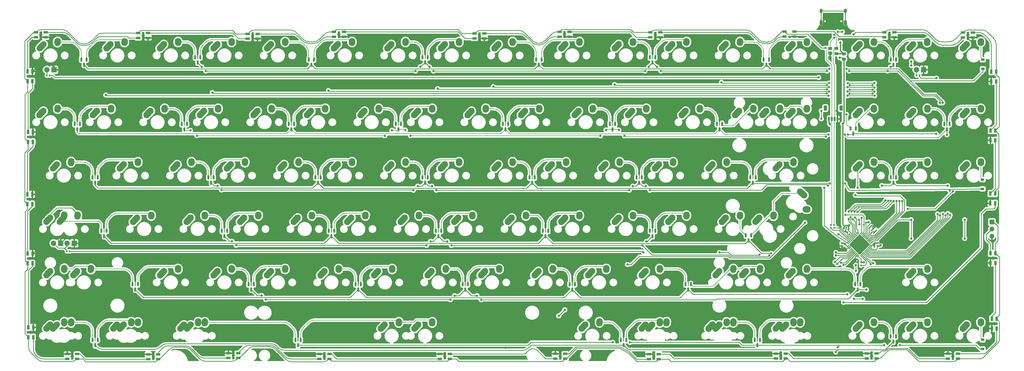
<source format=gbl>
%TF.GenerationSoftware,KiCad,Pcbnew,5.99.0-1.20210419gite0f69ad.fc33*%
%TF.CreationDate,2021-04-20T05:27:23+03:00*%
%TF.ProjectId,UniversalTKL,556e6976-6572-4736-916c-544b4c2e6b69,rev?*%
%TF.SameCoordinates,Original*%
%TF.FileFunction,Copper,L2,Bot*%
%TF.FilePolarity,Positive*%
%FSLAX46Y46*%
G04 Gerber Fmt 4.6, Leading zero omitted, Abs format (unit mm)*
G04 Created by KiCad (PCBNEW 5.99.0-1.20210419gite0f69ad.fc33) date 2021-04-20 05:27:23*
%MOMM*%
%LPD*%
G01*
G04 APERTURE LIST*
G04 Aperture macros list*
%AMRoundRect*
0 Rectangle with rounded corners*
0 $1 Rounding radius*
0 $2 $3 $4 $5 $6 $7 $8 $9 X,Y pos of 4 corners*
0 Add a 4 corners polygon primitive as box body*
4,1,4,$2,$3,$4,$5,$6,$7,$8,$9,$2,$3,0*
0 Add four circle primitives for the rounded corners*
1,1,$1+$1,$2,$3*
1,1,$1+$1,$4,$5*
1,1,$1+$1,$6,$7*
1,1,$1+$1,$8,$9*
0 Add four rect primitives between the rounded corners*
20,1,$1+$1,$2,$3,$4,$5,0*
20,1,$1+$1,$4,$5,$6,$7,0*
20,1,$1+$1,$6,$7,$8,$9,0*
20,1,$1+$1,$8,$9,$2,$3,0*%
%AMHorizOval*
0 Thick line with rounded ends*
0 $1 width*
0 $2 $3 position (X,Y) of the first rounded end (center of the circle)*
0 $4 $5 position (X,Y) of the second rounded end (center of the circle)*
0 Add line between two ends*
20,1,$1,$2,$3,$4,$5,0*
0 Add two circle primitives to create the rounded ends*
1,1,$1,$2,$3*
1,1,$1,$4,$5*%
%AMRotRect*
0 Rectangle, with rotation*
0 The origin of the aperture is its center*
0 $1 length*
0 $2 width*
0 $3 Rotation angle, in degrees counterclockwise*
0 Add horizontal line*
21,1,$1,$2,0,0,$3*%
G04 Aperture macros list end*
%TA.AperFunction,ComponentPad*%
%ADD10C,2.250000*%
%TD*%
%TA.AperFunction,ComponentPad*%
%ADD11HorizOval,2.250000X0.655001X0.730000X-0.655001X-0.730000X0*%
%TD*%
%TA.AperFunction,ComponentPad*%
%ADD12HorizOval,2.250000X0.020000X0.290000X-0.020000X-0.290000X0*%
%TD*%
%TA.AperFunction,ComponentPad*%
%ADD13HorizOval,2.200000X0.681998X0.731354X-0.681998X-0.731354X0*%
%TD*%
%TA.AperFunction,ComponentPad*%
%ADD14HorizOval,2.300000X0.015701X0.299589X-0.015701X-0.299589X0*%
%TD*%
%TA.AperFunction,SMDPad,CuDef*%
%ADD15R,0.850000X1.600000*%
%TD*%
%TA.AperFunction,SMDPad,CuDef*%
%ADD16R,1.600000X0.850000*%
%TD*%
%TA.AperFunction,ComponentPad*%
%ADD17HorizOval,2.300000X0.681998X0.731354X-0.681998X-0.731354X0*%
%TD*%
%TA.AperFunction,ComponentPad*%
%ADD18HorizOval,2.300000X0.008725X0.249848X-0.008725X-0.249848X0*%
%TD*%
%TA.AperFunction,ComponentPad*%
%ADD19HorizOval,2.300000X0.647898X0.694786X-0.647898X-0.694786X0*%
%TD*%
%TA.AperFunction,ComponentPad*%
%ADD20O,1.000000X2.100000*%
%TD*%
%TA.AperFunction,ComponentPad*%
%ADD21O,1.000000X1.600000*%
%TD*%
%TA.AperFunction,ComponentPad*%
%ADD22C,1.905000*%
%TD*%
%TA.AperFunction,ComponentPad*%
%ADD23R,1.905000X1.905000*%
%TD*%
%TA.AperFunction,ComponentPad*%
%ADD24R,1.700000X1.700000*%
%TD*%
%TA.AperFunction,ComponentPad*%
%ADD25O,1.700000X1.700000*%
%TD*%
%TA.AperFunction,ComponentPad*%
%ADD26HorizOval,2.300000X0.299589X-0.015701X-0.299589X0.015701X0*%
%TD*%
%TA.AperFunction,ComponentPad*%
%ADD27HorizOval,2.300000X0.705988X-0.635674X-0.705988X0.635674X0*%
%TD*%
%TA.AperFunction,SMDPad,CuDef*%
%ADD28RoundRect,0.135000X-0.185000X0.135000X-0.185000X-0.135000X0.185000X-0.135000X0.185000X0.135000X0*%
%TD*%
%TA.AperFunction,SMDPad,CuDef*%
%ADD29RoundRect,0.150000X-0.150000X0.587500X-0.150000X-0.587500X0.150000X-0.587500X0.150000X0.587500X0*%
%TD*%
%TA.AperFunction,SMDPad,CuDef*%
%ADD30RoundRect,0.135000X0.135000X0.185000X-0.135000X0.185000X-0.135000X-0.185000X0.135000X-0.185000X0*%
%TD*%
%TA.AperFunction,SMDPad,CuDef*%
%ADD31RoundRect,0.140000X0.219203X0.021213X0.021213X0.219203X-0.219203X-0.021213X-0.021213X-0.219203X0*%
%TD*%
%TA.AperFunction,SMDPad,CuDef*%
%ADD32RoundRect,0.150000X-0.150000X-0.625000X0.150000X-0.625000X0.150000X0.625000X-0.150000X0.625000X0*%
%TD*%
%TA.AperFunction,SMDPad,CuDef*%
%ADD33RoundRect,0.250000X-0.350000X-0.650000X0.350000X-0.650000X0.350000X0.650000X-0.350000X0.650000X0*%
%TD*%
%TA.AperFunction,SMDPad,CuDef*%
%ADD34R,1.200000X0.900000*%
%TD*%
%TA.AperFunction,SMDPad,CuDef*%
%ADD35RoundRect,0.135000X-0.035355X0.226274X-0.226274X0.035355X0.035355X-0.226274X0.226274X-0.035355X0*%
%TD*%
%TA.AperFunction,SMDPad,CuDef*%
%ADD36RoundRect,0.140000X0.140000X0.170000X-0.140000X0.170000X-0.140000X-0.170000X0.140000X-0.170000X0*%
%TD*%
%TA.AperFunction,SMDPad,CuDef*%
%ADD37R,1.400000X1.200000*%
%TD*%
%TA.AperFunction,SMDPad,CuDef*%
%ADD38R,1.400000X1.000000*%
%TD*%
%TA.AperFunction,SMDPad,CuDef*%
%ADD39RoundRect,0.140000X0.170000X-0.140000X0.170000X0.140000X-0.170000X0.140000X-0.170000X-0.140000X0*%
%TD*%
%TA.AperFunction,SMDPad,CuDef*%
%ADD40RoundRect,0.243750X-0.456250X0.243750X-0.456250X-0.243750X0.456250X-0.243750X0.456250X0.243750X0*%
%TD*%
%TA.AperFunction,SMDPad,CuDef*%
%ADD41RoundRect,0.140000X-0.170000X0.140000X-0.170000X-0.140000X0.170000X-0.140000X0.170000X0.140000X0*%
%TD*%
%TA.AperFunction,SMDPad,CuDef*%
%ADD42RotRect,0.400000X1.900000X135.000000*%
%TD*%
%TA.AperFunction,SMDPad,CuDef*%
%ADD43RoundRect,0.062500X-0.380070X0.291682X0.291682X-0.380070X0.380070X-0.291682X-0.291682X0.380070X0*%
%TD*%
%TA.AperFunction,SMDPad,CuDef*%
%ADD44RoundRect,0.062500X-0.380070X-0.291682X-0.291682X-0.380070X0.380070X0.291682X0.291682X0.380070X0*%
%TD*%
%TA.AperFunction,SMDPad,CuDef*%
%ADD45RotRect,5.200000X5.200000X315.000000*%
%TD*%
%TA.AperFunction,ViaPad*%
%ADD46C,0.800000*%
%TD*%
%TA.AperFunction,Conductor*%
%ADD47C,0.250000*%
%TD*%
%TA.AperFunction,Conductor*%
%ADD48C,0.200000*%
%TD*%
%TA.AperFunction,Conductor*%
%ADD49C,0.400000*%
%TD*%
G04 APERTURE END LIST*
D10*
%TO.P,MX78,1,COL*%
%TO.N,col6*%
X276900000Y-119825000D03*
D11*
X276245001Y-120555000D03*
D12*
%TO.P,MX78,2,ROW*%
%TO.N,Net-(D33-Pad2)*%
X281920000Y-119035000D03*
D10*
X281940000Y-118745000D03*
%TD*%
D13*
%TO.P,MX86,1,COL*%
%TO.N,col6*%
X297681250Y-139625000D03*
D14*
%TO.P,MX86,2,ROW*%
%TO.N,Net-(D37-Pad2)*%
X303381250Y-138075000D03*
%TD*%
D13*
%TO.P,MX67,1,COL*%
%TO.N,col5*%
X250056250Y-139625000D03*
D14*
%TO.P,MX67,2,ROW*%
%TO.N,Net-(D29-Pad2)*%
X255756250Y-138075000D03*
%TD*%
D13*
%TO.P,MX23,1,COL*%
%TO.N,col1*%
X88131250Y-139625000D03*
D14*
%TO.P,MX23,2,ROW*%
%TO.N,Net-(D12-Pad1)*%
X93831250Y-138075000D03*
%TD*%
D13*
%TO.P,MX9,1,COL*%
%TO.N,col0*%
X40506250Y-139625000D03*
D14*
%TO.P,MX9,2,ROW*%
%TO.N,Net-(D1-Pad1)*%
X46206250Y-138075000D03*
%TD*%
D13*
%TO.P,MX90,1,COL*%
%TO.N,col7*%
X297681250Y-82475000D03*
D14*
%TO.P,MX90,2,ROW*%
%TO.N,Net-(D38-Pad2)*%
X303381250Y-80925000D03*
%TD*%
D13*
%TO.P,MX6,1,COL*%
%TO.N,col0*%
X40506250Y-82475000D03*
D14*
%TO.P,MX6,2,ROW*%
%TO.N,Net-(D4-Pad1)*%
X46206250Y-80925000D03*
%TD*%
D15*
%TO.P,D78,3,DIN*%
%TO.N,Net-(D70-Pad1)*%
X375705000Y-140270000D03*
%TO.P,D78,4,VDD*%
%TO.N,GND*%
X373955000Y-140270000D03*
%TO.P,D78,2,VSS*%
%TO.N,+5V*%
X375705000Y-136770000D03*
%TO.P,D78,1,DOUT*%
%TO.N,Net-(D77-Pad3)*%
X373955000Y-136770000D03*
%TD*%
%TO.P,D77,3,DIN*%
%TO.N,Net-(D77-Pad3)*%
X375225000Y-116900000D03*
%TO.P,D77,4,VDD*%
%TO.N,GND*%
X373475000Y-116900000D03*
%TO.P,D77,2,VSS*%
%TO.N,+5V*%
X375225000Y-113400000D03*
%TO.P,D77,1,DOUT*%
%TO.N,rgbout*%
X373475000Y-113400000D03*
%TD*%
%TO.P,D76,3,DIN*%
%TO.N,rgbin*%
X375175000Y-95630000D03*
%TO.P,D76,4,VDD*%
%TO.N,GND*%
X373425000Y-95630000D03*
%TO.P,D76,2,VSS*%
%TO.N,+5V*%
X375175000Y-92130000D03*
%TO.P,D76,1,DOUT*%
%TO.N,Net-(D75-Pad3)*%
X373425000Y-92130000D03*
%TD*%
%TO.P,D75,3,DIN*%
%TO.N,Net-(D75-Pad3)*%
X375205000Y-73140000D03*
%TO.P,D75,4,VDD*%
%TO.N,GND*%
X373455000Y-73140000D03*
%TO.P,D75,2,VSS*%
%TO.N,+5V*%
X375205000Y-69640000D03*
%TO.P,D75,1,DOUT*%
%TO.N,Net-(D74-Pad3)*%
X373455000Y-69640000D03*
%TD*%
%TO.P,D74,3,DIN*%
%TO.N,Net-(D74-Pad3)*%
X375515000Y-52150000D03*
%TO.P,D74,4,VDD*%
%TO.N,GND*%
X373765000Y-52150000D03*
%TO.P,D74,2,VSS*%
%TO.N,+5V*%
X375515000Y-48650000D03*
%TO.P,D74,1,DOUT*%
%TO.N,Net-(D73-Pad3)*%
X373765000Y-48650000D03*
%TD*%
D16*
%TO.P,D73,3,DIN*%
%TO.N,Net-(D73-Pad3)*%
X367180000Y-34675000D03*
%TO.P,D73,4,VDD*%
%TO.N,GND*%
X367180000Y-36425000D03*
%TO.P,D73,2,VSS*%
%TO.N,+5V*%
X363680000Y-34675000D03*
%TO.P,D73,1,DOUT*%
%TO.N,Net-(D72-Pad3)*%
X363680000Y-36425000D03*
%TD*%
%TO.P,D72,3,DIN*%
%TO.N,Net-(D72-Pad3)*%
X339230000Y-34625000D03*
%TO.P,D72,4,VDD*%
%TO.N,GND*%
X339230000Y-36375000D03*
%TO.P,D72,2,VSS*%
%TO.N,+5V*%
X335730000Y-34625000D03*
%TO.P,D72,1,DOUT*%
%TO.N,Net-(D71-Pad3)*%
X335730000Y-36375000D03*
%TD*%
%TO.P,D71,3,DIN*%
%TO.N,Net-(D71-Pad3)*%
X303690000Y-34385000D03*
%TO.P,D71,4,VDD*%
%TO.N,GND*%
X303690000Y-36135000D03*
%TO.P,D71,2,VSS*%
%TO.N,+5V*%
X300190000Y-34385000D03*
%TO.P,D71,1,DOUT*%
%TO.N,Net-(D68-Pad3)*%
X300190000Y-36135000D03*
%TD*%
%TO.P,D70,3,DIN*%
%TO.N,Net-(D69-Pad1)*%
X358350000Y-151015000D03*
%TO.P,D70,4,VDD*%
%TO.N,GND*%
X358350000Y-149265000D03*
%TO.P,D70,2,VSS*%
%TO.N,+5V*%
X361850000Y-151015000D03*
%TO.P,D70,1,DOUT*%
%TO.N,Net-(D70-Pad1)*%
X361850000Y-149265000D03*
%TD*%
%TO.P,D69,3,DIN*%
%TO.N,Net-(D67-Pad1)*%
X329420000Y-150925000D03*
%TO.P,D69,4,VDD*%
%TO.N,GND*%
X329420000Y-149175000D03*
%TO.P,D69,2,VSS*%
%TO.N,+5V*%
X332920000Y-150925000D03*
%TO.P,D69,1,DOUT*%
%TO.N,Net-(D69-Pad1)*%
X332920000Y-149175000D03*
%TD*%
%TO.P,D68,3,DIN*%
%TO.N,Net-(D68-Pad3)*%
X255920000Y-34615000D03*
%TO.P,D68,4,VDD*%
%TO.N,GND*%
X255920000Y-36365000D03*
%TO.P,D68,2,VSS*%
%TO.N,+5V*%
X252420000Y-34615000D03*
%TO.P,D68,1,DOUT*%
%TO.N,Net-(D66-Pad3)*%
X252420000Y-36365000D03*
%TD*%
%TO.P,D67,3,DIN*%
%TO.N,Net-(D65-Pad1)*%
X297090000Y-150965000D03*
%TO.P,D67,4,VDD*%
%TO.N,GND*%
X297090000Y-149215000D03*
%TO.P,D67,2,VSS*%
%TO.N,+5V*%
X300590000Y-150965000D03*
%TO.P,D67,1,DOUT*%
%TO.N,Net-(D67-Pad1)*%
X300590000Y-149215000D03*
%TD*%
%TO.P,D66,3,DIN*%
%TO.N,Net-(D66-Pad3)*%
X223610000Y-34425000D03*
%TO.P,D66,4,VDD*%
%TO.N,GND*%
X223610000Y-36175000D03*
%TO.P,D66,2,VSS*%
%TO.N,+5V*%
X220110000Y-34425000D03*
%TO.P,D66,1,DOUT*%
%TO.N,Net-(D64-Pad3)*%
X220110000Y-36175000D03*
%TD*%
%TO.P,D65,3,DIN*%
%TO.N,Net-(D63-Pad1)*%
X251870000Y-151185000D03*
%TO.P,D65,4,VDD*%
%TO.N,GND*%
X251870000Y-149435000D03*
%TO.P,D65,2,VSS*%
%TO.N,+5V*%
X255370000Y-151185000D03*
%TO.P,D65,1,DOUT*%
%TO.N,Net-(D65-Pad1)*%
X255370000Y-149435000D03*
%TD*%
%TO.P,D64,3,DIN*%
%TO.N,Net-(D64-Pad3)*%
X193330000Y-35065000D03*
%TO.P,D64,4,VDD*%
%TO.N,GND*%
X193330000Y-36815000D03*
%TO.P,D64,2,VSS*%
%TO.N,+5V*%
X189830000Y-35065000D03*
%TO.P,D64,1,DOUT*%
%TO.N,Net-(D61-Pad3)*%
X189830000Y-36815000D03*
%TD*%
%TO.P,D63,3,DIN*%
%TO.N,Net-(D62-Pad1)*%
X218600000Y-151005000D03*
%TO.P,D63,4,VDD*%
%TO.N,GND*%
X218600000Y-149255000D03*
%TO.P,D63,2,VSS*%
%TO.N,+5V*%
X222100000Y-151005000D03*
%TO.P,D63,1,DOUT*%
%TO.N,Net-(D63-Pad1)*%
X222100000Y-149255000D03*
%TD*%
%TO.P,D62,3,DIN*%
%TO.N,Net-(D60-Pad1)*%
X177490000Y-151065000D03*
%TO.P,D62,4,VDD*%
%TO.N,GND*%
X177490000Y-149315000D03*
%TO.P,D62,2,VSS*%
%TO.N,+5V*%
X180990000Y-151065000D03*
%TO.P,D62,1,DOUT*%
%TO.N,Net-(D62-Pad1)*%
X180990000Y-149315000D03*
%TD*%
%TO.P,D61,3,DIN*%
%TO.N,Net-(D61-Pad3)*%
X143320000Y-34455000D03*
%TO.P,D61,4,VDD*%
%TO.N,GND*%
X143320000Y-36205000D03*
%TO.P,D61,2,VSS*%
%TO.N,+5V*%
X139820000Y-34455000D03*
%TO.P,D61,1,DOUT*%
%TO.N,Net-(D59-Pad3)*%
X139820000Y-36205000D03*
%TD*%
%TO.P,D60,3,DIN*%
%TO.N,Net-(D58-Pad1)*%
X134660000Y-151085000D03*
%TO.P,D60,4,VDD*%
%TO.N,GND*%
X134660000Y-149335000D03*
%TO.P,D60,2,VSS*%
%TO.N,+5V*%
X138160000Y-151085000D03*
%TO.P,D60,1,DOUT*%
%TO.N,Net-(D60-Pad1)*%
X138160000Y-149335000D03*
%TD*%
%TO.P,D59,3,DIN*%
%TO.N,Net-(D59-Pad3)*%
X112600000Y-35165000D03*
%TO.P,D59,4,VDD*%
%TO.N,GND*%
X112600000Y-36915000D03*
%TO.P,D59,2,VSS*%
%TO.N,+5V*%
X109100000Y-35165000D03*
%TO.P,D59,1,DOUT*%
%TO.N,Net-(D57-Pad3)*%
X109100000Y-36915000D03*
%TD*%
%TO.P,D58,3,DIN*%
%TO.N,Net-(D56-Pad1)*%
X102220000Y-150795000D03*
%TO.P,D58,4,VDD*%
%TO.N,GND*%
X102220000Y-149045000D03*
%TO.P,D58,2,VSS*%
%TO.N,+5V*%
X105720000Y-150795000D03*
%TO.P,D58,1,DOUT*%
%TO.N,Net-(D58-Pad1)*%
X105720000Y-149045000D03*
%TD*%
%TO.P,D57,3,DIN*%
%TO.N,Net-(D57-Pad3)*%
X73620000Y-34875000D03*
%TO.P,D57,4,VDD*%
%TO.N,GND*%
X73620000Y-36625000D03*
%TO.P,D57,2,VSS*%
%TO.N,+5V*%
X70120000Y-34875000D03*
%TO.P,D57,1,DOUT*%
%TO.N,Net-(D55-Pad3)*%
X70120000Y-36625000D03*
%TD*%
%TO.P,D56,3,DIN*%
%TO.N,Net-(D54-Pad1)*%
X73730000Y-151225000D03*
%TO.P,D56,4,VDD*%
%TO.N,GND*%
X73730000Y-149475000D03*
%TO.P,D56,2,VSS*%
%TO.N,+5V*%
X77230000Y-151225000D03*
%TO.P,D56,1,DOUT*%
%TO.N,Net-(D56-Pad1)*%
X77230000Y-149475000D03*
%TD*%
%TO.P,D55,3,DIN*%
%TO.N,Net-(D55-Pad3)*%
X37190000Y-34595000D03*
%TO.P,D55,4,VDD*%
%TO.N,GND*%
X37190000Y-36345000D03*
%TO.P,D55,2,VSS*%
%TO.N,+5V*%
X33690000Y-34595000D03*
%TO.P,D55,1,DOUT*%
%TO.N,Net-(D49-Pad3)*%
X33690000Y-36345000D03*
%TD*%
%TO.P,D54,3,DIN*%
%TO.N,Net-(D53-Pad1)*%
X44890000Y-151105000D03*
%TO.P,D54,4,VDD*%
%TO.N,GND*%
X44890000Y-149355000D03*
%TO.P,D54,2,VSS*%
%TO.N,+5V*%
X48390000Y-151105000D03*
%TO.P,D54,1,DOUT*%
%TO.N,Net-(D54-Pad1)*%
X48390000Y-149355000D03*
%TD*%
D15*
%TO.P,D53,3,DIN*%
%TO.N,Net-(D52-Pad1)*%
X31035000Y-139860000D03*
%TO.P,D53,4,VDD*%
%TO.N,GND*%
X32785000Y-139860000D03*
%TO.P,D53,2,VSS*%
%TO.N,+5V*%
X31035000Y-143360000D03*
%TO.P,D53,1,DOUT*%
%TO.N,Net-(D53-Pad1)*%
X32785000Y-143360000D03*
%TD*%
%TO.P,D52,3,DIN*%
%TO.N,Net-(D51-Pad1)*%
X30755000Y-113520000D03*
%TO.P,D52,4,VDD*%
%TO.N,GND*%
X32505000Y-113520000D03*
%TO.P,D52,2,VSS*%
%TO.N,+5V*%
X30755000Y-117020000D03*
%TO.P,D52,1,DOUT*%
%TO.N,Net-(D52-Pad1)*%
X32505000Y-117020000D03*
%TD*%
%TO.P,D51,3,DIN*%
%TO.N,Net-(D50-Pad1)*%
X30665000Y-92400000D03*
%TO.P,D51,4,VDD*%
%TO.N,GND*%
X32415000Y-92400000D03*
%TO.P,D51,2,VSS*%
%TO.N,+5V*%
X30665000Y-95900000D03*
%TO.P,D51,1,DOUT*%
%TO.N,Net-(D51-Pad1)*%
X32415000Y-95900000D03*
%TD*%
%TO.P,D50,3,DIN*%
%TO.N,Net-(D49-Pad1)*%
X30895000Y-70190000D03*
%TO.P,D50,4,VDD*%
%TO.N,GND*%
X32645000Y-70190000D03*
%TO.P,D50,2,VSS*%
%TO.N,+5V*%
X30895000Y-73690000D03*
%TO.P,D50,1,DOUT*%
%TO.N,Net-(D50-Pad1)*%
X32645000Y-73690000D03*
%TD*%
%TO.P,D49,3,DIN*%
%TO.N,Net-(D49-Pad3)*%
X30725000Y-48570000D03*
%TO.P,D49,4,VDD*%
%TO.N,GND*%
X32475000Y-48570000D03*
%TO.P,D49,2,VSS*%
%TO.N,+5V*%
X30725000Y-52070000D03*
%TO.P,D49,1,DOUT*%
%TO.N,Net-(D49-Pad1)*%
X32475000Y-52070000D03*
%TD*%
D17*
%TO.P,MX14,1,COL*%
%TO.N,col0*%
X69031250Y-101525000D03*
D18*
%TO.P,MX14,2,ROW*%
%TO.N,Net-(D5-Pad2)*%
X74781250Y-99975000D03*
%TD*%
D17*
%TO.P,MX62,1,COL*%
%TO.N,col5*%
X221431250Y-39612500D03*
D18*
%TO.P,MX62,2,ROW*%
%TO.N,Net-(D28-Pad2)*%
X227181250Y-38062500D03*
%TD*%
D19*
%TO.P,MX60,1,COL*%
%TO.N,col4*%
X228625000Y-139625000D03*
D14*
%TO.P,MX60,2,ROW*%
%TO.N,Net-(D29-Pad1)*%
X234325000Y-138025000D03*
%TD*%
D17*
%TO.P,MX94,1,COL*%
%TO.N,col7*%
X326206250Y-139625000D03*
D18*
%TO.P,MX94,2,ROW*%
%TO.N,Net-(D44-Pad1)*%
X331956250Y-138075000D03*
%TD*%
D17*
%TO.P,MX75,1,COL*%
%TO.N,col6*%
X264293750Y-63425000D03*
D18*
%TO.P,MX75,2,ROW*%
%TO.N,Net-(D35-Pad1)*%
X270043750Y-61875000D03*
%TD*%
D17*
%TO.P,MX85,1,COL*%
%TO.N,col6*%
X302393750Y-120575000D03*
D18*
%TO.P,MX85,2,ROW*%
%TO.N,Net-(D40-Pad1)*%
X308143750Y-119025000D03*
%TD*%
D17*
%TO.P,MX49,1,COL*%
%TO.N,col3*%
X183331250Y-101525000D03*
D18*
%TO.P,MX49,2,ROW*%
%TO.N,Net-(D22-Pad2)*%
X189081250Y-99975000D03*
%TD*%
D17*
%TO.P,MX27,1,COL*%
%TO.N,col1*%
X107131250Y-101525000D03*
D18*
%TO.P,MX27,2,ROW*%
%TO.N,Net-(D10-Pad2)*%
X112881250Y-99975000D03*
%TD*%
D17*
%TO.P,MX15,1,COL*%
%TO.N,col0*%
X78556250Y-120575000D03*
D18*
%TO.P,MX15,2,ROW*%
%TO.N,Net-(D6-Pad2)*%
X84306250Y-119025000D03*
%TD*%
D17*
%TO.P,MX74,1,COL*%
%TO.N,col6*%
X259531250Y-39612500D03*
D18*
%TO.P,MX74,2,ROW*%
%TO.N,Net-(D34-Pad2)*%
X265281250Y-38062500D03*
%TD*%
D17*
%TO.P,MX16,1,COL*%
%TO.N,col0*%
X64268750Y-139625000D03*
D18*
%TO.P,MX16,2,ROW*%
%TO.N,Net-(D1-Pad2)*%
X70018750Y-138075000D03*
%TD*%
D19*
%TO.P,MX2,1,COL*%
%TO.N,col0*%
X38125000Y-120575000D03*
D14*
%TO.P,MX2,2,ROW*%
%TO.N,Net-(D6-Pad1)*%
X43825000Y-118975000D03*
%TD*%
D19*
%TO.P,MX72,1,COL*%
%TO.N,col6*%
X285775000Y-120525000D03*
D14*
%TO.P,MX72,2,ROW*%
%TO.N,Net-(D33-Pad2)*%
X291425000Y-119025000D03*
%TD*%
D17*
%TO.P,MX20,1,COL*%
%TO.N,col1*%
X83318750Y-82475000D03*
D18*
%TO.P,MX20,2,ROW*%
%TO.N,Net-(D9-Pad1)*%
X89068750Y-80925000D03*
%TD*%
D17*
%TO.P,MX33,1,COL*%
%TO.N,col2*%
X135706250Y-120575000D03*
D18*
%TO.P,MX33,2,ROW*%
%TO.N,Net-(D17-Pad1)*%
X141456250Y-119025000D03*
%TD*%
D17*
%TO.P,MX48,1,COL*%
%TO.N,col3*%
X178568750Y-82475000D03*
D18*
%TO.P,MX48,2,ROW*%
%TO.N,Net-(D21-Pad2)*%
X184318750Y-80925000D03*
%TD*%
D17*
%TO.P,MX31,1,COL*%
%TO.N,col2*%
X121418750Y-82475000D03*
D18*
%TO.P,MX31,2,ROW*%
%TO.N,Net-(D15-Pad1)*%
X127168750Y-80925000D03*
%TD*%
D19*
%TO.P,MX45,1,COL*%
%TO.N,col3*%
X169093750Y-139625000D03*
D14*
%TO.P,MX45,2,ROW*%
%TO.N,Net-(D12-Pad2)*%
X174743750Y-138075000D03*
%TD*%
D20*
%TO.P,USB1,13,SHIELD*%
%TO.N,unconnected-(USB1-Pad13)*%
X321820000Y-31192500D03*
D21*
X321820000Y-27012500D03*
X313180000Y-27012500D03*
D20*
X313180000Y-31192500D03*
%TD*%
D19*
%TO.P,MX73,1,COL*%
%TO.N,col6*%
X276250000Y-139625000D03*
D14*
%TO.P,MX73,2,ROW*%
%TO.N,Net-(D37-Pad1)*%
X281950000Y-138025000D03*
%TD*%
D19*
%TO.P,MX84,1,COL*%
%TO.N,col6*%
X290537500Y-101525000D03*
D14*
%TO.P,MX84,2,ROW*%
%TO.N,Net-(D36-Pad2)*%
X296237500Y-99975000D03*
%TD*%
D17*
%TO.P,MX91,1,COL*%
%TO.N,col7*%
X326206250Y-39612500D03*
D18*
%TO.P,MX91,2,ROW*%
%TO.N,Net-(D42-Pad1)*%
X331956250Y-38062500D03*
%TD*%
D17*
%TO.P,MX11,1,COL*%
%TO.N,col0*%
X59506250Y-39612500D03*
D18*
%TO.P,MX11,2,ROW*%
%TO.N,Net-(D2-Pad2)*%
X65256250Y-38062500D03*
%TD*%
D17*
%TO.P,MX22,1,COL*%
%TO.N,col1*%
X97606250Y-120575000D03*
D18*
%TO.P,MX22,2,ROW*%
%TO.N,Net-(D11-Pad1)*%
X103356250Y-119025000D03*
%TD*%
D17*
%TO.P,MX51,1,COL*%
%TO.N,col4*%
X197618750Y-39612500D03*
D18*
%TO.P,MX51,2,ROW*%
%TO.N,Net-(D28-Pad1)*%
X203368750Y-38062500D03*
%TD*%
D19*
%TO.P,MX3,1,COL*%
%TO.N,col0*%
X38125000Y-139625000D03*
D14*
%TO.P,MX3,2,ROW*%
%TO.N,Net-(D1-Pad1)*%
X43825000Y-138025000D03*
%TD*%
D17*
%TO.P,MX54,1,COL*%
%TO.N,col4*%
X202381250Y-101525000D03*
D18*
%TO.P,MX54,2,ROW*%
%TO.N,Net-(D26-Pad1)*%
X208131250Y-99975000D03*
%TD*%
D17*
%TO.P,MX43,1,COL*%
%TO.N,col3*%
X164281250Y-101525000D03*
D18*
%TO.P,MX43,2,ROW*%
%TO.N,Net-(D22-Pad1)*%
X170031250Y-99975000D03*
%TD*%
D17*
%TO.P,MX30,1,COL*%
%TO.N,col2*%
X111893750Y-63425000D03*
D18*
%TO.P,MX30,2,ROW*%
%TO.N,Net-(D14-Pad1)*%
X117643750Y-61875000D03*
%TD*%
D17*
%TO.P,MX65,1,COL*%
%TO.N,col5*%
X240481250Y-101525000D03*
D18*
%TO.P,MX65,2,ROW*%
%TO.N,Net-(D32-Pad1)*%
X246231250Y-99975000D03*
%TD*%
D17*
%TO.P,MX35,1,COL*%
%TO.N,col2*%
X130943750Y-63425000D03*
D18*
%TO.P,MX35,2,ROW*%
%TO.N,Net-(D14-Pad2)*%
X136693750Y-61875000D03*
%TD*%
D17*
%TO.P,MX79,1,COL*%
%TO.N,col6*%
X273818750Y-139625000D03*
D18*
%TO.P,MX79,2,ROW*%
%TO.N,Net-(D37-Pad1)*%
X279568750Y-138075000D03*
%TD*%
D17*
%TO.P,MX102,1,COL*%
%TO.N,col8*%
X364306250Y-82475000D03*
D18*
%TO.P,MX102,2,ROW*%
%TO.N,Net-(D47-Pad2)*%
X370056250Y-80925000D03*
%TD*%
D19*
%TO.P,MX10,1,COL*%
%TO.N,col0*%
X61937500Y-139625000D03*
D14*
%TO.P,MX10,2,ROW*%
%TO.N,Net-(D1-Pad2)*%
X67637500Y-138025000D03*
%TD*%
D13*
%TO.P,MX95,1,COL*%
%TO.N,col8*%
X345306250Y-39612500D03*
D14*
%TO.P,MX95,2,ROW*%
%TO.N,Net-(D42-Pad2)*%
X350956250Y-38062500D03*
D22*
%TO.P,MX95,3,LED*%
%TO.N,scroll*%
X347186250Y-47942500D03*
D23*
%TO.P,MX95,4,LEDGND*%
%TO.N,GND*%
X349726250Y-47942500D03*
%TD*%
D19*
%TO.P,MX89,1,COL*%
%TO.N,col7*%
X292918750Y-63425000D03*
D14*
%TO.P,MX89,2,ROW*%
%TO.N,Net-(D41-Pad1)*%
X298568750Y-61875000D03*
%TD*%
D17*
%TO.P,MX25,1,COL*%
%TO.N,col1*%
X92843750Y-63425000D03*
D18*
%TO.P,MX25,2,ROW*%
%TO.N,Net-(D8-Pad2)*%
X98593750Y-61875000D03*
%TD*%
D17*
%TO.P,MX82,1,COL*%
%TO.N,col6*%
X278581250Y-39612500D03*
D18*
%TO.P,MX82,2,ROW*%
%TO.N,Net-(D39-Pad1)*%
X284331250Y-38062500D03*
%TD*%
D17*
%TO.P,MX18,1,COL*%
%TO.N,col1*%
X78556250Y-39612500D03*
D18*
%TO.P,MX18,2,ROW*%
%TO.N,Net-(D7-Pad1)*%
X84306250Y-38062500D03*
%TD*%
D17*
%TO.P,MX68,1,COL*%
%TO.N,col5*%
X240481250Y-39612500D03*
D18*
%TO.P,MX68,2,ROW*%
%TO.N,Net-(D34-Pad1)*%
X246231250Y-38062500D03*
%TD*%
D17*
%TO.P,MX77,1,COL*%
%TO.N,col6*%
X278581250Y-101525000D03*
D18*
%TO.P,MX77,2,ROW*%
%TO.N,Net-(D36-Pad1)*%
X284331250Y-99975000D03*
%TD*%
D17*
%TO.P,MX46,1,COL*%
%TO.N,col3*%
X178568750Y-39612500D03*
D18*
%TO.P,MX46,2,ROW*%
%TO.N,Net-(D19-Pad2)*%
X184318750Y-38062500D03*
%TD*%
D17*
%TO.P,MX26,1,COL*%
%TO.N,col1*%
X102368750Y-82475000D03*
D18*
%TO.P,MX26,2,ROW*%
%TO.N,Net-(D9-Pad2)*%
X108118750Y-80925000D03*
%TD*%
D17*
%TO.P,MX19,1,COL*%
%TO.N,col1*%
X73793750Y-63425000D03*
D18*
%TO.P,MX19,2,ROW*%
%TO.N,Net-(D8-Pad1)*%
X79543750Y-61875000D03*
%TD*%
D19*
%TO.P,MX8,1,COL*%
%TO.N,col0*%
X47650000Y-120575000D03*
D14*
%TO.P,MX8,2,ROW*%
%TO.N,Net-(D6-Pad1)*%
X53300000Y-119025000D03*
%TD*%
D17*
%TO.P,MX36,1,COL*%
%TO.N,col2*%
X140468750Y-82475000D03*
D18*
%TO.P,MX36,2,ROW*%
%TO.N,Net-(D15-Pad2)*%
X146218750Y-80925000D03*
%TD*%
D17*
%TO.P,MX42,1,COL*%
%TO.N,col3*%
X159518750Y-82475000D03*
D18*
%TO.P,MX42,2,ROW*%
%TO.N,Net-(D21-Pad1)*%
X165268750Y-80925000D03*
%TD*%
D17*
%TO.P,MX83,1,COL*%
%TO.N,col6*%
X283343750Y-63425000D03*
D18*
%TO.P,MX83,2,ROW*%
%TO.N,Net-(D35-Pad2)*%
X289093750Y-61875000D03*
%TD*%
D17*
%TO.P,MX38,1,COL*%
%TO.N,col2*%
X154756250Y-120575000D03*
D18*
%TO.P,MX38,2,ROW*%
%TO.N,Net-(D17-Pad2)*%
X160506250Y-119025000D03*
%TD*%
D13*
%TO.P,MX1,1,COL*%
%TO.N,col0*%
X38125000Y-101525000D03*
D14*
%TO.P,MX1,2,ROW*%
%TO.N,Net-(D5-Pad1)*%
X43775000Y-99975000D03*
D22*
%TO.P,MX1,3,LED*%
%TO.N,CAPS*%
X40005000Y-109855000D03*
D23*
%TO.P,MX1,4,LEDGND*%
%TO.N,GND*%
X42545000Y-109855000D03*
%TD*%
D17*
%TO.P,MX29,1,COL*%
%TO.N,col2*%
X116656250Y-39612500D03*
D18*
%TO.P,MX29,2,ROW*%
%TO.N,Net-(D13-Pad1)*%
X122406250Y-38062500D03*
%TD*%
D17*
%TO.P,MX34,1,COL*%
%TO.N,col2*%
X140468750Y-39612500D03*
D18*
%TO.P,MX34,2,ROW*%
%TO.N,Net-(D13-Pad2)*%
X146218750Y-38062500D03*
%TD*%
D17*
%TO.P,MX100,1,COL*%
%TO.N,col8*%
X364306250Y-39612500D03*
D18*
%TO.P,MX100,2,ROW*%
%TO.N,Net-(D46-Pad2)*%
X370056250Y-38062500D03*
%TD*%
D17*
%TO.P,MX64,1,COL*%
%TO.N,col5*%
X235718750Y-82475000D03*
D18*
%TO.P,MX64,2,ROW*%
%TO.N,Net-(D31-Pad1)*%
X241468750Y-80925000D03*
%TD*%
D13*
%TO.P,MX7,1,COL*%
%TO.N,col0*%
X42887500Y-101525000D03*
D14*
%TO.P,MX7,2,ROW*%
%TO.N,Net-(D5-Pad1)*%
X48537500Y-99975000D03*
D22*
%TO.P,MX7,3,LED*%
%TO.N,CAPS*%
X44767500Y-109855000D03*
D23*
%TO.P,MX7,4,LEDGND*%
%TO.N,GND*%
X47307500Y-109855000D03*
%TD*%
D17*
%TO.P,MX28,1,COL*%
%TO.N,col1*%
X116656250Y-120575000D03*
D18*
%TO.P,MX28,2,ROW*%
%TO.N,Net-(D11-Pad2)*%
X122406250Y-119025000D03*
%TD*%
D17*
%TO.P,MX57,1,COL*%
%TO.N,col4*%
X216668750Y-82475000D03*
D18*
%TO.P,MX57,2,ROW*%
%TO.N,Net-(D25-Pad2)*%
X222418750Y-80925000D03*
%TD*%
D19*
%TO.P,MX61,1,COL*%
%TO.N,col5*%
X252437500Y-139625000D03*
D14*
%TO.P,MX61,2,ROW*%
%TO.N,Net-(D29-Pad2)*%
X258137500Y-138025000D03*
%TD*%
D17*
%TO.P,MX32,1,COL*%
%TO.N,col2*%
X126181250Y-101525000D03*
D18*
%TO.P,MX32,2,ROW*%
%TO.N,Net-(D16-Pad1)*%
X131931250Y-99975000D03*
%TD*%
D24*
%TO.P,J2,1,Pin_1*%
%TO.N,+5V*%
X373960000Y-102265000D03*
D25*
%TO.P,J2,2,Pin_2*%
%TO.N,rgbout*%
X373960000Y-104805000D03*
%TO.P,J2,3,Pin_3*%
%TO.N,GND*%
X373960000Y-107345000D03*
%TD*%
D17*
%TO.P,MX5,1,COL*%
%TO.N,col0*%
X35693750Y-63425000D03*
D18*
%TO.P,MX5,2,ROW*%
%TO.N,Net-(D3-Pad1)*%
X41443750Y-61875000D03*
%TD*%
D17*
%TO.P,MX12,1,COL*%
%TO.N,col0*%
X54743750Y-63425000D03*
D18*
%TO.P,MX12,2,ROW*%
%TO.N,Net-(D3-Pad2)*%
X60493750Y-61875000D03*
%TD*%
D19*
%TO.P,MX39,1,COL*%
%TO.N,col3*%
X157187500Y-139625000D03*
D14*
%TO.P,MX39,2,ROW*%
%TO.N,Net-(D12-Pad2)*%
X162887500Y-138075000D03*
%TD*%
D17*
%TO.P,MX50,1,COL*%
%TO.N,col3*%
X192856250Y-120575000D03*
D18*
%TO.P,MX50,2,ROW*%
%TO.N,Net-(D23-Pad2)*%
X198606250Y-119025000D03*
%TD*%
D19*
%TO.P,MX17,1,COL*%
%TO.N,col1*%
X85750000Y-139625000D03*
D14*
%TO.P,MX17,2,ROW*%
%TO.N,Net-(D12-Pad1)*%
X91450000Y-138025000D03*
%TD*%
D19*
%TO.P,MX81,1,COL*%
%TO.N,col6*%
X300062500Y-139625000D03*
D14*
%TO.P,MX81,2,ROW*%
%TO.N,Net-(D37-Pad2)*%
X305762500Y-138025000D03*
%TD*%
D17*
%TO.P,MX97,1,COL*%
%TO.N,col8*%
X345256250Y-82475000D03*
D18*
%TO.P,MX97,2,ROW*%
%TO.N,Net-(D43-Pad2)*%
X351006250Y-80925000D03*
%TD*%
D17*
%TO.P,MX21,1,COL*%
%TO.N,col1*%
X88081250Y-101525000D03*
D18*
%TO.P,MX21,2,ROW*%
%TO.N,Net-(D10-Pad1)*%
X93831250Y-99975000D03*
%TD*%
D17*
%TO.P,MX53,1,COL*%
%TO.N,col4*%
X197618750Y-82475000D03*
D18*
%TO.P,MX53,2,ROW*%
%TO.N,Net-(D25-Pad1)*%
X203368750Y-80925000D03*
%TD*%
D17*
%TO.P,MX44,1,COL*%
%TO.N,col3*%
X173806250Y-120575000D03*
D18*
%TO.P,MX44,2,ROW*%
%TO.N,Net-(D23-Pad1)*%
X179556250Y-119025000D03*
%TD*%
D17*
%TO.P,MX24,1,COL*%
%TO.N,col1*%
X97606250Y-39612500D03*
D18*
%TO.P,MX24,2,ROW*%
%TO.N,Net-(D7-Pad2)*%
X103356250Y-38062500D03*
%TD*%
D17*
%TO.P,MX66,1,COL*%
%TO.N,col5*%
X250006250Y-120575000D03*
D18*
%TO.P,MX66,2,ROW*%
%TO.N,Net-(D33-Pad1)*%
X255756250Y-119025000D03*
%TD*%
D17*
%TO.P,MX37,1,COL*%
%TO.N,col2*%
X145231250Y-101525000D03*
D18*
%TO.P,MX37,2,ROW*%
%TO.N,Net-(D16-Pad2)*%
X150981250Y-99975000D03*
%TD*%
D17*
%TO.P,MX52,1,COL*%
%TO.N,col4*%
X188093750Y-63425000D03*
D18*
%TO.P,MX52,2,ROW*%
%TO.N,Net-(D24-Pad1)*%
X193843750Y-61875000D03*
%TD*%
D13*
%TO.P,MX4,1,COL*%
%TO.N,col0*%
X35743750Y-39612500D03*
D14*
%TO.P,MX4,2,ROW*%
%TO.N,Net-(D2-Pad1)*%
X41393750Y-38062500D03*
D22*
%TO.P,MX4,3,LED*%
%TO.N,layer*%
X37623750Y-47942500D03*
D23*
%TO.P,MX4,4,LEDGND*%
%TO.N,GND*%
X40163750Y-47942500D03*
%TD*%
D17*
%TO.P,MX93,1,COL*%
%TO.N,col7*%
X326206250Y-82475000D03*
D18*
%TO.P,MX93,2,ROW*%
%TO.N,Net-(D43-Pad1)*%
X331956250Y-80925000D03*
%TD*%
D17*
%TO.P,MX96,1,COL*%
%TO.N,col8*%
X345256250Y-63425000D03*
D18*
%TO.P,MX96,2,ROW*%
%TO.N,Net-(D45-Pad1)*%
X351006250Y-61875000D03*
%TD*%
D26*
%TO.P,MX80,1,COL*%
%TO.N,col6*%
X308012500Y-97750000D03*
D27*
%TO.P,MX80,2,ROW*%
%TO.N,Net-(D36-Pad2)*%
X306462500Y-92100000D03*
%TD*%
D17*
%TO.P,MX92,1,COL*%
%TO.N,col7*%
X326206250Y-63425000D03*
D18*
%TO.P,MX92,2,ROW*%
%TO.N,Net-(D41-Pad2)*%
X331956250Y-61875000D03*
%TD*%
D17*
%TO.P,MX71,1,COL*%
%TO.N,col5*%
X259531250Y-101525000D03*
D18*
%TO.P,MX71,2,ROW*%
%TO.N,Net-(D32-Pad2)*%
X265281250Y-99975000D03*
%TD*%
D17*
%TO.P,MX70,1,COL*%
%TO.N,col5*%
X254768750Y-82475000D03*
D18*
%TO.P,MX70,2,ROW*%
%TO.N,Net-(D31-Pad2)*%
X260518750Y-80925000D03*
%TD*%
D17*
%TO.P,MX103,1,COL*%
%TO.N,col8*%
X364306250Y-139625000D03*
D18*
%TO.P,MX103,2,ROW*%
%TO.N,Net-(D48-Pad2)*%
X370056250Y-138075000D03*
%TD*%
D17*
%TO.P,MX56,1,COL*%
%TO.N,col4*%
X207143750Y-63425000D03*
D18*
%TO.P,MX56,2,ROW*%
%TO.N,Net-(D24-Pad2)*%
X212893750Y-61875000D03*
%TD*%
D17*
%TO.P,MX88,1,COL*%
%TO.N,col7*%
X302393750Y-39612500D03*
D18*
%TO.P,MX88,2,ROW*%
%TO.N,Net-(D39-Pad2)*%
X308143750Y-38062500D03*
%TD*%
D17*
%TO.P,MX40,1,COL*%
%TO.N,col3*%
X159518750Y-39612500D03*
D18*
%TO.P,MX40,2,ROW*%
%TO.N,Net-(D19-Pad1)*%
X165268750Y-38062500D03*
%TD*%
D17*
%TO.P,MX99,1,COL*%
%TO.N,col8*%
X345256250Y-139625000D03*
D18*
%TO.P,MX99,2,ROW*%
%TO.N,Net-(D44-Pad2)*%
X351006250Y-138075000D03*
%TD*%
D17*
%TO.P,MX87,1,COL*%
%TO.N,col7*%
X302393750Y-63425000D03*
D18*
%TO.P,MX87,2,ROW*%
%TO.N,Net-(D41-Pad1)*%
X308143750Y-61875000D03*
%TD*%
D17*
%TO.P,MX59,1,COL*%
%TO.N,col4*%
X230956250Y-120575000D03*
D18*
%TO.P,MX59,2,ROW*%
%TO.N,Net-(D27-Pad2)*%
X236706250Y-119025000D03*
%TD*%
D17*
%TO.P,MX58,1,COL*%
%TO.N,col4*%
X221431250Y-101525000D03*
D18*
%TO.P,MX58,2,ROW*%
%TO.N,Net-(D26-Pad2)*%
X227181250Y-99975000D03*
%TD*%
D17*
%TO.P,MX13,1,COL*%
%TO.N,col0*%
X64268750Y-82475000D03*
D18*
%TO.P,MX13,2,ROW*%
%TO.N,Net-(D4-Pad2)*%
X70018750Y-80925000D03*
%TD*%
D17*
%TO.P,MX98,1,COL*%
%TO.N,col8*%
X345256250Y-120575000D03*
D18*
%TO.P,MX98,2,ROW*%
%TO.N,Net-(D40-Pad2)*%
X351006250Y-119025000D03*
%TD*%
D17*
%TO.P,MX63,1,COL*%
%TO.N,col5*%
X226193750Y-63425000D03*
D18*
%TO.P,MX63,2,ROW*%
%TO.N,Net-(D30-Pad1)*%
X231943750Y-61875000D03*
%TD*%
D17*
%TO.P,MX76,1,COL*%
%TO.N,col6*%
X273818750Y-82475000D03*
D18*
%TO.P,MX76,2,ROW*%
%TO.N,Net-(D38-Pad1)*%
X279568750Y-80925000D03*
%TD*%
D17*
%TO.P,MX47,1,COL*%
%TO.N,col3*%
X169043750Y-63425000D03*
D18*
%TO.P,MX47,2,ROW*%
%TO.N,Net-(D20-Pad2)*%
X174793750Y-61875000D03*
%TD*%
D17*
%TO.P,MX101,1,COL*%
%TO.N,col8*%
X364306250Y-63425000D03*
D18*
%TO.P,MX101,2,ROW*%
%TO.N,Net-(D45-Pad2)*%
X370056250Y-61875000D03*
%TD*%
D17*
%TO.P,MX55,1,COL*%
%TO.N,col4*%
X211906250Y-120575000D03*
D18*
%TO.P,MX55,2,ROW*%
%TO.N,Net-(D27-Pad1)*%
X217656250Y-119025000D03*
%TD*%
D17*
%TO.P,MX41,1,COL*%
%TO.N,col3*%
X149993750Y-63425000D03*
D18*
%TO.P,MX41,2,ROW*%
%TO.N,Net-(D20-Pad1)*%
X155743750Y-61875000D03*
%TD*%
D17*
%TO.P,MX69,1,COL*%
%TO.N,col5*%
X245243750Y-63425000D03*
D18*
%TO.P,MX69,2,ROW*%
%TO.N,Net-(D30-Pad2)*%
X250993750Y-61875000D03*
%TD*%
D28*
%TO.P,R_DATA1,1*%
%TO.N,D+*%
X317840000Y-103390000D03*
%TO.P,R_DATA1,2*%
%TO.N,Net-(R_DATA1-Pad2)*%
X317840000Y-104410000D03*
%TD*%
D29*
%TO.P,D29,1,A1*%
%TO.N,Net-(D29-Pad1)*%
X241937500Y-144318750D03*
%TO.P,D29,2,A2*%
%TO.N,Net-(D29-Pad2)*%
X243837500Y-144318750D03*
%TO.P,D29,3,K*%
%TO.N,row10*%
X242887500Y-146193750D03*
%TD*%
D30*
%TO.P,R_INDICATOR3,1*%
%TO.N,lock3*%
X38610000Y-50006250D03*
%TO.P,R_INDICATOR3,2*%
%TO.N,layer*%
X37590000Y-50006250D03*
%TD*%
%TO.P,R_INDICATOR2,1*%
%TO.N,lock2*%
X348172500Y-50006250D03*
%TO.P,R_INDICATOR2,2*%
%TO.N,scroll*%
X347152500Y-50006250D03*
%TD*%
D29*
%TO.P,D16,1,A1*%
%TO.N,Net-(D16-Pad1)*%
X137956250Y-105425000D03*
%TO.P,D16,2,A2*%
%TO.N,Net-(D16-Pad2)*%
X139856250Y-105425000D03*
%TO.P,D16,3,K*%
%TO.N,row6*%
X138906250Y-107300000D03*
%TD*%
%TO.P,D35,1,A1*%
%TO.N,Net-(D35-Pad1)*%
X276068750Y-67325000D03*
%TO.P,D35,2,A2*%
%TO.N,Net-(D35-Pad2)*%
X277968750Y-67325000D03*
%TO.P,D35,3,K*%
%TO.N,row2*%
X277018750Y-69200000D03*
%TD*%
%TO.P,D27,1,A1*%
%TO.N,Net-(D27-Pad1)*%
X223681250Y-124475000D03*
%TO.P,D27,2,A2*%
%TO.N,Net-(D27-Pad2)*%
X225581250Y-124475000D03*
%TO.P,D27,3,K*%
%TO.N,row8*%
X224631250Y-126350000D03*
%TD*%
D31*
%TO.P,C_UCAP1,1*%
%TO.N,Net-(C_UCAP1-Pad1)*%
X323219411Y-106669411D03*
%TO.P,C_UCAP1,2*%
%TO.N,GND*%
X322540589Y-105990589D03*
%TD*%
D29*
%TO.P,D1,1,A1*%
%TO.N,Net-(D1-Pad1)*%
X53818750Y-144318750D03*
%TO.P,D1,2,A2*%
%TO.N,Net-(D1-Pad2)*%
X55718750Y-144318750D03*
%TO.P,D1,3,K*%
%TO.N,row10*%
X54768750Y-146193750D03*
%TD*%
%TO.P,D34,1,A1*%
%TO.N,Net-(D34-Pad1)*%
X252256250Y-43512500D03*
%TO.P,D34,2,A2*%
%TO.N,Net-(D34-Pad2)*%
X254156250Y-43512500D03*
%TO.P,D34,3,K*%
%TO.N,row1*%
X253206250Y-45387500D03*
%TD*%
%TO.P,D3,1,A1*%
%TO.N,Net-(D3-Pad1)*%
X47468750Y-67325000D03*
%TO.P,D3,2,A2*%
%TO.N,Net-(D3-Pad2)*%
X49368750Y-67325000D03*
%TO.P,D3,3,K*%
%TO.N,row2*%
X48418750Y-69200000D03*
%TD*%
D30*
%TO.P,R_HWB1,1*%
%TO.N,Net-(R_HWB1-Pad1)*%
X327420000Y-117740000D03*
%TO.P,R_HWB1,2*%
%TO.N,GND*%
X326400000Y-117740000D03*
%TD*%
D29*
%TO.P,D2,1,A1*%
%TO.N,Net-(D2-Pad1)*%
X49850000Y-44306250D03*
%TO.P,D2,2,A2*%
%TO.N,Net-(D2-Pad2)*%
X51750000Y-44306250D03*
%TO.P,D2,3,K*%
%TO.N,row0*%
X50800000Y-46181250D03*
%TD*%
D32*
%TO.P,J3,1,Pin_1*%
%TO.N,+5V*%
X316000000Y-65500000D03*
%TO.P,J3,2,Pin_2*%
%TO.N,D-*%
X317000000Y-65500000D03*
%TO.P,J3,3,Pin_3*%
%TO.N,D+*%
X318000000Y-65500000D03*
%TO.P,J3,4,Pin_4*%
%TO.N,GND*%
X319000000Y-65500000D03*
D33*
%TO.P,J3,MP*%
%TO.N,N/C*%
X320300000Y-61625000D03*
X314700000Y-61625000D03*
%TD*%
D34*
%TO.P,D47,1,K*%
%TO.N,row4*%
X370640000Y-90460000D03*
%TO.P,D47,2,A*%
%TO.N,Net-(D47-Pad2)*%
X370640000Y-87160000D03*
%TD*%
D29*
%TO.P,D4,1,A1*%
%TO.N,Net-(D4-Pad1)*%
X53818750Y-86375000D03*
%TO.P,D4,2,A2*%
%TO.N,Net-(D4-Pad2)*%
X55718750Y-86375000D03*
%TO.P,D4,3,K*%
%TO.N,row4*%
X54768750Y-88250000D03*
%TD*%
%TO.P,D42,1,A1*%
%TO.N,Net-(D42-Pad1)*%
X337981250Y-44306250D03*
%TO.P,D42,2,A2*%
%TO.N,Net-(D42-Pad2)*%
X339881250Y-44306250D03*
%TO.P,D42,3,K*%
%TO.N,row1*%
X338931250Y-46181250D03*
%TD*%
D34*
%TO.P,D46,1,K*%
%TO.N,row0*%
X370770000Y-47670000D03*
%TO.P,D46,2,A*%
%TO.N,Net-(D46-Pad2)*%
X370770000Y-44370000D03*
%TD*%
D31*
%TO.P,C_DECOUP4,1*%
%TO.N,+5V*%
X322829411Y-104879411D03*
%TO.P,C_DECOUP4,2*%
%TO.N,GND*%
X322150589Y-104200589D03*
%TD*%
D29*
%TO.P,D25,1,A1*%
%TO.N,Net-(D25-Pad1)*%
X209393750Y-86375000D03*
%TO.P,D25,2,A2*%
%TO.N,Net-(D25-Pad2)*%
X211293750Y-86375000D03*
%TO.P,D25,3,K*%
%TO.N,row4*%
X210343750Y-88250000D03*
%TD*%
%TO.P,D6,1,A1*%
%TO.N,Net-(D6-Pad1)*%
X68106250Y-124475000D03*
%TO.P,D6,2,A2*%
%TO.N,Net-(D6-Pad2)*%
X70006250Y-124475000D03*
%TO.P,D6,3,K*%
%TO.N,row8*%
X69056250Y-126350000D03*
%TD*%
%TO.P,D32,1,A1*%
%TO.N,Net-(D32-Pad1)*%
X252256250Y-105425000D03*
%TO.P,D32,2,A2*%
%TO.N,Net-(D32-Pad2)*%
X254156250Y-105425000D03*
%TO.P,D32,3,K*%
%TO.N,row7*%
X253206250Y-107300000D03*
%TD*%
%TO.P,D41,1,A1*%
%TO.N,Net-(D41-Pad1)*%
X323693750Y-68912500D03*
%TO.P,D41,2,A2*%
%TO.N,Net-(D41-Pad2)*%
X325593750Y-68912500D03*
%TO.P,D41,3,K*%
%TO.N,row3*%
X324643750Y-70787500D03*
%TD*%
D35*
%TO.P,R_RST1,1*%
%TO.N,+5V*%
X329120624Y-102579376D03*
%TO.P,R_RST1,2*%
%TO.N,Net-(J1-Pad2)*%
X328399376Y-103300624D03*
%TD*%
D29*
%TO.P,D23,1,A1*%
%TO.N,Net-(D23-Pad1)*%
X185581250Y-124475000D03*
%TO.P,D23,2,A2*%
%TO.N,Net-(D23-Pad2)*%
X187481250Y-124475000D03*
%TO.P,D23,3,K*%
%TO.N,row9*%
X186531250Y-126350000D03*
%TD*%
D36*
%TO.P,C_DECOUP1,1*%
%TO.N,+5V*%
X327380000Y-116650000D03*
%TO.P,C_DECOUP1,2*%
%TO.N,GND*%
X326420000Y-116650000D03*
%TD*%
D29*
%TO.P,D38,1,A1*%
%TO.N,Net-(D38-Pad1)*%
X287975000Y-86375000D03*
%TO.P,D38,2,A2*%
%TO.N,Net-(D38-Pad2)*%
X289875000Y-86375000D03*
%TO.P,D38,3,K*%
%TO.N,row4*%
X288925000Y-88250000D03*
%TD*%
%TO.P,D11,1,A1*%
%TO.N,Net-(D11-Pad1)*%
X109381250Y-124475000D03*
%TO.P,D11,2,A2*%
%TO.N,Net-(D11-Pad2)*%
X111281250Y-124475000D03*
%TO.P,D11,3,K*%
%TO.N,row9*%
X110331250Y-126350000D03*
%TD*%
%TO.P,D21,1,A1*%
%TO.N,Net-(D21-Pad1)*%
X171293750Y-86375000D03*
%TO.P,D21,2,A2*%
%TO.N,Net-(D21-Pad2)*%
X173193750Y-86375000D03*
%TO.P,D21,3,K*%
%TO.N,row5*%
X172243750Y-88250000D03*
%TD*%
%TO.P,D10,1,A1*%
%TO.N,Net-(D10-Pad1)*%
X99856250Y-105425000D03*
%TO.P,D10,2,A2*%
%TO.N,Net-(D10-Pad2)*%
X101756250Y-105425000D03*
%TO.P,D10,3,K*%
%TO.N,row7*%
X100806250Y-107300000D03*
%TD*%
%TO.P,D7,1,A1*%
%TO.N,Net-(D7-Pad1)*%
X90331250Y-43512500D03*
%TO.P,D7,2,A2*%
%TO.N,Net-(D7-Pad2)*%
X92231250Y-43512500D03*
%TO.P,D7,3,K*%
%TO.N,row1*%
X91281250Y-45387500D03*
%TD*%
%TO.P,D33,1,A1*%
%TO.N,Net-(D33-Pad1)*%
X264956250Y-124475000D03*
%TO.P,D33,2,A2*%
%TO.N,Net-(D33-Pad2)*%
X266856250Y-124475000D03*
%TO.P,D33,3,K*%
%TO.N,row8*%
X265906250Y-126350000D03*
%TD*%
D37*
%TO.P,D18,1,GND*%
%TO.N,GND*%
X316400000Y-42045000D03*
D38*
%TO.P,D18,2,I/O1*%
%TO.N,D-*%
X316400000Y-40325000D03*
%TO.P,D18,3,I/O2*%
%TO.N,D+*%
X318600000Y-40325000D03*
%TO.P,D18,4,VCC*%
%TO.N,VCC*%
X318600000Y-42225000D03*
%TD*%
D29*
%TO.P,D31,1,A1*%
%TO.N,Net-(D31-Pad1)*%
X247493750Y-86375000D03*
%TO.P,D31,2,A2*%
%TO.N,Net-(D31-Pad2)*%
X249393750Y-86375000D03*
%TO.P,D31,3,K*%
%TO.N,row5*%
X248443750Y-88250000D03*
%TD*%
%TO.P,D5,1,A1*%
%TO.N,Net-(D5-Pad1)*%
X56993750Y-105425000D03*
%TO.P,D5,2,A2*%
%TO.N,Net-(D5-Pad2)*%
X58893750Y-105425000D03*
%TO.P,D5,3,K*%
%TO.N,row6*%
X57943750Y-107300000D03*
%TD*%
D30*
%TO.P,R_INDICATOR1,1*%
%TO.N,lock*%
X45753750Y-112712500D03*
%TO.P,R_INDICATOR1,2*%
%TO.N,CAPS*%
X44733750Y-112712500D03*
%TD*%
D34*
%TO.P,D48,1,K*%
%TO.N,row11*%
X370680000Y-147580000D03*
%TO.P,D48,2,A*%
%TO.N,Net-(D48-Pad2)*%
X370680000Y-144280000D03*
%TD*%
D29*
%TO.P,D14,1,A1*%
%TO.N,Net-(D14-Pad1)*%
X123668750Y-67325000D03*
%TO.P,D14,2,A2*%
%TO.N,Net-(D14-Pad2)*%
X125568750Y-67325000D03*
%TO.P,D14,3,K*%
%TO.N,row2*%
X124618750Y-69200000D03*
%TD*%
D28*
%TO.P,R_DATA2,1*%
%TO.N,D-*%
X316706250Y-103390000D03*
%TO.P,R_DATA2,2*%
%TO.N,Net-(R_DATA2-Pad2)*%
X316706250Y-104410000D03*
%TD*%
D39*
%TO.P,C_DECOUP3,1*%
%TO.N,+5V*%
X333250000Y-110770000D03*
%TO.P,C_DECOUP3,2*%
%TO.N,GND*%
X333250000Y-109810000D03*
%TD*%
D29*
%TO.P,D40,1,A1*%
%TO.N,Net-(D40-Pad1)*%
X325281250Y-124475000D03*
%TO.P,D40,2,A2*%
%TO.N,Net-(D40-Pad2)*%
X327181250Y-124475000D03*
%TO.P,D40,3,K*%
%TO.N,row9*%
X326231250Y-126350000D03*
%TD*%
%TO.P,D12,1,A1*%
%TO.N,Net-(D12-Pad1)*%
X126050000Y-144318750D03*
%TO.P,D12,2,A2*%
%TO.N,Net-(D12-Pad2)*%
X127950000Y-144318750D03*
%TO.P,D12,3,K*%
%TO.N,row11*%
X127000000Y-146193750D03*
%TD*%
%TO.P,D30,1,A1*%
%TO.N,Net-(D30-Pad1)*%
X237968750Y-67325000D03*
%TO.P,D30,2,A2*%
%TO.N,Net-(D30-Pad2)*%
X239868750Y-67325000D03*
%TO.P,D30,3,K*%
%TO.N,row3*%
X238918750Y-69200000D03*
%TD*%
%TO.P,D45,1,A1*%
%TO.N,Net-(D45-Pad1)*%
X357031250Y-67325000D03*
%TO.P,D45,2,A2*%
%TO.N,Net-(D45-Pad2)*%
X358931250Y-67325000D03*
%TO.P,D45,3,K*%
%TO.N,row2*%
X357981250Y-69200000D03*
%TD*%
%TO.P,D26,1,A1*%
%TO.N,Net-(D26-Pad1)*%
X214156250Y-105425000D03*
%TO.P,D26,2,A2*%
%TO.N,Net-(D26-Pad2)*%
X216056250Y-105425000D03*
%TO.P,D26,3,K*%
%TO.N,row6*%
X215106250Y-107300000D03*
%TD*%
D40*
%TO.P,F1,1*%
%TO.N,VCC*%
X321300000Y-42312500D03*
%TO.P,F1,2*%
%TO.N,+5V*%
X321300000Y-44187500D03*
%TD*%
D29*
%TO.P,D15,1,A1*%
%TO.N,Net-(D15-Pad1)*%
X133193750Y-86375000D03*
%TO.P,D15,2,A2*%
%TO.N,Net-(D15-Pad2)*%
X135093750Y-86375000D03*
%TO.P,D15,3,K*%
%TO.N,row4*%
X134143750Y-88250000D03*
%TD*%
D41*
%TO.P,C_DECOUP2,1*%
%TO.N,+5V*%
X320540000Y-109820000D03*
%TO.P,C_DECOUP2,2*%
%TO.N,GND*%
X320540000Y-110780000D03*
%TD*%
D29*
%TO.P,D44,1,A1*%
%TO.N,Net-(D44-Pad1)*%
X337950000Y-143052500D03*
%TO.P,D44,2,A2*%
%TO.N,Net-(D44-Pad2)*%
X339850000Y-143052500D03*
%TO.P,D44,3,K*%
%TO.N,row10*%
X338900000Y-144927500D03*
%TD*%
%TO.P,D37,1,A1*%
%TO.N,Net-(D37-Pad1)*%
X289562500Y-144318750D03*
%TO.P,D37,2,A2*%
%TO.N,Net-(D37-Pad2)*%
X291462500Y-144318750D03*
%TO.P,D37,3,K*%
%TO.N,row11*%
X290512500Y-146193750D03*
%TD*%
D42*
%TO.P,Y1,1,1*%
%TO.N,Net-(U1-Pad17)*%
X332420000Y-105700000D03*
%TO.P,Y1,2,2*%
%TO.N,GND*%
X331571472Y-104851472D03*
%TO.P,Y1,3,3*%
%TO.N,Net-(U1-Pad16)*%
X330722944Y-104002944D03*
%TD*%
D43*
%TO.P,U1,1,PE6*%
%TO.N,lock3*%
X322772264Y-109707798D03*
%TO.P,U1,2,UVCC*%
%TO.N,+5V*%
X323125818Y-109354245D03*
%TO.P,U1,3,D-*%
%TO.N,Net-(R_DATA2-Pad2)*%
X323479371Y-109000691D03*
%TO.P,U1,4,D+*%
%TO.N,Net-(R_DATA1-Pad2)*%
X323832924Y-108647138D03*
%TO.P,U1,5,UGND*%
%TO.N,GND*%
X324186478Y-108293585D03*
%TO.P,U1,6,UCAP*%
%TO.N,Net-(C_UCAP1-Pad1)*%
X324540031Y-107940031D03*
%TO.P,U1,7,VBUS*%
%TO.N,+5V*%
X324893585Y-107586478D03*
%TO.P,U1,8,PB0*%
%TO.N,col0*%
X325247138Y-107232924D03*
%TO.P,U1,9,PB1*%
%TO.N,col1*%
X325600691Y-106879371D03*
%TO.P,U1,10,PB2*%
%TO.N,col2*%
X325954245Y-106525818D03*
%TO.P,U1,11,PB3*%
%TO.N,col3*%
X326307798Y-106172264D03*
D44*
%TO.P,U1,12,PB7*%
%TO.N,lock2*%
X327492202Y-106172264D03*
%TO.P,U1,13,~RESET*%
%TO.N,Net-(J1-Pad2)*%
X327845755Y-106525818D03*
%TO.P,U1,14,VCC*%
%TO.N,+5V*%
X328199309Y-106879371D03*
%TO.P,U1,15,GND*%
%TO.N,GND*%
X328552862Y-107232924D03*
%TO.P,U1,16,XTAL2*%
%TO.N,Net-(U1-Pad16)*%
X328906415Y-107586478D03*
%TO.P,U1,17,XTAL1*%
%TO.N,Net-(U1-Pad17)*%
X329259969Y-107940031D03*
%TO.P,U1,18,PD0*%
%TO.N,col4*%
X329613522Y-108293585D03*
%TO.P,U1,19,PD1*%
%TO.N,col5*%
X329967076Y-108647138D03*
%TO.P,U1,20,PD2*%
%TO.N,col6*%
X330320629Y-109000691D03*
%TO.P,U1,21,PD3*%
%TO.N,col7*%
X330674182Y-109354245D03*
%TO.P,U1,22,PD5*%
%TO.N,col8*%
X331027736Y-109707798D03*
D43*
%TO.P,U1,23,GND*%
%TO.N,GND*%
X331027736Y-110892202D03*
%TO.P,U1,24,AVCC*%
%TO.N,+5V*%
X330674182Y-111245755D03*
%TO.P,U1,25,PD4*%
%TO.N,row3*%
X330320629Y-111599309D03*
%TO.P,U1,26,PD6*%
%TO.N,row1*%
X329967076Y-111952862D03*
%TO.P,U1,27,PD7*%
%TO.N,row0*%
X329613522Y-112306415D03*
%TO.P,U1,28,PB4*%
%TO.N,row2*%
X329259969Y-112659969D03*
%TO.P,U1,29,PB5*%
%TO.N,row5*%
X328906415Y-113013522D03*
%TO.P,U1,30,PB6*%
%TO.N,row4*%
X328552862Y-113367076D03*
%TO.P,U1,31,PC6*%
%TO.N,row8*%
X328199309Y-113720629D03*
%TO.P,U1,32,PC7*%
%TO.N,row9*%
X327845755Y-114074182D03*
%TO.P,U1,33,~HWB~/PE2*%
%TO.N,Net-(R_HWB1-Pad1)*%
X327492202Y-114427736D03*
D44*
%TO.P,U1,34,VCC*%
%TO.N,+5V*%
X326307798Y-114427736D03*
%TO.P,U1,35,GND*%
%TO.N,GND*%
X325954245Y-114074182D03*
%TO.P,U1,36,PF7*%
%TO.N,rgbin*%
X325600691Y-113720629D03*
%TO.P,U1,37,PF6*%
%TO.N,lock*%
X325247138Y-113367076D03*
%TO.P,U1,38,PF5*%
%TO.N,row11*%
X324893585Y-113013522D03*
%TO.P,U1,39,PF4*%
%TO.N,row10*%
X324540031Y-112659969D03*
%TO.P,U1,40,PF1*%
%TO.N,row7*%
X324186478Y-112306415D03*
%TO.P,U1,41,PF0*%
%TO.N,row6*%
X323832924Y-111952862D03*
%TO.P,U1,42,AREF*%
%TO.N,unconnected-(U1-Pad42)*%
X323479371Y-111599309D03*
%TO.P,U1,43,GND*%
%TO.N,GND*%
X323125818Y-111245755D03*
%TO.P,U1,44,AVCC*%
%TO.N,+5V*%
X322772264Y-110892202D03*
D45*
%TO.P,U1,45,GND*%
%TO.N,GND*%
X326900000Y-110300000D03*
%TD*%
D29*
%TO.P,D8,1,A1*%
%TO.N,Net-(D8-Pad1)*%
X85568750Y-67325000D03*
%TO.P,D8,2,A2*%
%TO.N,Net-(D8-Pad2)*%
X87468750Y-67325000D03*
%TO.P,D8,3,K*%
%TO.N,row3*%
X86518750Y-69200000D03*
%TD*%
%TO.P,D36,1,A1*%
%TO.N,Net-(D36-Pad1)*%
X286387500Y-107012500D03*
%TO.P,D36,2,A2*%
%TO.N,Net-(D36-Pad2)*%
X288287500Y-107012500D03*
%TO.P,D36,3,K*%
%TO.N,row6*%
X287337500Y-108887500D03*
%TD*%
%TO.P,D28,1,A1*%
%TO.N,Net-(D28-Pad1)*%
X211775000Y-44306250D03*
%TO.P,D28,2,A2*%
%TO.N,Net-(D28-Pad2)*%
X213675000Y-44306250D03*
%TO.P,D28,3,K*%
%TO.N,row0*%
X212725000Y-46181250D03*
%TD*%
%TO.P,D17,1,A1*%
%TO.N,Net-(D17-Pad1)*%
X147481250Y-124475000D03*
%TO.P,D17,2,A2*%
%TO.N,Net-(D17-Pad2)*%
X149381250Y-124475000D03*
%TO.P,D17,3,K*%
%TO.N,row8*%
X148431250Y-126350000D03*
%TD*%
%TO.P,D20,1,A1*%
%TO.N,Net-(D20-Pad1)*%
X161768750Y-67325000D03*
%TO.P,D20,2,A2*%
%TO.N,Net-(D20-Pad2)*%
X163668750Y-67325000D03*
%TO.P,D20,3,K*%
%TO.N,row3*%
X162718750Y-69200000D03*
%TD*%
%TO.P,D19,1,A1*%
%TO.N,Net-(D19-Pad1)*%
X171293750Y-43512500D03*
%TO.P,D19,2,A2*%
%TO.N,Net-(D19-Pad2)*%
X173193750Y-43512500D03*
%TO.P,D19,3,K*%
%TO.N,row1*%
X172243750Y-45387500D03*
%TD*%
%TO.P,D43,1,A1*%
%TO.N,Net-(D43-Pad1)*%
X337981250Y-86375000D03*
%TO.P,D43,2,A2*%
%TO.N,Net-(D43-Pad2)*%
X339881250Y-86375000D03*
%TO.P,D43,3,K*%
%TO.N,row5*%
X338931250Y-88250000D03*
%TD*%
%TO.P,D22,1,A1*%
%TO.N,Net-(D22-Pad1)*%
X176056250Y-105425000D03*
%TO.P,D22,2,A2*%
%TO.N,Net-(D22-Pad2)*%
X177956250Y-105425000D03*
%TO.P,D22,3,K*%
%TO.N,row7*%
X177006250Y-107300000D03*
%TD*%
%TO.P,D39,1,A1*%
%TO.N,Net-(D39-Pad1)*%
X292737500Y-44306250D03*
%TO.P,D39,2,A2*%
%TO.N,Net-(D39-Pad2)*%
X294637500Y-44306250D03*
%TO.P,D39,3,K*%
%TO.N,row0*%
X293687500Y-46181250D03*
%TD*%
%TO.P,D13,1,A1*%
%TO.N,Net-(D13-Pad1)*%
X130812500Y-44306250D03*
%TO.P,D13,2,A2*%
%TO.N,Net-(D13-Pad2)*%
X132712500Y-44306250D03*
%TO.P,D13,3,K*%
%TO.N,row0*%
X131762500Y-46181250D03*
%TD*%
%TO.P,D9,1,A1*%
%TO.N,Net-(D9-Pad1)*%
X95093750Y-86375000D03*
%TO.P,D9,2,A2*%
%TO.N,Net-(D9-Pad2)*%
X96993750Y-86375000D03*
%TO.P,D9,3,K*%
%TO.N,row5*%
X96043750Y-88250000D03*
%TD*%
%TO.P,D24,1,A1*%
%TO.N,Net-(D24-Pad1)*%
X199868750Y-67325000D03*
%TO.P,D24,2,A2*%
%TO.N,Net-(D24-Pad2)*%
X201768750Y-67325000D03*
%TO.P,D24,3,K*%
%TO.N,row2*%
X200818750Y-69200000D03*
%TD*%
D46*
%TO.N,rgbin*%
X321170000Y-130960000D03*
X321170000Y-117590000D03*
%TO.N,lock*%
X320273700Y-116853700D03*
X277030000Y-113120000D03*
X291270000Y-113905980D03*
X249980000Y-113110000D03*
%TO.N,GND*%
X323190000Y-94630000D03*
X349110000Y-93810000D03*
X270430000Y-112150000D03*
%TO.N,lock3*%
X313280000Y-65460000D03*
X313240000Y-62640000D03*
X312330000Y-50700000D03*
X314270000Y-90060000D03*
%TO.N,lock2*%
X343980000Y-97590000D03*
X360061269Y-91298173D03*
X354260000Y-50930000D03*
X327610000Y-100790000D03*
%TO.N,row11*%
X319160000Y-146990000D03*
X318858782Y-117244019D03*
%TO.N,row10*%
X318400000Y-148640000D03*
X318130000Y-116560000D03*
%TO.N,row6*%
X318470000Y-113130000D03*
X295406518Y-113468201D03*
%TO.N,row7*%
X294712701Y-114192701D03*
X318470000Y-114200000D03*
%TO.N,row9*%
X329340000Y-126380000D03*
X330798272Y-117348889D03*
%TO.N,row8*%
X322530000Y-128070000D03*
X331740000Y-117000000D03*
X328000000Y-129690000D03*
X324870000Y-129700000D03*
%TO.N,row4*%
X359111178Y-99800081D03*
X358974500Y-91100000D03*
%TO.N,row5*%
X358270891Y-99258857D03*
X358250000Y-89310000D03*
%TO.N,row2*%
X357480000Y-99870000D03*
X357980000Y-71150000D03*
%TO.N,row0*%
X356520000Y-99450000D03*
%TO.N,row1*%
X355538121Y-99878617D03*
%TO.N,row3*%
X354640000Y-99440000D03*
X354180000Y-70850000D03*
%TO.N,GND*%
X291220000Y-69330000D03*
X343720000Y-75330000D03*
X330160000Y-94020000D03*
X333200000Y-99400000D03*
%TO.N,row0*%
X356498908Y-59755555D03*
%TO.N,row1*%
X355500000Y-59790000D03*
%TO.N,col8*%
X345310000Y-46450000D03*
X345310000Y-44995500D03*
%TO.N,col7*%
X325360000Y-92690000D03*
%TO.N,col6*%
X277690000Y-52470000D03*
X316039464Y-52741622D03*
X322670000Y-52741622D03*
X332191498Y-52729069D03*
%TO.N,col5*%
X239690000Y-53210000D03*
X323370000Y-53466122D03*
X315320757Y-53466122D03*
X331516400Y-53466122D03*
%TO.N,col4*%
X196520000Y-53970000D03*
X322626928Y-54190622D03*
X332178184Y-54331000D03*
X316010000Y-54190622D03*
%TO.N,col6*%
X342031224Y-94779861D03*
%TO.N,col5*%
X341031722Y-94780392D03*
%TO.N,col4*%
X340032223Y-94777810D03*
%TO.N,col3*%
X315272534Y-54915122D03*
X331446624Y-55055500D03*
X323366603Y-55054184D03*
X176690000Y-54680000D03*
%TO.N,col2*%
X137820000Y-55390000D03*
X332170044Y-55783463D03*
X315950000Y-55650000D03*
X322580333Y-55671263D03*
%TO.N,col1*%
X315239500Y-56395763D03*
X323288871Y-56525500D03*
X331500428Y-56525500D03*
X96500000Y-56120000D03*
%TO.N,col0*%
X322600000Y-57250000D03*
X58600000Y-56980000D03*
X332240000Y-57250000D03*
X315790000Y-57230000D03*
%TO.N,col3*%
X326110000Y-98710000D03*
X339032801Y-94790517D03*
X325207874Y-100638454D03*
%TO.N,col2*%
X325045491Y-98546350D03*
X324459000Y-101300416D03*
X338034113Y-94750163D03*
%TO.N,col1*%
X323734500Y-100570000D03*
X324046384Y-98518215D03*
X337035398Y-94710491D03*
%TO.N,col0*%
X336040000Y-94620000D03*
X323010000Y-98530000D03*
X323010000Y-101260000D03*
%TO.N,Net-(J1-Pad2)*%
X221970000Y-133610000D03*
X244260000Y-117430000D03*
X219810000Y-135750000D03*
X307420000Y-102510000D03*
%TO.N,GND*%
X325210000Y-149040000D03*
X353230000Y-148220000D03*
X317480000Y-28690000D03*
X323800000Y-34170000D03*
X200820000Y-147090000D03*
X246210000Y-140920000D03*
X225830000Y-150020000D03*
X215560000Y-147540000D03*
X249450000Y-146730000D03*
X248680000Y-149140000D03*
X234740000Y-149100000D03*
X293860000Y-140960000D03*
X291550000Y-149350000D03*
X287040000Y-140450000D03*
X348330000Y-75430000D03*
X333100000Y-45800000D03*
X314640000Y-36960000D03*
X305910000Y-36230000D03*
X297390000Y-43720000D03*
X271220000Y-44600000D03*
X228420000Y-45540000D03*
X191860000Y-43200000D03*
X153010000Y-42120000D03*
X110810000Y-40410000D03*
X87520000Y-148780000D03*
X97300000Y-147310000D03*
X129980000Y-149610000D03*
X118810000Y-149080000D03*
X109930000Y-142070000D03*
X188080000Y-150540000D03*
X172740000Y-149450000D03*
%TO.N,Net-(J1-Pad2)*%
X321790000Y-99710000D03*
%TO.N,col7*%
X326810000Y-103120000D03*
X326210000Y-90090000D03*
X326660000Y-101500000D03*
X325530500Y-117620000D03*
X325550000Y-119720000D03*
%TO.N,GND*%
X71710000Y-42590000D03*
%TO.N,col8*%
X364310000Y-101465500D03*
X364310000Y-108144500D03*
X345250000Y-108144500D03*
X345250000Y-101465500D03*
%TO.N,GND*%
X341110000Y-37350000D03*
%TO.N,+5V*%
X314769011Y-40230000D03*
X319810000Y-43660000D03*
X324720000Y-35360000D03*
%TO.N,row11*%
X341250000Y-146170000D03*
X335650000Y-146200000D03*
X245140000Y-145210000D03*
X239050000Y-145160000D03*
%TO.N,row9*%
X190690000Y-128555500D03*
X192190000Y-130004500D03*
X182710000Y-128555500D03*
X181300000Y-130004500D03*
X114080000Y-128465500D03*
X115520000Y-129914500D03*
%TO.N,row7*%
X249620000Y-110674500D03*
X180140000Y-109155500D03*
X250980000Y-109225500D03*
X181580000Y-110604500D03*
X103500000Y-109125500D03*
X104970000Y-110574500D03*
X172750000Y-110604500D03*
X174160000Y-109155500D03*
%TO.N,row5*%
X334790000Y-89270000D03*
X252260000Y-90934500D03*
X250810000Y-89485500D03*
X315609585Y-89274500D03*
X246150000Y-89485500D03*
X176210000Y-90934500D03*
X174650000Y-89485500D03*
X244860000Y-90934500D03*
X99730000Y-90844500D03*
X98370000Y-89395500D03*
X168080000Y-90934500D03*
X169600000Y-89485500D03*
%TO.N,row4*%
X321699500Y-88500000D03*
X316300500Y-88550000D03*
%TO.N,row1*%
X315290000Y-48430000D03*
X256150000Y-48404500D03*
X254770000Y-46955500D03*
X323170000Y-48394500D03*
X337910000Y-46945500D03*
X336860000Y-48394500D03*
X251850000Y-46955500D03*
X175190000Y-48404500D03*
X250520000Y-48404500D03*
X173820000Y-46955500D03*
X168870000Y-48404500D03*
X92750000Y-46945500D03*
X94150000Y-48394500D03*
X170500000Y-46900000D03*
%TO.N,row0*%
X322220000Y-47670000D03*
X316120000Y-47670000D03*
%TO.N,row3*%
X322724008Y-71094765D03*
X314850000Y-71759500D03*
X241220000Y-69490000D03*
X243140000Y-71549500D03*
X165210000Y-69490000D03*
X167040000Y-71489500D03*
X234610000Y-71549500D03*
X236630000Y-69470000D03*
X91010000Y-71479500D03*
X88720000Y-69580000D03*
X160420000Y-69560000D03*
X157910000Y-71489500D03*
%TO.N,row2*%
X321699500Y-71060000D03*
X315810000Y-71060000D03*
%TO.N,Net-(D41-Pad1)*%
X322200000Y-63890000D03*
%TO.N,+5V*%
X323160000Y-103450000D03*
X330100000Y-102310000D03*
X328450000Y-116650000D03*
X319350000Y-106620000D03*
X334340000Y-110510000D03*
X321215802Y-104511190D03*
X321650000Y-110110000D03*
X320900000Y-67180000D03*
X316300500Y-67390000D03*
%TO.N,GND*%
X335219500Y-109680000D03*
X318699500Y-62590000D03*
X316420000Y-43890000D03*
X333330000Y-102930000D03*
X321920000Y-105630000D03*
X331857916Y-103805694D03*
%TO.N,D-*%
X317870000Y-36570000D03*
%TO.N,D+*%
X317865371Y-35444629D03*
%TO.N,VCC*%
X320090000Y-38210000D03*
%TO.N,Net-(R_USB2-Pad2)*%
X320749500Y-34470000D03*
X319150500Y-34430000D03*
%TD*%
D47*
%TO.N,unconnected-(USB1-Pad13)*%
X321820000Y-31192500D02*
X321820000Y-27012500D01*
X313180000Y-27012500D02*
X321820000Y-27012500D01*
X313180000Y-31192500D02*
X313180000Y-27012500D01*
%TO.N,col1*%
X334761675Y-96569999D02*
G75*
G03*
X335468781Y-96277106I3J999993D01*
G01*
%TO.N,col0*%
X325844214Y-96110001D02*
G75*
G03*
X325137108Y-96402894I-3J-999993D01*
G01*
%TO.N,col3*%
X327764214Y-97490001D02*
G75*
G03*
X327057108Y-97782894I-3J-999993D01*
G01*
%TO.N,col0*%
X334842893Y-95817107D02*
G75*
G02*
X334135786Y-96110000I-707106J707106D01*
G01*
%TO.N,col2*%
X335340062Y-97029999D02*
G75*
G03*
X336047168Y-96737106I3J999993D01*
G01*
%TO.N,col3*%
X335919104Y-97489999D02*
G75*
G03*
X336626210Y-97197106I3J999993D01*
G01*
%TO.N,row5*%
X330097107Y-114207107D02*
G75*
G03*
X330804214Y-114500000I707106J707106D01*
G01*
%TO.N,row3*%
X331705534Y-112569999D02*
G75*
G02*
X330998428Y-112277106I-3J999993D01*
G01*
%TO.N,row1*%
X331504214Y-113069999D02*
G75*
G02*
X330797108Y-112777106I-3J999993D01*
G01*
%TO.N,row2*%
X331034214Y-114019999D02*
G75*
G02*
X330327108Y-113727106I-3J999993D01*
G01*
%TO.N,row3*%
X343265786Y-112569999D02*
G75*
G03*
X343972892Y-112277106I3J999993D01*
G01*
%TO.N,row4*%
X329867107Y-114687107D02*
G75*
G03*
X330574214Y-114980000I707106J707106D01*
G01*
X345022893Y-114687107D02*
G75*
G02*
X344315786Y-114980000I-707106J707106D01*
G01*
%TO.N,row1*%
X343455786Y-113069999D02*
G75*
G03*
X344162892Y-112777106I3J999993D01*
G01*
%TO.N,row0*%
X330557107Y-113247107D02*
G75*
G03*
X331264214Y-113540000I707106J707106D01*
G01*
X344362893Y-113247107D02*
G75*
G02*
X343655786Y-113540000I-707106J707106D01*
G01*
%TO.N,row5*%
X344095786Y-114499999D02*
G75*
G03*
X344802892Y-114207106I3J999993D01*
G01*
%TO.N,row2*%
X343885786Y-114019999D02*
G75*
G03*
X344592892Y-113727106I3J999993D01*
G01*
%TO.N,rgbin*%
X371910000Y-97580000D02*
X374650000Y-97580000D01*
X370210000Y-99280000D02*
X371910000Y-97580000D01*
X374650000Y-97580000D02*
X375175000Y-97055000D01*
X375175000Y-97055000D02*
X375175000Y-95630000D01*
X321170000Y-130960000D02*
X350700000Y-130960000D01*
X321731320Y-117590000D02*
X321170000Y-117590000D01*
X324830480Y-114490840D02*
X321731320Y-117590000D01*
X325600691Y-113720629D02*
X324830480Y-114490840D01*
X370210000Y-111450000D02*
X370210000Y-99280000D01*
X350700000Y-130960000D02*
X370210000Y-111450000D01*
%TO.N,lock*%
X321756300Y-116853700D02*
X320273700Y-116853700D01*
X325242924Y-113367076D02*
X321756300Y-116853700D01*
X325247138Y-113367076D02*
X325242924Y-113367076D01*
X280210000Y-113120000D02*
X281100000Y-114010000D01*
X281100000Y-114010000D02*
X281200000Y-114110000D01*
X277030000Y-113120000D02*
X280210000Y-113120000D01*
X249582500Y-112712500D02*
X249980000Y-113110000D01*
X45753750Y-112712500D02*
X249582500Y-112712500D01*
X291065980Y-114110000D02*
X291270000Y-113905980D01*
X281200000Y-114110000D02*
X291065980Y-114110000D01*
%TO.N,lock3*%
X40460000Y-50700000D02*
X39835000Y-50075000D01*
X38610000Y-50006250D02*
X39766250Y-50006250D01*
X39766250Y-50006250D02*
X39835000Y-50075000D01*
X322772264Y-109707798D02*
X322317798Y-109707798D01*
X321130000Y-108790000D02*
X319420000Y-107720000D01*
X322317798Y-109707798D02*
X321130000Y-108790000D01*
X319420000Y-107720000D02*
X315270000Y-104420000D01*
X315270000Y-104420000D02*
X314270000Y-103420000D01*
X314270000Y-103420000D02*
X314270000Y-90060000D01*
X313280000Y-65460000D02*
X313280000Y-62680000D01*
X313280000Y-62680000D02*
X313240000Y-62640000D01*
X312330000Y-50700000D02*
X40460000Y-50700000D01*
%TO.N,lock2*%
X354260000Y-50930000D02*
X348720000Y-50930000D01*
X348172500Y-50382500D02*
X348720000Y-50930000D01*
X348172500Y-50006250D02*
X348172500Y-50382500D01*
X353769442Y-97590000D02*
X360061269Y-91298173D01*
X343980000Y-97590000D02*
X353769442Y-97590000D01*
X327560000Y-100840000D02*
X327610000Y-100790000D01*
X327560000Y-102350000D02*
X327560000Y-100840000D01*
X327560000Y-106104466D02*
X327560000Y-102350000D01*
X327492202Y-106172264D02*
X327560000Y-106104466D01*
%TO.N,row10*%
X244493750Y-147800000D02*
X319090000Y-147800000D01*
X319090000Y-147800000D02*
X336027500Y-147800000D01*
X318400000Y-148640000D02*
X318400000Y-148490000D01*
X318400000Y-148490000D02*
X319090000Y-147800000D01*
%TO.N,row11*%
X319566250Y-146193750D02*
X335643750Y-146193750D01*
X290512500Y-146193750D02*
X319566250Y-146193750D01*
X319566250Y-146193750D02*
X319566250Y-146583750D01*
X319566250Y-146583750D02*
X319160000Y-146990000D01*
X320630000Y-115470000D02*
X320890000Y-115210000D01*
X318858782Y-117244019D02*
X320630000Y-115472801D01*
X320630000Y-115472801D02*
X320630000Y-115470000D01*
X320890000Y-115210000D02*
X322700000Y-115210000D01*
X322700000Y-115210000D02*
X324893585Y-113016415D01*
X324893585Y-113016415D02*
X324893585Y-113013522D01*
%TO.N,row10*%
X322500000Y-114700000D02*
X321550000Y-114700000D01*
X324100000Y-113100000D02*
X322820000Y-114380000D01*
X324540031Y-112659969D02*
X324100000Y-113100000D01*
X322820000Y-114380000D02*
X322500000Y-114700000D01*
X321550000Y-114700000D02*
X319990000Y-114700000D01*
X319990000Y-114700000D02*
X318130000Y-116560000D01*
%TO.N,row6*%
X323832924Y-111957076D02*
X322290000Y-113500000D01*
X323832924Y-111952862D02*
X323832924Y-111957076D01*
X322290000Y-113500000D02*
X318840000Y-113500000D01*
X318840000Y-113500000D02*
X318470000Y-113130000D01*
%TO.N,row7*%
X324186478Y-112333522D02*
X324186478Y-112306415D01*
X322320000Y-114200000D02*
X324186478Y-112333522D01*
X318470000Y-114200000D02*
X322320000Y-114200000D01*
%TO.N,row6*%
X287337500Y-108887500D02*
X291918201Y-113468201D01*
X291918201Y-113468201D02*
X295406518Y-113468201D01*
%TO.N,row7*%
X294274922Y-114630480D02*
X294712701Y-114192701D01*
X280960480Y-114630480D02*
X294274922Y-114630480D01*
X258830000Y-114060000D02*
X280390000Y-114060000D01*
X249620000Y-110674500D02*
X253005500Y-114060000D01*
X253005500Y-114060000D02*
X258830000Y-114060000D01*
X280390000Y-114060000D02*
X280960480Y-114630480D01*
%TO.N,row8*%
X267626250Y-128070000D02*
X268390000Y-128070000D01*
X265906250Y-126350000D02*
X267626250Y-128070000D01*
X267626250Y-128070000D02*
X322530000Y-128070000D01*
%TO.N,row9*%
X329340000Y-126380000D02*
X329310000Y-126350000D01*
X329310000Y-126350000D02*
X326231250Y-126350000D01*
X330798272Y-117028272D02*
X330798272Y-117348889D01*
X328460000Y-114690000D02*
X330798272Y-117028272D01*
X327845755Y-114074182D02*
X327845755Y-114075755D01*
X327845755Y-114075755D02*
X328460000Y-114690000D01*
%TO.N,row8*%
X328200629Y-113720629D02*
X329650000Y-115170000D01*
X328199309Y-113720629D02*
X328200629Y-113720629D01*
X329650000Y-115170000D02*
X331480000Y-117000000D01*
X331480000Y-117000000D02*
X331740000Y-117000000D01*
X324880000Y-129690000D02*
X324870000Y-129700000D01*
X328000000Y-129690000D02*
X324880000Y-129690000D01*
%TO.N,Net-(J1-Pad2)*%
X328399376Y-100229376D02*
X328399376Y-102199376D01*
X321790000Y-99710000D02*
X327880000Y-99710000D01*
X328399376Y-100229376D02*
X328399376Y-103300624D01*
X327880000Y-99710000D02*
X328399376Y-100229376D01*
%TO.N,row4*%
X359111178Y-100598822D02*
X356000000Y-103710000D01*
X359111178Y-99800081D02*
X359111178Y-100598822D01*
X359111178Y-100598822D02*
X345022893Y-114687107D01*
X328552862Y-113372862D02*
X328552862Y-113367076D01*
X344315786Y-114980000D02*
X330574214Y-114980000D01*
X329867107Y-114687107D02*
X328552862Y-113372862D01*
%TO.N,row5*%
X358270891Y-100739109D02*
X355930000Y-103080000D01*
X358270891Y-99258857D02*
X358270891Y-100739109D01*
X344095786Y-114500000D02*
X330804214Y-114500000D01*
X358270891Y-100739109D02*
X344802893Y-114207107D01*
X330097107Y-114207107D02*
X328906415Y-113016415D01*
X328906415Y-113016415D02*
X328906415Y-113013522D01*
%TO.N,row2*%
X357480000Y-100840000D02*
X355770000Y-102550000D01*
X357480000Y-99870000D02*
X357480000Y-100840000D01*
X357480000Y-100840000D02*
X344592893Y-113727107D01*
X343885786Y-114020000D02*
X331034214Y-114020000D01*
X330327107Y-113727107D02*
X329259969Y-112659969D01*
%TO.N,row0*%
X356520000Y-101090000D02*
X355600000Y-102010000D01*
X330557107Y-113247107D02*
X329616415Y-112306415D01*
X356520000Y-99450000D02*
X356520000Y-101090000D01*
X356520000Y-101090000D02*
X344362893Y-113247107D01*
X343655786Y-113540000D02*
X331264214Y-113540000D01*
X329616415Y-112306415D02*
X329613522Y-112306415D01*
%TO.N,row1*%
X344162893Y-112777107D02*
X355215000Y-101725000D01*
X355538121Y-101401879D02*
X355215000Y-101725000D01*
X355215000Y-101725000D02*
X355310000Y-101630000D01*
X355538121Y-99878617D02*
X355538121Y-101401879D01*
%TO.N,row3*%
X343972893Y-112277107D02*
X354405000Y-101845000D01*
X354640000Y-99440000D02*
X354640000Y-101610000D01*
X354640000Y-101610000D02*
X354405000Y-101845000D01*
%TO.N,row4*%
X359015133Y-90584867D02*
X370640000Y-90460000D01*
X323160000Y-90970000D02*
X359015133Y-90584867D01*
X359015133Y-90584867D02*
X359015133Y-91059367D01*
X359015133Y-91059367D02*
X358974500Y-91100000D01*
%TO.N,row5*%
X338931250Y-88250000D02*
X339991250Y-89310000D01*
X339991250Y-89310000D02*
X358250000Y-89310000D01*
%TO.N,row2*%
X357981250Y-71148750D02*
X357980000Y-71150000D01*
X357981250Y-69200000D02*
X357981250Y-71148750D01*
%TO.N,row3*%
X354117500Y-70787500D02*
X354180000Y-70850000D01*
X326767500Y-70787500D02*
X354117500Y-70787500D01*
X324643750Y-70787500D02*
X326767500Y-70787500D01*
%TO.N,row1*%
X329967076Y-111952862D02*
X329972862Y-111952862D01*
X329972862Y-111952862D02*
X330797107Y-112777107D01*
X331504214Y-113070000D02*
X343455786Y-113070000D01*
%TO.N,row3*%
X330320629Y-111599309D02*
X330998427Y-112277107D01*
X331705534Y-112570000D02*
X343265786Y-112570000D01*
%TO.N,row0*%
X356498908Y-59218908D02*
X356498908Y-59755555D01*
X354030000Y-56750000D02*
X356498908Y-59218908D01*
X347150000Y-54130000D02*
X349770000Y-56750000D01*
X349770000Y-56750000D02*
X354030000Y-56750000D01*
X344920000Y-51900000D02*
X347150000Y-54130000D01*
%TO.N,row1*%
X355500000Y-59010000D02*
X355500000Y-59790000D01*
X353800000Y-57310000D02*
X355500000Y-59010000D01*
X345960000Y-53690000D02*
X349580000Y-57310000D01*
X340444500Y-48394500D02*
X340664500Y-48394500D01*
X336860000Y-48394500D02*
X340214500Y-48394500D01*
X340214500Y-48394500D02*
X340444500Y-48394500D01*
X340664500Y-48394500D02*
X345960000Y-53690000D01*
X349580000Y-57310000D02*
X353800000Y-57310000D01*
%TO.N,col8*%
X345310000Y-44995500D02*
X345310000Y-46450000D01*
X331820000Y-108900000D02*
X332050000Y-108900000D01*
X332950000Y-108900000D02*
X340384500Y-101465500D01*
X331027736Y-109707798D02*
X331027736Y-109692264D01*
X331027736Y-109692264D02*
X331820000Y-108900000D01*
X331820000Y-108900000D02*
X332950000Y-108900000D01*
X340384500Y-101465500D02*
X345250000Y-101465500D01*
%TO.N,col7*%
X331550000Y-108430000D02*
X331560000Y-108420000D01*
X325620000Y-92950000D02*
X325360000Y-92690000D01*
X327150000Y-92950000D02*
X325620000Y-92950000D01*
X330674182Y-109354245D02*
X330674182Y-109305818D01*
X332685717Y-108420000D02*
X332700000Y-108420000D01*
X330674182Y-109305818D02*
X331550000Y-108430000D01*
X342570000Y-98540000D02*
X342860000Y-98250000D01*
X331560000Y-108420000D02*
X332685717Y-108420000D01*
X342860000Y-94536360D02*
X341273640Y-92950000D01*
X332700000Y-108420000D02*
X332700000Y-108410000D01*
X341273640Y-92950000D02*
X327150000Y-92950000D01*
X342860000Y-98250000D02*
X342860000Y-94536360D01*
X332700000Y-108410000D02*
X342570000Y-98540000D01*
%TO.N,col6*%
X277961622Y-52741622D02*
X277690000Y-52470000D01*
X278108372Y-52741622D02*
X277961622Y-52741622D01*
X316039464Y-52741622D02*
X278108372Y-52741622D01*
X332178945Y-52741622D02*
X322670000Y-52741622D01*
X332191498Y-52729069D02*
X332178945Y-52741622D01*
%TO.N,col5*%
X239946122Y-53466122D02*
X239690000Y-53210000D01*
X315320757Y-53466122D02*
X239946122Y-53466122D01*
X331516400Y-53466122D02*
X323370000Y-53466122D01*
%TO.N,col4*%
X316010000Y-54190622D02*
X196740622Y-54190622D01*
X332037806Y-54190622D02*
X322626928Y-54190622D01*
X332178184Y-54331000D02*
X332037806Y-54190622D01*
X196740622Y-54190622D02*
X196520000Y-53970000D01*
%TO.N,col6*%
X342031224Y-98424494D02*
X342031224Y-94779861D01*
X332520000Y-107950000D02*
X332520000Y-107935718D01*
X335052859Y-105402859D02*
X342031224Y-98424494D01*
X331370000Y-107950000D02*
X332505717Y-107950000D01*
X330320629Y-109000691D02*
X330320629Y-108999371D01*
X330320629Y-108999371D02*
X331370000Y-107950000D01*
X332505717Y-107950000D02*
X332520000Y-107950000D01*
X332520000Y-107935718D02*
X335052859Y-105402859D01*
%TO.N,col5*%
X341031722Y-98788278D02*
X341031722Y-94780392D01*
X332320480Y-107499520D02*
X341031722Y-98788278D01*
X331114694Y-107499520D02*
X332306197Y-107499520D01*
X329967076Y-108647138D02*
X331114694Y-107499520D01*
X332306197Y-107499520D02*
X332320480Y-107499520D01*
%TO.N,col4*%
X340032223Y-99137777D02*
X340032223Y-94777810D01*
X330850000Y-107050000D02*
X332120000Y-107050000D01*
X332120000Y-107050000D02*
X340032223Y-99137777D01*
X329613522Y-108293585D02*
X329613522Y-108286478D01*
X329613522Y-108286478D02*
X330850000Y-107050000D01*
%TO.N,col3*%
X331446624Y-55055500D02*
X331445308Y-55054184D01*
X176930000Y-54920000D02*
X176690000Y-54680000D01*
X315267656Y-54920000D02*
X176930000Y-54920000D01*
X331445308Y-55054184D02*
X323366603Y-55054184D01*
X315272534Y-54915122D02*
X315267656Y-54920000D01*
%TO.N,col2*%
X327700000Y-55780000D02*
X322689070Y-55780000D01*
X332170044Y-55783463D02*
X332166581Y-55780000D01*
X332166581Y-55780000D02*
X327700000Y-55780000D01*
X138080000Y-55650000D02*
X137820000Y-55390000D01*
X315950000Y-55650000D02*
X138080000Y-55650000D01*
X322689070Y-55780000D02*
X322580333Y-55671263D01*
%TO.N,col1*%
X315239500Y-56395763D02*
X315233737Y-56390000D01*
X310380000Y-56390000D02*
X96770000Y-56390000D01*
X331500428Y-56525500D02*
X323288871Y-56525500D01*
X315233737Y-56390000D02*
X310380000Y-56390000D01*
X96770000Y-56390000D02*
X96500000Y-56120000D01*
%TO.N,col0*%
X58850000Y-57230000D02*
X58600000Y-56980000D01*
X315790000Y-57230000D02*
X58850000Y-57230000D01*
X332240000Y-57250000D02*
X322600000Y-57250000D01*
%TO.N,col3*%
X336626211Y-97197107D02*
X339032801Y-94790517D01*
X328290000Y-97490000D02*
X335919104Y-97490000D01*
X326130000Y-98710000D02*
X327057107Y-97782893D01*
X326110000Y-98710000D02*
X326130000Y-98710000D01*
X327764214Y-97490000D02*
X328290000Y-97490000D01*
X325840000Y-101270580D02*
X325207874Y-100638454D01*
X325840000Y-104840000D02*
X325840000Y-101270580D01*
X326307798Y-105307798D02*
X325840000Y-104840000D01*
X326307798Y-106172264D02*
X326307798Y-105747798D01*
X326307798Y-105747798D02*
X326307798Y-105307798D01*
%TO.N,col7*%
X326660000Y-101500000D02*
X326810000Y-103120000D01*
%TO.N,col2*%
X336047169Y-96737107D02*
X338034113Y-94750163D01*
X326560000Y-97030000D02*
X326920000Y-97030000D01*
X325350000Y-105921573D02*
X325350000Y-104500000D01*
X325954245Y-106525818D02*
X325350000Y-105921573D01*
X325350000Y-104500000D02*
X325350000Y-102191416D01*
X325350000Y-102191416D02*
X324459000Y-101300416D01*
X325045491Y-98544509D02*
X326560000Y-97030000D01*
X325045491Y-98546350D02*
X325045491Y-98544509D01*
X326920000Y-97030000D02*
X335340062Y-97030000D01*
%TO.N,col1*%
X323734500Y-102074500D02*
X323734500Y-100570000D01*
X335468782Y-96277107D02*
X337035398Y-94710491D01*
X327410000Y-96570000D02*
X334761675Y-96570000D01*
X325970000Y-96580000D02*
X325980000Y-96570000D01*
X324046384Y-98503616D02*
X325970000Y-96580000D01*
X324046384Y-98518215D02*
X324046384Y-98503616D01*
X324870000Y-103210000D02*
X323734500Y-102074500D01*
X325980000Y-96570000D02*
X327410000Y-96570000D01*
X324880000Y-103210000D02*
X324870000Y-103210000D01*
X324880000Y-106190000D02*
X324880000Y-103210000D01*
X325600691Y-106879371D02*
X325569371Y-106879371D01*
X325569371Y-106879371D02*
X324880000Y-106190000D01*
%TO.N,col0*%
X334842893Y-95817107D02*
X336040000Y-94620000D01*
X333660000Y-96110000D02*
X334135786Y-96110000D01*
X324389520Y-106379520D02*
X324389520Y-104740480D01*
X324389520Y-103459520D02*
X323410000Y-102480000D01*
X325242924Y-107232924D02*
X324389520Y-106379520D01*
X324389520Y-104740480D02*
X324389520Y-103459520D01*
X325247138Y-107232924D02*
X325242924Y-107232924D01*
X323410000Y-102480000D02*
X323010000Y-102080000D01*
X323010000Y-102080000D02*
X323010000Y-101260000D01*
X323010000Y-98530000D02*
X325137107Y-96402893D01*
X325844214Y-96110000D02*
X333660000Y-96110000D01*
%TO.N,Net-(J1-Pad2)*%
X245560000Y-117430000D02*
X248480000Y-114510000D01*
X219830000Y-135750000D02*
X221970000Y-133610000D01*
X280200000Y-114510000D02*
X280770000Y-115080000D01*
X280770000Y-115080000D02*
X294850000Y-115080000D01*
X219810000Y-135750000D02*
X219830000Y-135750000D01*
X248480000Y-114510000D02*
X280200000Y-114510000D01*
X244260000Y-117430000D02*
X245560000Y-117430000D01*
X294850000Y-115080000D02*
X307420000Y-102510000D01*
%TO.N,col7*%
X325530500Y-117620000D02*
X325530500Y-119700500D01*
X326206250Y-90086250D02*
X326210000Y-90090000D01*
X326206250Y-82475000D02*
X326206250Y-90086250D01*
X325530500Y-119700500D02*
X325550000Y-119720000D01*
%TO.N,row4*%
X321699500Y-88500000D02*
X323160000Y-90970000D01*
%TO.N,+5V*%
X48323680Y-151171320D02*
G75*
G02*
X46202359Y-152050000I-2121323J2121325D01*
G01*
X36302641Y-152050000D02*
G75*
G02*
X34181321Y-151171321I-1J2999998D01*
G01*
X31035001Y-146782359D02*
G75*
G03*
X31913681Y-148903679I2999993J-3D01*
G01*
%TO.N,Net-(D53-Pad1)*%
X36267641Y-151105000D02*
G75*
G02*
X34146321Y-150226321I-1J2999998D01*
G01*
X32785001Y-147622359D02*
G75*
G03*
X33663681Y-149743679I2999993J-3D01*
G01*
%TO.N,+5V*%
X370297359Y-33730000D02*
G75*
G02*
X372418679Y-34608679I1J-2999998D01*
G01*
X365867641Y-33730001D02*
G75*
G03*
X363746321Y-34608681I-3J-2999993D01*
G01*
X374636320Y-36826320D02*
G75*
G02*
X375515000Y-38947641I-2121325J-2121323D01*
G01*
%TO.N,Net-(D73-Pad3)*%
X371403679Y-35553679D02*
G75*
G03*
X369282359Y-34675000I-2121319J-2121319D01*
G01*
X372886320Y-37036320D02*
G75*
G02*
X373765000Y-39157641I-2121325J-2121323D01*
G01*
%TO.N,+5V*%
X376639999Y-138119214D02*
G75*
G03*
X376347106Y-137412108I-999993J3D01*
G01*
%TO.N,Net-(D70-Pad1)*%
X375704999Y-144650786D02*
G75*
G02*
X375412106Y-145357892I-999993J-3D01*
G01*
X371090786Y-149264999D02*
G75*
G03*
X371797892Y-148972106I3J999993D01*
G01*
%TO.N,+5V*%
X376639999Y-144425786D02*
G75*
G02*
X376347106Y-145132892I-999993J-3D01*
G01*
X370050786Y-151014999D02*
G75*
G03*
X370757892Y-150722106I3J999993D01*
G01*
%TO.N,Net-(D69-Pad1)*%
X344332893Y-147662893D02*
G75*
G03*
X343625786Y-147370000I-707106J-707106D01*
G01*
X347392107Y-150722107D02*
G75*
G03*
X348099214Y-151015000I707106J707106D01*
G01*
%TO.N,+5V*%
X333860786Y-150924999D02*
G75*
G03*
X334567892Y-150632106I3J999993D01*
G01*
%TO.N,Net-(D69-Pad1)*%
X337524214Y-147370001D02*
G75*
G03*
X336817108Y-147662894I-3J-999993D01*
G01*
X336512893Y-147967107D02*
G75*
G02*
X335805786Y-148260000I-707106J707106D01*
G01*
X335094214Y-148260001D02*
G75*
G03*
X334387108Y-148552894I-3J-999993D01*
G01*
X333350786Y-149174999D02*
G75*
G03*
X334057892Y-148882106I3J999993D01*
G01*
%TO.N,+5V*%
X361117893Y-151747107D02*
G75*
G02*
X360410786Y-152040000I-707106J707106D01*
G01*
X347717107Y-151747107D02*
G75*
G03*
X348424214Y-152040000I707106J707106D01*
G01*
X344102893Y-148132893D02*
G75*
G03*
X343395786Y-147840000I-707106J-707106D01*
G01*
X337067107Y-148132893D02*
G75*
G02*
X337774214Y-147840000I707106J-707106D01*
G01*
%TO.N,row11*%
X207856250Y-146193750D02*
X208696250Y-146193750D01*
X127000000Y-146193750D02*
X207856250Y-146193750D01*
X207856250Y-146193750D02*
X208936250Y-146193750D01*
X208936250Y-146193750D02*
X209970000Y-145160000D01*
X209970000Y-145160000D02*
X239050000Y-145160000D01*
%TO.N,Net-(D62-Pad1)*%
X209064214Y-148065786D02*
G75*
G02*
X210478427Y-147480000I1414213J-1414214D01*
G01*
X210741573Y-147480001D02*
G75*
G02*
X212155786Y-148065788I0J-1999999D01*
G01*
%TO.N,Net-(D58-Pad1)*%
X122256321Y-150206321D02*
G75*
G03*
X124377641Y-151085000I2121319J2121319D01*
G01*
%TO.N,+5V*%
X137977962Y-151267038D02*
G75*
G02*
X135856641Y-152145718I-2121323J2121325D01*
G01*
X124802641Y-152145718D02*
G75*
G02*
X122681321Y-151267039I-1J2999998D01*
G01*
X119022482Y-147608200D02*
G75*
G03*
X116901161Y-146729520I-2121323J-2121325D01*
G01*
X109271801Y-147608199D02*
G75*
G02*
X111393121Y-146729520I2121319J-2121319D01*
G01*
%TO.N,Net-(D58-Pad1)*%
X119208680Y-147158680D02*
G75*
G03*
X117087359Y-146280000I-2121323J-2121325D01*
G01*
X107521321Y-147158679D02*
G75*
G02*
X109642641Y-146280000I2121319J-2121319D01*
G01*
%TO.N,Net-(D56-Pad1)*%
X88918680Y-147308680D02*
G75*
G03*
X86797359Y-146430000I-2121323J-2121325D01*
G01*
X91526321Y-149916321D02*
G75*
G03*
X93647641Y-150795000I2121319J2121319D01*
G01*
%TO.N,+5V*%
X105423680Y-151091320D02*
G75*
G02*
X103302359Y-151970000I-2121323J2121325D01*
G01*
X92031321Y-151091321D02*
G75*
G03*
X94152641Y-151970000I2121319J2121319D01*
G01*
%TO.N,row10*%
X55396321Y-146821321D02*
G75*
G03*
X57517641Y-147700000I2121319J2121319D01*
G01*
%TO.N,Net-(D56-Pad1)*%
X80862641Y-146430000D02*
G75*
G03*
X78741321Y-147308679I-1J-2999998D01*
G01*
%TO.N,row10*%
X206937359Y-148049999D02*
G75*
G03*
X209058679Y-147171319I3J2999993D01*
G01*
%TO.N,+5V*%
X88708680Y-147768680D02*
G75*
G03*
X86587359Y-146890000I-2121323J-2121325D01*
G01*
X81061321Y-147768679D02*
G75*
G02*
X83182641Y-146890000I2121319J-2121319D01*
G01*
%TO.N,row10*%
X122152641Y-148050000D02*
G75*
G02*
X120031321Y-147171321I-1J2999998D01*
G01*
X75887359Y-147699999D02*
G75*
G03*
X78008679Y-146821319I3J2999993D01*
G01*
X119438680Y-146578680D02*
G75*
G03*
X117317359Y-145700000I-2121323J-2121325D01*
G01*
X78251321Y-146578679D02*
G75*
G02*
X80372641Y-145700000I2121319J-2121319D01*
G01*
%TO.N,Net-(D72-Pad3)*%
X349272359Y-34625000D02*
G75*
G02*
X351393679Y-35503679I1J-2999998D01*
G01*
%TO.N,+5V*%
X349287359Y-33670000D02*
G75*
G02*
X351408679Y-34548679I1J-2999998D01*
G01*
X337927641Y-33670001D02*
G75*
G03*
X335806321Y-34548681I-3J-2999993D01*
G01*
X353951320Y-37091320D02*
G75*
G03*
X356072641Y-37970000I2121323J2121325D01*
G01*
X360888679Y-37091321D02*
G75*
G02*
X358767359Y-37970000I-2121319J2121319D01*
G01*
%TO.N,Net-(D72-Pad3)*%
X354221320Y-38331320D02*
G75*
G03*
X356342641Y-39210000I2121323J2121325D01*
G01*
X361758679Y-38331321D02*
G75*
G02*
X359637359Y-39210000I-2121319J2121319D01*
G01*
%TO.N,+5V*%
X294227359Y-38050000D02*
G75*
G03*
X296348679Y-37171321I1J2999998D01*
G01*
%TO.N,Net-(D68-Pad3)*%
X288593679Y-35493679D02*
G75*
G03*
X286472359Y-34615000I-2121319J-2121319D01*
G01*
X297286320Y-37013680D02*
G75*
G02*
X299407641Y-36135000I2121323J-2121325D01*
G01*
%TO.N,+5V*%
X286327359Y-33730000D02*
G75*
G02*
X288448679Y-34608679I1J-2999998D01*
G01*
X293132641Y-38049999D02*
G75*
G02*
X291011321Y-37171319I-3J2999993D01*
G01*
%TO.N,Net-(D68-Pad3)*%
X290791320Y-37691320D02*
G75*
G03*
X292912641Y-38570000I2121323J2121325D01*
G01*
X296608679Y-37691321D02*
G75*
G02*
X294487359Y-38570000I-2121319J2121319D01*
G01*
%TO.N,+5V*%
X254547641Y-33730001D02*
G75*
G03*
X252426321Y-34608681I-3J-2999993D01*
G01*
X219267641Y-34425001D02*
G75*
G03*
X217146321Y-35303681I-3J-2999993D01*
G01*
%TO.N,Net-(D64-Pad3)*%
X212412641Y-39079999D02*
G75*
G02*
X210291321Y-38201319I-3J2999993D01*
G01*
%TO.N,+5V*%
X192247641Y-33890001D02*
G75*
G03*
X190126321Y-34768681I-3J-2999993D01*
G01*
%TO.N,Net-(D64-Pad3)*%
X208033679Y-35943679D02*
G75*
G03*
X205912359Y-35065000I-2121319J-2121319D01*
G01*
%TO.N,+5V*%
X214788679Y-37661321D02*
G75*
G02*
X212667359Y-38540000I-2121319J2121319D01*
G01*
%TO.N,Net-(D64-Pad3)*%
X212937359Y-39080000D02*
G75*
G03*
X215058679Y-38201321I1J2999998D01*
G01*
X218327641Y-36175001D02*
G75*
G03*
X216206321Y-37053681I-3J-2999993D01*
G01*
%TO.N,+5V*%
X205497359Y-33890000D02*
G75*
G02*
X207618679Y-34768679I1J-2999998D01*
G01*
X212632641Y-38539999D02*
G75*
G02*
X210511321Y-37661319I-3J2999993D01*
G01*
X33786320Y-34498680D02*
G75*
G02*
X35907641Y-33620000I2121323J-2121325D01*
G01*
%TO.N,Net-(D55-Pad3)*%
X48301320Y-38411320D02*
G75*
G03*
X50422641Y-39290000I2121323J2121325D01*
G01*
%TO.N,+5V*%
X42937359Y-33620000D02*
G75*
G02*
X45058679Y-34498679I1J-2999998D01*
G01*
X50542641Y-38739999D02*
G75*
G02*
X48421321Y-37861319I-3J2999993D01*
G01*
%TO.N,Net-(D55-Pad3)*%
X45363679Y-35473679D02*
G75*
G03*
X43242359Y-34595000I-2121319J-2121319D01*
G01*
X51367359Y-39290000D02*
G75*
G03*
X53488679Y-38411321I1J2999998D01*
G01*
X57032641Y-36110001D02*
G75*
G03*
X54911321Y-36988681I-3J-2999993D01*
G01*
%TO.N,+5V*%
X51117359Y-38740000D02*
G75*
G03*
X53238679Y-37861321I1J2999998D01*
G01*
X57467641Y-34875001D02*
G75*
G03*
X55346321Y-35753681I-3J-2999993D01*
G01*
%TO.N,Net-(D59-Pad3)*%
X135456320Y-37083680D02*
G75*
G02*
X137577641Y-36205000I2121323J-2121325D01*
G01*
%TO.N,+5V*%
X132427359Y-38000000D02*
G75*
G03*
X134548679Y-37121321I1J2999998D01*
G01*
X130962641Y-37999999D02*
G75*
G02*
X128841321Y-37121319I-3J2999993D01*
G01*
%TO.N,Net-(D59-Pad3)*%
X127013679Y-36043679D02*
G75*
G03*
X124892359Y-35165000I-2121319J-2121319D01*
G01*
%TO.N,+5V*%
X136336320Y-35333680D02*
G75*
G02*
X138457641Y-34455000I2121323J-2121325D01*
G01*
X109616320Y-34648680D02*
G75*
G02*
X111737641Y-33770000I2121323J-2121325D01*
G01*
X126368679Y-34648679D02*
G75*
G03*
X124247359Y-33770000I-2121319J-2121319D01*
G01*
%TO.N,Net-(D59-Pad3)*%
X128641320Y-37671320D02*
G75*
G03*
X130762641Y-38550000I2121323J2121325D01*
G01*
X134868679Y-37671321D02*
G75*
G02*
X132747359Y-38550000I-2121319J2121319D01*
G01*
%TO.N,col8*%
X364310000Y-108144500D02*
X364310000Y-101465500D01*
X345250000Y-101465500D02*
X345250000Y-108144500D01*
%TO.N,GND*%
X339230000Y-36375000D02*
X340135000Y-36375000D01*
X340135000Y-36375000D02*
X341110000Y-37350000D01*
%TO.N,scroll*%
X347186250Y-47942500D02*
X347186250Y-49972500D01*
X347186250Y-49972500D02*
X347152500Y-50006250D01*
%TO.N,col0*%
X41130000Y-97240000D02*
X46420000Y-97240000D01*
X38125000Y-101525000D02*
X38125000Y-100245000D01*
X38125000Y-100245000D02*
X41130000Y-97240000D01*
X46420000Y-97240000D02*
X48537500Y-99357500D01*
X48537500Y-99357500D02*
X48537500Y-99975000D01*
%TO.N,GND*%
X42545000Y-109445000D02*
X40770000Y-107670000D01*
X42545000Y-109855000D02*
X42545000Y-109445000D01*
X40770000Y-107670000D02*
X38355000Y-107670000D01*
X38355000Y-107670000D02*
X32505000Y-113520000D01*
X47307500Y-108537500D02*
X46720000Y-107950000D01*
X46720000Y-107950000D02*
X44450000Y-107950000D01*
X47307500Y-109855000D02*
X47307500Y-108537500D01*
X44450000Y-107950000D02*
X42545000Y-109855000D01*
%TO.N,CAPS*%
X44000000Y-111570000D02*
X43820000Y-111570000D01*
X43820000Y-111570000D02*
X41720000Y-111570000D01*
X44733750Y-112712500D02*
X44733750Y-112483750D01*
X44733750Y-112483750D02*
X43820000Y-111570000D01*
X44767500Y-110802500D02*
X44000000Y-111570000D01*
X44767500Y-109855000D02*
X44767500Y-110802500D01*
X41720000Y-111570000D02*
X40005000Y-109855000D01*
%TO.N,layer*%
X37623750Y-47942500D02*
X37623750Y-49972500D01*
X37623750Y-49972500D02*
X37590000Y-50006250D01*
%TO.N,GND*%
X40163750Y-47133750D02*
X39080000Y-46050000D01*
X40163750Y-47942500D02*
X40163750Y-47133750D01*
X39080000Y-46050000D02*
X34995000Y-46050000D01*
X34995000Y-46050000D02*
X32475000Y-48570000D01*
%TO.N,+5V*%
X376110000Y-109020000D02*
X376110000Y-103790000D01*
X375225000Y-113400000D02*
X375225000Y-109905000D01*
X375225000Y-109905000D02*
X376110000Y-109020000D01*
X376110000Y-103790000D02*
X374585000Y-102265000D01*
X374585000Y-102265000D02*
X373960000Y-102265000D01*
X376660000Y-114835000D02*
X375225000Y-113400000D01*
X375705000Y-136770000D02*
X375705000Y-136375000D01*
X375705000Y-136375000D02*
X376660000Y-135420000D01*
X376660000Y-135420000D02*
X376660000Y-114835000D01*
X376347107Y-137412107D02*
X375705000Y-136770000D01*
X361850000Y-151015000D02*
X370050786Y-151015000D01*
X370757893Y-150722107D02*
X376347107Y-145132893D01*
X376640000Y-144425786D02*
X376640000Y-138119214D01*
X361117893Y-151747107D02*
X361850000Y-151015000D01*
X332920000Y-150925000D02*
X333860786Y-150925000D01*
X334567893Y-150632107D02*
X337067107Y-148132893D01*
X337774214Y-147840000D02*
X343395786Y-147840000D01*
X344102893Y-148132893D02*
X347717107Y-151747107D01*
X348424214Y-152040000D02*
X360410786Y-152040000D01*
X332170000Y-152010000D02*
X330144120Y-152010000D01*
X332920000Y-150925000D02*
X332920000Y-151260000D01*
X332920000Y-151260000D02*
X332170000Y-152010000D01*
X332170000Y-152010000D02*
X302210000Y-152010000D01*
X302210000Y-152010000D02*
X301165000Y-150965000D01*
X301165000Y-150965000D02*
X300590000Y-150965000D01*
X299515000Y-152040000D02*
X300590000Y-150965000D01*
X255370000Y-151185000D02*
X258915000Y-151185000D01*
X258915000Y-151185000D02*
X259770000Y-152040000D01*
X259770000Y-152040000D02*
X299515000Y-152040000D01*
X222100000Y-151005000D02*
X222485000Y-151005000D01*
X241540000Y-147290000D02*
X242700000Y-147980000D01*
X242700000Y-147980000D02*
X244517231Y-149002769D01*
X222485000Y-151005000D02*
X226200000Y-147290000D01*
X226200000Y-147290000D02*
X241540000Y-147290000D01*
X244517231Y-149002769D02*
X244820000Y-149180000D01*
X244820000Y-149180000D02*
X247700000Y-152060000D01*
X247700000Y-152060000D02*
X254495000Y-152060000D01*
X254495000Y-152060000D02*
X255370000Y-151185000D01*
%TO.N,Net-(D63-Pad1)*%
X222100000Y-149255000D02*
X223505000Y-149255000D01*
X244770000Y-148470000D02*
X247485000Y-151185000D01*
X223505000Y-149255000D02*
X225970000Y-146790000D01*
X225970000Y-146790000D02*
X241600000Y-146790000D01*
X241600000Y-146790000D02*
X243410000Y-147790000D01*
X243410000Y-147790000D02*
X244770000Y-148470000D01*
X247485000Y-151185000D02*
X251870000Y-151185000D01*
%TO.N,+5V*%
X183285000Y-151065000D02*
X184220000Y-152000000D01*
X184220000Y-152000000D02*
X221105000Y-152000000D01*
X180990000Y-151065000D02*
X183285000Y-151065000D01*
X221105000Y-152000000D02*
X222100000Y-151005000D01*
X180165000Y-151890000D02*
X180990000Y-151065000D01*
X138160000Y-151085000D02*
X138965000Y-151890000D01*
X138965000Y-151890000D02*
X180165000Y-151890000D01*
X137977962Y-151267038D02*
X138160000Y-151085000D01*
X106085000Y-150795000D02*
X109271801Y-147608199D01*
X105720000Y-150795000D02*
X106085000Y-150795000D01*
X111393121Y-146729520D02*
X116901161Y-146729520D01*
X119022482Y-147608200D02*
X122681321Y-151267039D01*
X124802641Y-152145718D02*
X135856641Y-152145718D01*
X88708680Y-147768680D02*
X92031321Y-151091321D01*
X77605000Y-151225000D02*
X81061321Y-147768679D01*
X77230000Y-151225000D02*
X77605000Y-151225000D01*
X83182641Y-146890000D02*
X86587359Y-146890000D01*
X94152641Y-151970000D02*
X103302359Y-151970000D01*
X105423680Y-151091320D02*
X105720000Y-150795000D01*
X50435000Y-151105000D02*
X51420000Y-152090000D01*
X48390000Y-151105000D02*
X50435000Y-151105000D01*
X51420000Y-152090000D02*
X76365000Y-152090000D01*
X76365000Y-152090000D02*
X77230000Y-151225000D01*
X31913680Y-148903680D02*
X34181321Y-151171321D01*
X36302641Y-152050000D02*
X46202359Y-152050000D01*
X31035000Y-143360000D02*
X31035000Y-146782359D01*
X48323680Y-151171320D02*
X48390000Y-151105000D01*
X29800000Y-142125000D02*
X31035000Y-143360000D01*
X30745000Y-119065000D02*
X29800000Y-120010000D01*
X30755000Y-117020000D02*
X30755000Y-119065000D01*
X30755000Y-119065000D02*
X30745000Y-119065000D01*
X29800000Y-120010000D02*
X29800000Y-142125000D01*
X29860000Y-116125000D02*
X30755000Y-117020000D01*
X30665000Y-95900000D02*
X30665000Y-97715000D01*
X30665000Y-97715000D02*
X29860000Y-98520000D01*
X29860000Y-98520000D02*
X29860000Y-116125000D01*
X30895000Y-76405000D02*
X29730000Y-77570000D01*
X30895000Y-73690000D02*
X30895000Y-76405000D01*
X29730000Y-77570000D02*
X29730000Y-94965000D01*
X29730000Y-94965000D02*
X30665000Y-95900000D01*
X29830000Y-72625000D02*
X30895000Y-73690000D01*
X29830000Y-56730000D02*
X29830000Y-72625000D01*
X30725000Y-52070000D02*
X30725000Y-55835000D01*
X30725000Y-55835000D02*
X29830000Y-56730000D01*
X32885000Y-34595000D02*
X29770000Y-37710000D01*
X33690000Y-34595000D02*
X32885000Y-34595000D01*
X29770000Y-37710000D02*
X29770000Y-51115000D01*
X29770000Y-51115000D02*
X30725000Y-52070000D01*
X33786320Y-34498680D02*
X33690000Y-34595000D01*
X70120000Y-34875000D02*
X57467641Y-34875000D01*
X55346320Y-35753680D02*
X53238679Y-37861321D01*
X51117359Y-38740000D02*
X50542641Y-38740000D01*
X48421320Y-37861320D02*
X45058679Y-34498679D01*
X42937359Y-33620000D02*
X35907641Y-33620000D01*
X104945000Y-35165000D02*
X103670000Y-33890000D01*
X109100000Y-35165000D02*
X104945000Y-35165000D01*
X103670000Y-33890000D02*
X71105000Y-33890000D01*
X71105000Y-33890000D02*
X70120000Y-34875000D01*
X109616320Y-34648680D02*
X109100000Y-35165000D01*
X139820000Y-34455000D02*
X138457641Y-34455000D01*
X136336320Y-35333680D02*
X134548679Y-37121321D01*
X132427359Y-38000000D02*
X130962641Y-38000000D01*
X128841320Y-37121320D02*
X126368679Y-34648679D01*
X124247359Y-33770000D02*
X111737641Y-33770000D01*
X140665000Y-33610000D02*
X139820000Y-34455000D01*
X189830000Y-35065000D02*
X185405000Y-35065000D01*
X183950000Y-33610000D02*
X140665000Y-33610000D01*
X185405000Y-35065000D02*
X183950000Y-33610000D01*
X190126320Y-34768680D02*
X189830000Y-35065000D01*
X217146320Y-35303680D02*
X214788679Y-37661321D01*
X205497359Y-33890000D02*
X192247641Y-33890000D01*
X220110000Y-34425000D02*
X219267641Y-34425000D01*
X212667359Y-38540000D02*
X212632641Y-38540000D01*
X210511320Y-37661320D02*
X207618679Y-34768679D01*
X220965000Y-33570000D02*
X220110000Y-34425000D01*
X252420000Y-34615000D02*
X246395000Y-34615000D01*
X246395000Y-34615000D02*
X245350000Y-33570000D01*
X245350000Y-33570000D02*
X220965000Y-33570000D01*
X252426320Y-34608680D02*
X252420000Y-34615000D01*
X300190000Y-34385000D02*
X299135000Y-34385000D01*
X286327359Y-33730000D02*
X254547641Y-33730000D01*
X299135000Y-34385000D02*
X296348679Y-37171321D01*
X294227359Y-38050000D02*
X293132641Y-38050000D01*
X291011320Y-37171320D02*
X288448679Y-34608679D01*
X313330000Y-40230000D02*
X308350000Y-35250000D01*
X301055000Y-35250000D02*
X300190000Y-34385000D01*
X314769011Y-40230000D02*
X313330000Y-40230000D01*
X308350000Y-35250000D02*
X301055000Y-35250000D01*
X335730000Y-34625000D02*
X325455000Y-34625000D01*
X325455000Y-34625000D02*
X324720000Y-35360000D01*
X319810000Y-43660000D02*
X320772500Y-43660000D01*
X320772500Y-43660000D02*
X321300000Y-44187500D01*
X335806320Y-34548680D02*
X335730000Y-34625000D01*
X363680000Y-34675000D02*
X363305000Y-34675000D01*
X363305000Y-34675000D02*
X360888679Y-37091321D01*
X349287359Y-33670000D02*
X337927641Y-33670000D01*
X358767359Y-37970000D02*
X356072641Y-37970000D01*
X353951320Y-37091320D02*
X351408679Y-34548679D01*
X374636320Y-36826320D02*
X372418679Y-34608679D01*
X375515000Y-48650000D02*
X375515000Y-38947641D01*
X370297359Y-33730000D02*
X365867641Y-33730000D01*
X363746320Y-34608680D02*
X363680000Y-34675000D01*
X375515000Y-49675000D02*
X376620000Y-50780000D01*
X375515000Y-48650000D02*
X375515000Y-49675000D01*
X376620000Y-50780000D02*
X376620000Y-68225000D01*
X376620000Y-68225000D02*
X375205000Y-69640000D01*
X375175000Y-91235000D02*
X376400000Y-90010000D01*
X375175000Y-92130000D02*
X375175000Y-91235000D01*
X376400000Y-90010000D02*
X376400000Y-70835000D01*
X376400000Y-70835000D02*
X375205000Y-69640000D01*
%TO.N,rgbout*%
X371950000Y-106815000D02*
X373960000Y-104805000D01*
X373475000Y-110075000D02*
X371950000Y-108550000D01*
X373475000Y-113400000D02*
X373475000Y-110075000D01*
X371950000Y-108550000D02*
X371950000Y-106815000D01*
%TO.N,Net-(D77-Pad3)*%
X375225000Y-134595000D02*
X375035000Y-134785000D01*
X375225000Y-116900000D02*
X375225000Y-134595000D01*
X375225000Y-134595000D02*
X373955000Y-135865000D01*
X373955000Y-135865000D02*
X373955000Y-136770000D01*
%TO.N,Net-(D70-Pad1)*%
X375705000Y-144650786D02*
X375705000Y-140270000D01*
X361850000Y-149265000D02*
X371090786Y-149265000D01*
X371797893Y-148972107D02*
X375412107Y-145357893D01*
%TO.N,Net-(D69-Pad1)*%
X348099214Y-151015000D02*
X358350000Y-151015000D01*
X344332893Y-147662893D02*
X347392107Y-150722107D01*
X332920000Y-149175000D02*
X333350786Y-149175000D01*
X334057893Y-148882107D02*
X334387107Y-148552893D01*
X335094214Y-148260000D02*
X335805786Y-148260000D01*
X337524214Y-147370000D02*
X343625786Y-147370000D01*
X336512893Y-147967107D02*
X336817107Y-147662893D01*
%TO.N,Net-(D67-Pad1)*%
X303415000Y-150925000D02*
X329420000Y-150925000D01*
X300590000Y-149215000D02*
X301705000Y-149215000D01*
X301705000Y-149215000D02*
X303415000Y-150925000D01*
%TO.N,Net-(D65-Pad1)*%
X260765000Y-150965000D02*
X260430000Y-150630000D01*
X297090000Y-150965000D02*
X260765000Y-150965000D01*
X260765000Y-150965000D02*
X259235000Y-149435000D01*
X259235000Y-149435000D02*
X255370000Y-149435000D01*
%TO.N,Net-(D62-Pad1)*%
X215095000Y-151005000D02*
X218600000Y-151005000D01*
X180990000Y-149315000D02*
X207815000Y-149315000D01*
X210478427Y-147480000D02*
X210741573Y-147480000D01*
X212155787Y-148065787D02*
X215095000Y-151005000D01*
X207815000Y-149315000D02*
X209064214Y-148065786D01*
%TO.N,Net-(D60-Pad1)*%
X140645000Y-151065000D02*
X140455000Y-150875000D01*
X140645000Y-151065000D02*
X138915000Y-149335000D01*
X177490000Y-151065000D02*
X140645000Y-151065000D01*
X138915000Y-149335000D02*
X138160000Y-149335000D01*
%TO.N,Net-(D58-Pad1)*%
X124377641Y-151085000D02*
X134660000Y-151085000D01*
X119208680Y-147158680D02*
X122256321Y-150206321D01*
X105720000Y-149045000D02*
X105720000Y-148960000D01*
X105720000Y-148960000D02*
X107521321Y-147158679D01*
X109642641Y-146280000D02*
X117087359Y-146280000D01*
%TO.N,Net-(D56-Pad1)*%
X93647641Y-150795000D02*
X102220000Y-150795000D01*
X77230000Y-149475000D02*
X77230000Y-148820000D01*
X77230000Y-148820000D02*
X78741321Y-147308679D01*
X80862641Y-146430000D02*
X86797359Y-146430000D01*
X88918680Y-147308680D02*
X91526321Y-149916321D01*
%TO.N,Net-(D54-Pad1)*%
X51285000Y-151225000D02*
X51145000Y-151085000D01*
X73730000Y-151225000D02*
X51285000Y-151225000D01*
X51285000Y-151225000D02*
X49415000Y-149355000D01*
X49415000Y-149355000D02*
X48390000Y-149355000D01*
%TO.N,Net-(D53-Pad1)*%
X32785000Y-143360000D02*
X32785000Y-147622359D01*
X33663680Y-149743680D02*
X34146321Y-150226321D01*
X36267641Y-151105000D02*
X44890000Y-151105000D01*
%TO.N,Net-(D52-Pad1)*%
X31035000Y-119435000D02*
X31200000Y-119270000D01*
X31035000Y-139860000D02*
X31035000Y-119435000D01*
X31035000Y-119435000D02*
X32505000Y-117965000D01*
X32505000Y-117965000D02*
X32505000Y-117020000D01*
%TO.N,Net-(D51-Pad1)*%
X30755000Y-98345000D02*
X30870000Y-98230000D01*
X30755000Y-113520000D02*
X30755000Y-98345000D01*
X30755000Y-98345000D02*
X32415000Y-96685000D01*
X32415000Y-96685000D02*
X32415000Y-95900000D01*
%TO.N,Net-(D50-Pad1)*%
X30665000Y-77365000D02*
X30665000Y-92400000D01*
X32645000Y-73690000D02*
X32645000Y-75385000D01*
X32645000Y-75385000D02*
X30665000Y-77365000D01*
%TO.N,Net-(D49-Pad1)*%
X30895000Y-56315000D02*
X31125000Y-56085000D01*
X30895000Y-70190000D02*
X30895000Y-56315000D01*
X30895000Y-56315000D02*
X32475000Y-54735000D01*
X32475000Y-54735000D02*
X32475000Y-52070000D01*
%TO.N,Net-(D49-Pad3)*%
X33690000Y-36345000D02*
X32275000Y-36345000D01*
X32275000Y-36345000D02*
X30725000Y-37895000D01*
X30725000Y-37895000D02*
X30725000Y-48570000D01*
%TO.N,Net-(D55-Pad3)*%
X43242359Y-34595000D02*
X37190000Y-34595000D01*
X70120000Y-36625000D02*
X66855000Y-36625000D01*
X66855000Y-36625000D02*
X66340000Y-36110000D01*
X66340000Y-36110000D02*
X57032641Y-36110000D01*
X54911320Y-36988680D02*
X53488679Y-38411321D01*
X48301320Y-38411320D02*
X45363679Y-35473679D01*
X51367359Y-39290000D02*
X50422641Y-39290000D01*
%TO.N,Net-(D57-Pad3)*%
X104180000Y-35180000D02*
X103830000Y-34830000D01*
X103830000Y-34830000D02*
X103785000Y-34875000D01*
X104190000Y-35180000D02*
X104180000Y-35180000D01*
X103785000Y-34875000D02*
X73620000Y-34875000D01*
X105925000Y-36915000D02*
X104190000Y-35180000D01*
X109100000Y-36915000D02*
X105925000Y-36915000D01*
%TO.N,Net-(D59-Pad3)*%
X124892359Y-35165000D02*
X112600000Y-35165000D01*
X139820000Y-36205000D02*
X137577641Y-36205000D01*
X135456320Y-37083680D02*
X134868679Y-37671321D01*
X132747359Y-38550000D02*
X130762641Y-38550000D01*
X128641320Y-37671320D02*
X127013679Y-36043679D01*
%TO.N,Net-(D61-Pad3)*%
X184115000Y-34455000D02*
X143320000Y-34455000D01*
X189830000Y-36815000D02*
X186475000Y-36815000D01*
X186475000Y-36815000D02*
X184115000Y-34455000D01*
%TO.N,Net-(D64-Pad3)*%
X205912359Y-35065000D02*
X193330000Y-35065000D01*
X220110000Y-36175000D02*
X218327641Y-36175000D01*
X216206320Y-37053680D02*
X215058679Y-38201321D01*
X212937359Y-39080000D02*
X212412641Y-39080000D01*
X210291320Y-38201320D02*
X208033679Y-35943679D01*
%TO.N,Net-(D66-Pad3)*%
X245425000Y-34425000D02*
X223610000Y-34425000D01*
X252420000Y-36365000D02*
X247365000Y-36365000D01*
X247365000Y-36365000D02*
X245425000Y-34425000D01*
%TO.N,Net-(D68-Pad3)*%
X286472359Y-34615000D02*
X255920000Y-34615000D01*
X300190000Y-36135000D02*
X299407641Y-36135000D01*
X297286320Y-37013680D02*
X296608679Y-37691321D01*
X294487359Y-38570000D02*
X292912641Y-38570000D01*
X290791320Y-37691320D02*
X288593679Y-35493679D01*
%TO.N,Net-(D71-Pad3)*%
X317868019Y-34385000D02*
X303690000Y-34385000D01*
X335355000Y-36375000D02*
X335090000Y-36110000D01*
X335730000Y-36375000D02*
X335355000Y-36375000D01*
X335090000Y-36110000D02*
X319603019Y-36110000D01*
X319603019Y-36110000D02*
X317873019Y-34380000D01*
X317873019Y-34380000D02*
X317868019Y-34385000D01*
%TO.N,Net-(D72-Pad3)*%
X349272359Y-34625000D02*
X339230000Y-34625000D01*
X363680000Y-36425000D02*
X363665000Y-36425000D01*
X354221320Y-38331320D02*
X351393679Y-35503679D01*
X363665000Y-36425000D02*
X361758679Y-38331321D01*
X359637359Y-39210000D02*
X356342641Y-39210000D01*
%TO.N,Net-(D73-Pad3)*%
X373765000Y-48650000D02*
X373765000Y-39157641D01*
X372886320Y-37036320D02*
X371403679Y-35553679D01*
X369282359Y-34675000D02*
X367180000Y-34675000D01*
%TO.N,Net-(D74-Pad3)*%
X373455000Y-69640000D02*
X375515000Y-67580000D01*
X375515000Y-67580000D02*
X375515000Y-52150000D01*
%TO.N,Net-(D75-Pad3)*%
X373425000Y-92130000D02*
X375205000Y-90350000D01*
X375205000Y-90350000D02*
X375205000Y-73140000D01*
%TO.N,row11*%
X341250000Y-146170000D02*
X368350000Y-146170000D01*
X368350000Y-146170000D02*
X369760000Y-147580000D01*
X335643750Y-146193750D02*
X335650000Y-146200000D01*
X369760000Y-147580000D02*
X370680000Y-147580000D01*
X285033750Y-146193750D02*
X290512500Y-146193750D01*
X245140000Y-145210000D02*
X284050000Y-145210000D01*
X284050000Y-145210000D02*
X285033750Y-146193750D01*
%TO.N,row10*%
X242887500Y-146193750D02*
X244493750Y-147800000D01*
X336027500Y-147800000D02*
X338900000Y-144927500D01*
X209058680Y-147171320D02*
X209850000Y-146380000D01*
X210036250Y-146193750D02*
X209850000Y-146380000D01*
X242887500Y-146193750D02*
X210036250Y-146193750D01*
X54768750Y-146193750D02*
X55396321Y-146821321D01*
X80372641Y-145700000D02*
X117317359Y-145700000D01*
X57517641Y-147700000D02*
X75887359Y-147700000D01*
X78008680Y-146821320D02*
X78251321Y-146578679D01*
X119438680Y-146578680D02*
X120031321Y-147171321D01*
X122152641Y-148050000D02*
X206937359Y-148050000D01*
%TO.N,row9*%
X192190000Y-130004500D02*
X275625500Y-130004500D01*
X275825500Y-130004500D02*
X276160000Y-129670000D01*
X322911250Y-129670000D02*
X326231250Y-126350000D01*
X275625500Y-130004500D02*
X275825500Y-130004500D01*
X276160000Y-129670000D02*
X322911250Y-129670000D01*
X188736750Y-128555500D02*
X190690000Y-128555500D01*
X186531250Y-126350000D02*
X188736750Y-128555500D01*
X182710000Y-128555500D02*
X184325750Y-128555500D01*
X115520000Y-129914500D02*
X181210000Y-129914500D01*
X184325750Y-128555500D02*
X186531250Y-126350000D01*
X181210000Y-129914500D02*
X181300000Y-130004500D01*
X112446750Y-128465500D02*
X114080000Y-128465500D01*
X110331250Y-126350000D02*
X112446750Y-128465500D01*
X115520000Y-129914500D02*
X115524500Y-129910000D01*
%TO.N,row8*%
X262946250Y-129310000D02*
X265906250Y-126350000D01*
X224631250Y-126350000D02*
X227591250Y-129310000D01*
X227591250Y-129310000D02*
X262946250Y-129310000D01*
X221701250Y-129280000D02*
X224631250Y-126350000D01*
X148431250Y-126350000D02*
X151361250Y-129280000D01*
X151361250Y-129280000D02*
X221701250Y-129280000D01*
X145591250Y-129190000D02*
X148431250Y-126350000D01*
X69056250Y-126350000D02*
X71896250Y-129190000D01*
X71896250Y-129190000D02*
X145591250Y-129190000D01*
%TO.N,row7*%
X249550000Y-110604500D02*
X249620000Y-110674500D01*
X181580000Y-110604500D02*
X249550000Y-110604500D01*
X178861750Y-109155500D02*
X180140000Y-109155500D01*
X250980000Y-109225500D02*
X251280750Y-109225500D01*
X177006250Y-107300000D02*
X178861750Y-109155500D01*
X251280750Y-109225500D02*
X253206250Y-107300000D01*
X172720000Y-110574500D02*
X172750000Y-110604500D01*
X104970000Y-110574500D02*
X172720000Y-110574500D01*
X102631750Y-109125500D02*
X103500000Y-109125500D01*
X100806250Y-107300000D02*
X102631750Y-109125500D01*
X175150750Y-109155500D02*
X177006250Y-107300000D01*
X174160000Y-109155500D02*
X175150750Y-109155500D01*
%TO.N,row6*%
X215106250Y-107300000D02*
X217756250Y-109950000D01*
X217756250Y-109950000D02*
X286275000Y-109950000D01*
X286275000Y-109950000D02*
X287337500Y-108887500D01*
X138906250Y-107300000D02*
X141486250Y-109880000D01*
X141486250Y-109880000D02*
X212526250Y-109880000D01*
X212526250Y-109880000D02*
X215106250Y-107300000D01*
X57943750Y-107300000D02*
X60493750Y-109850000D01*
X60493750Y-109850000D02*
X136356250Y-109850000D01*
X136356250Y-109850000D02*
X138906250Y-107300000D01*
%TO.N,row5*%
X337911250Y-89270000D02*
X338931250Y-88250000D01*
X334790000Y-89270000D02*
X337911250Y-89270000D01*
X293860480Y-88999520D02*
X315334605Y-88999520D01*
X290985500Y-90934500D02*
X291865500Y-90934500D01*
X252260000Y-90934500D02*
X290985500Y-90934500D01*
X249679250Y-89485500D02*
X250810000Y-89485500D01*
X293860000Y-89000000D02*
X293860480Y-88999520D01*
X291925500Y-90934500D02*
X293860000Y-89000000D01*
X248443750Y-88250000D02*
X249679250Y-89485500D01*
X291865500Y-90934500D02*
X291925500Y-90934500D01*
X315334605Y-88999520D02*
X315609585Y-89274500D01*
X247208250Y-89485500D02*
X248443750Y-88250000D01*
X176210000Y-90934500D02*
X244860000Y-90934500D01*
X172243750Y-88250000D02*
X173479250Y-89485500D01*
X173479250Y-89485500D02*
X174650000Y-89485500D01*
X246150000Y-89485500D02*
X247208250Y-89485500D01*
X167990000Y-90844500D02*
X168080000Y-90934500D01*
X104654500Y-90844500D02*
X167990000Y-90844500D01*
X97189250Y-89395500D02*
X98370000Y-89395500D01*
X96043750Y-88250000D02*
X97189250Y-89395500D01*
X99730000Y-90844500D02*
X104654500Y-90844500D01*
X171008250Y-89485500D02*
X172243750Y-88250000D01*
X169600000Y-89485500D02*
X171008250Y-89485500D01*
%TO.N,row4*%
X288925000Y-88250000D02*
X289225000Y-88550000D01*
X289225000Y-88550000D02*
X316300500Y-88550000D01*
X210343750Y-88250000D02*
X212303750Y-90210000D01*
X212303750Y-90210000D02*
X286965000Y-90210000D01*
X286965000Y-90210000D02*
X288925000Y-88250000D01*
X208383750Y-90210000D02*
X210343750Y-88250000D01*
X134143750Y-88250000D02*
X136103750Y-90210000D01*
X136103750Y-90210000D02*
X208383750Y-90210000D01*
X54768750Y-89138750D02*
X55750000Y-90120000D01*
X54768750Y-88250000D02*
X54768750Y-89138750D01*
X55750000Y-90120000D02*
X132273750Y-90120000D01*
X132273750Y-90120000D02*
X134143750Y-88250000D01*
%TO.N,row1*%
X253206250Y-45391750D02*
X254770000Y-46955500D01*
X290980000Y-48380000D02*
X315240000Y-48380000D01*
X315240000Y-48380000D02*
X315290000Y-48430000D01*
X323170000Y-48394500D02*
X336860000Y-48394500D01*
X256174500Y-48380000D02*
X290980000Y-48380000D01*
X338167000Y-46945500D02*
X338931250Y-46181250D01*
X253206250Y-45387500D02*
X253206250Y-45391750D01*
X256150000Y-48404500D02*
X256174500Y-48380000D01*
X337910000Y-46945500D02*
X338167000Y-46945500D01*
X172243750Y-45387500D02*
X172252000Y-45387500D01*
X251850000Y-46955500D02*
X251850000Y-46743750D01*
X172252000Y-45387500D02*
X173820000Y-46955500D01*
X175190000Y-48404500D02*
X250520000Y-48404500D01*
X251850000Y-46743750D02*
X253206250Y-45387500D01*
X91281250Y-45387500D02*
X91281250Y-45476750D01*
X168860000Y-48394500D02*
X168870000Y-48404500D01*
X94150000Y-48394500D02*
X168860000Y-48394500D01*
X91281250Y-45476750D02*
X92750000Y-46945500D01*
X170731250Y-46900000D02*
X172243750Y-45387500D01*
X170500000Y-46900000D02*
X170731250Y-46900000D01*
%TO.N,row0*%
X293687500Y-46181250D02*
X295096250Y-47590000D01*
X295096250Y-47590000D02*
X295176250Y-47670000D01*
X295176250Y-47670000D02*
X316120000Y-47670000D01*
X370770000Y-48630000D02*
X370770000Y-47670000D01*
X322220000Y-47670000D02*
X340690000Y-47670000D01*
X340690000Y-47670000D02*
X344920000Y-51900000D01*
X344920000Y-51900000D02*
X367500000Y-51900000D01*
X367500000Y-51900000D02*
X370770000Y-48630000D01*
X212725000Y-46181250D02*
X214223750Y-47680000D01*
X214223750Y-47680000D02*
X292188750Y-47680000D01*
X292188750Y-47680000D02*
X293687500Y-46181250D01*
X131762500Y-46181250D02*
X133261250Y-47680000D01*
X133261250Y-47680000D02*
X211226250Y-47680000D01*
X211226250Y-47680000D02*
X212725000Y-46181250D01*
X50800000Y-46181250D02*
X52288750Y-47670000D01*
X52288750Y-47670000D02*
X130273750Y-47670000D01*
X130273750Y-47670000D02*
X131762500Y-46181250D01*
D48*
%TO.N,row3*%
X243140000Y-71549500D02*
X243350000Y-71759500D01*
X243350000Y-71759500D02*
X314850000Y-71759500D01*
X324336485Y-71094765D02*
X324643750Y-70787500D01*
X240930000Y-69200000D02*
X241220000Y-69490000D01*
X238918750Y-69200000D02*
X240930000Y-69200000D01*
X322724008Y-71094765D02*
X324336485Y-71094765D01*
X167040000Y-71489500D02*
X167100000Y-71549500D01*
X164920000Y-69200000D02*
X165210000Y-69490000D01*
X236900000Y-69200000D02*
X238918750Y-69200000D01*
X162718750Y-69200000D02*
X164920000Y-69200000D01*
X167100000Y-71549500D02*
X234610000Y-71549500D01*
X236630000Y-69470000D02*
X236900000Y-69200000D01*
X86518750Y-69200000D02*
X86898750Y-69580000D01*
X162358750Y-69560000D02*
X162718750Y-69200000D01*
X157869500Y-71530000D02*
X157910000Y-71489500D01*
X160420000Y-69560000D02*
X162358750Y-69560000D01*
X91010000Y-71479500D02*
X91010500Y-71480000D01*
X91010500Y-71480000D02*
X91060500Y-71530000D01*
X86898750Y-69580000D02*
X88720000Y-69580000D01*
X91060500Y-71530000D02*
X157869500Y-71530000D01*
%TO.N,row2*%
X321700000Y-71060000D02*
X322840000Y-72200000D01*
X277018750Y-69200000D02*
X278818750Y-71000000D01*
X278818750Y-71000000D02*
X278878750Y-71060000D01*
X278878750Y-71060000D02*
X315810000Y-71060000D01*
X322840000Y-72200000D02*
X354981250Y-72200000D01*
X321699500Y-71060000D02*
X321700000Y-71060000D01*
X354981250Y-72200000D02*
X357981250Y-69200000D01*
X202468750Y-70850000D02*
X275370000Y-70850000D01*
X275630000Y-70588750D02*
X275630000Y-70590000D01*
X275630000Y-70590000D02*
X275370000Y-70850000D01*
X200818750Y-69200000D02*
X202468750Y-70850000D01*
X275630000Y-70588750D02*
X277018750Y-69200000D01*
X124618750Y-69200000D02*
X126208750Y-70790000D01*
X126208750Y-70790000D02*
X199228750Y-70790000D01*
X199228750Y-70790000D02*
X200818750Y-69200000D01*
X48418750Y-70338750D02*
X48860000Y-70780000D01*
X123038750Y-70780000D02*
X124618750Y-69200000D01*
X48418750Y-69200000D02*
X48418750Y-70338750D01*
X48860000Y-70780000D02*
X123038750Y-70780000D01*
%TO.N,Net-(D44-Pad1)*%
X334802359Y-138075001D02*
G75*
G02*
X336923679Y-138953681I3J-2999993D01*
G01*
X337071321Y-139101321D02*
G75*
G02*
X337950000Y-141222641I-2121319J-2121319D01*
G01*
X331956250Y-138075000D02*
X334802359Y-138075000D01*
X336923680Y-138953680D02*
X337071321Y-139101321D01*
X337950000Y-141222641D02*
X337950000Y-143052500D01*
%TO.N,Net-(D37-Pad1)*%
X286112359Y-138025001D02*
G75*
G02*
X288233679Y-138903681I3J-2999993D01*
G01*
%TO.N,Net-(D12-Pad1)*%
X126050000Y-142202641D02*
G75*
G03*
X125171321Y-140081321I-2999998J1D01*
G01*
%TO.N,Net-(D12-Pad2)*%
X128828680Y-140101320D02*
G75*
G03*
X127950000Y-142222641I2121325J-2121323D01*
G01*
%TO.N,Net-(D37-Pad2)*%
X291462501Y-141500141D02*
G75*
G02*
X292341181Y-139378821I2999993J3D01*
G01*
X293541321Y-138178679D02*
G75*
G02*
X295662641Y-137300000I2121319J-2121319D01*
G01*
%TO.N,Net-(D29-Pad1)*%
X241937500Y-142190141D02*
G75*
G03*
X241058821Y-140068821I-2999998J1D01*
G01*
X237772359Y-138025001D02*
G75*
G02*
X239893679Y-138903681I3J-2999993D01*
G01*
%TO.N,Net-(D37-Pad1)*%
X288683821Y-139353821D02*
G75*
G02*
X289562500Y-141475141I-2121319J-2121319D01*
G01*
%TO.N,Net-(D1-Pad1)*%
X52913680Y-138953680D02*
G75*
G03*
X50792359Y-138075000I-2121323J-2121325D01*
G01*
%TO.N,Net-(D12-Pad2)*%
X130781321Y-138148679D02*
G75*
G02*
X132902641Y-137270000I2121319J-2121319D01*
G01*
%TO.N,Net-(D29-Pad2)*%
X248822641Y-137290000D02*
G75*
G03*
X246701321Y-138168679I-1J-2999998D01*
G01*
%TO.N,Net-(D1-Pad2)*%
X59692641Y-137270000D02*
G75*
G03*
X57571321Y-138148679I-1J-2999998D01*
G01*
X55718751Y-141243891D02*
G75*
G02*
X56597431Y-139122571I2999993J3D01*
G01*
%TO.N,Net-(D1-Pad1)*%
X52940071Y-138980071D02*
G75*
G02*
X53818750Y-141101391I-2121319J-2121319D01*
G01*
%TO.N,Net-(D12-Pad1)*%
X124043680Y-138953680D02*
G75*
G03*
X121922359Y-138075000I-2121323J-2121325D01*
G01*
%TO.N,Net-(D44-Pad2)*%
X341411321Y-138108679D02*
G75*
G02*
X343532641Y-137230000I2121319J-2121319D01*
G01*
X340728680Y-138791320D02*
G75*
G03*
X339850000Y-140912641I2121325J-2121323D01*
G01*
%TO.N,Net-(D29-Pad2)*%
X244716180Y-140153820D02*
G75*
G03*
X243837500Y-142275141I2121325J-2121323D01*
G01*
%TO.N,Net-(D11-Pad1)*%
X109381250Y-122123891D02*
G75*
G03*
X108502571Y-120002571I-2999998J1D01*
G01*
X106282359Y-119025001D02*
G75*
G02*
X108403679Y-119903681I3J-2999993D01*
G01*
%TO.N,Net-(D40-Pad2)*%
X331112641Y-118160000D02*
G75*
G03*
X328991321Y-119038679I-1J-2999998D01*
G01*
X327181251Y-122091391D02*
G75*
G02*
X328059931Y-119970071I2999993J3D01*
G01*
%TO.N,Net-(D23-Pad2)*%
X191402641Y-118190000D02*
G75*
G03*
X189281321Y-119068679I-1J-2999998D01*
G01*
X187481251Y-122111391D02*
G75*
G02*
X188359931Y-119990071I2999993J3D01*
G01*
%TO.N,Net-(D17-Pad2)*%
X153272641Y-118200000D02*
G75*
G03*
X151151321Y-119078679I-1J-2999998D01*
G01*
X149381251Y-122091391D02*
G75*
G02*
X150259931Y-119970071I2999993J3D01*
G01*
%TO.N,Net-(D27-Pad2)*%
X229462641Y-118190000D02*
G75*
G03*
X227341321Y-119068679I-1J-2999998D01*
G01*
X225581251Y-122071391D02*
G75*
G02*
X226459931Y-119950071I2999993J3D01*
G01*
%TO.N,Net-(D33-Pad1)*%
X264077571Y-120047571D02*
G75*
G02*
X264956250Y-122168891I-2121319J-2121319D01*
G01*
X263933680Y-119903680D02*
G75*
G03*
X261812359Y-119025000I-2121323J-2121325D01*
G01*
%TO.N,Net-(D27-Pad1)*%
X222793680Y-119903680D02*
G75*
G03*
X220672359Y-119025000I-2121323J-2121325D01*
G01*
%TO.N,Net-(D11-Pad2)*%
X115292641Y-118200000D02*
G75*
G03*
X113171321Y-119078679I-1J-2999998D01*
G01*
X111281251Y-122211391D02*
G75*
G02*
X112159931Y-120090071I2999993J3D01*
G01*
%TO.N,Net-(D27-Pad1)*%
X222802571Y-119912571D02*
G75*
G02*
X223681250Y-122033891I-2121319J-2121319D01*
G01*
%TO.N,Net-(D17-Pad1)*%
X147481250Y-122053891D02*
G75*
G03*
X146602571Y-119932571I-2999998J1D01*
G01*
%TO.N,Net-(D6-Pad2)*%
X74102641Y-118180000D02*
G75*
G03*
X71981321Y-119058679I-1J-2999998D01*
G01*
X70006251Y-122276391D02*
G75*
G02*
X70884931Y-120155071I2999993J3D01*
G01*
%TO.N,Net-(D40-Pad1)*%
X325281250Y-122063891D02*
G75*
G03*
X324402571Y-119942571I-2999998J1D01*
G01*
X322242359Y-119025001D02*
G75*
G02*
X324363679Y-119903681I3J-2999993D01*
G01*
%TO.N,Net-(D23-Pad1)*%
X184702571Y-119892571D02*
G75*
G02*
X185581250Y-122013891I-2121319J-2121319D01*
G01*
%TO.N,Net-(D6-Pad1)*%
X68106250Y-122268891D02*
G75*
G03*
X67227571Y-120147571I-2999998J1D01*
G01*
X64862359Y-119025001D02*
G75*
G02*
X66983679Y-119903681I3J-2999993D01*
G01*
%TO.N,Net-(D17-Pad1)*%
X146573680Y-119903680D02*
G75*
G03*
X144452359Y-119025000I-2121323J-2121325D01*
G01*
%TO.N,Net-(D5-Pad2)*%
X58893751Y-103038891D02*
G75*
G02*
X59772431Y-100917571I2999993J3D01*
G01*
%TO.N,Net-(D32-Pad1)*%
X251377571Y-100967571D02*
G75*
G02*
X252256250Y-103088891I-2121319J-2121319D01*
G01*
%TO.N,Net-(D26-Pad1)*%
X213277571Y-100847571D02*
G75*
G02*
X214156250Y-102968891I-2121319J-2121319D01*
G01*
%TO.N,Net-(D26-Pad2)*%
X219932641Y-99140000D02*
G75*
G03*
X217811321Y-100018679I-1J-2999998D01*
G01*
%TO.N,Net-(D22-Pad2)*%
X181822641Y-99170000D02*
G75*
G03*
X179701321Y-100048679I-1J-2999998D01*
G01*
%TO.N,Net-(D10-Pad2)*%
X105832641Y-99150000D02*
G75*
G03*
X103711321Y-100028679I-1J-2999998D01*
G01*
%TO.N,Net-(D32-Pad2)*%
X254156251Y-103186391D02*
G75*
G02*
X255034931Y-101065071I2999993J3D01*
G01*
%TO.N,Net-(D5-Pad2)*%
X60701321Y-99988679D02*
G75*
G02*
X62822641Y-99110000I2121319J-2121319D01*
G01*
%TO.N,Net-(D26-Pad2)*%
X216934930Y-100895070D02*
G75*
G03*
X216056250Y-103016391I2121325J-2121323D01*
G01*
%TO.N,Net-(D10-Pad2)*%
X102634930Y-101105070D02*
G75*
G03*
X101756250Y-103226391I2121325J-2121323D01*
G01*
%TO.N,Net-(D16-Pad2)*%
X144102641Y-99140000D02*
G75*
G03*
X141981321Y-100018679I-1J-2999998D01*
G01*
X139856251Y-103386391D02*
G75*
G02*
X140734931Y-101265071I2999993J3D01*
G01*
%TO.N,Net-(D16-Pad1)*%
X134712359Y-99975001D02*
G75*
G02*
X136833679Y-100853681I3J-2999993D01*
G01*
%TO.N,Net-(D22-Pad1)*%
X176056250Y-103048891D02*
G75*
G03*
X175177571Y-100927571I-2999998J1D01*
G01*
%TO.N,Net-(D32-Pad2)*%
X256101321Y-99998679D02*
G75*
G02*
X258222641Y-99120000I2121319J-2121319D01*
G01*
%TO.N,Net-(D22-Pad2)*%
X178834930Y-100915070D02*
G75*
G03*
X177956250Y-103036391I2121325J-2121323D01*
G01*
%TO.N,Net-(D10-Pad1)*%
X99856250Y-103078891D02*
G75*
G03*
X98977571Y-100957571I-2999998J1D01*
G01*
X96752359Y-99975001D02*
G75*
G02*
X98873679Y-100853681I3J-2999993D01*
G01*
%TO.N,Net-(D22-Pad1)*%
X175103680Y-100853680D02*
G75*
G03*
X172982359Y-99975000I-2121323J-2121325D01*
G01*
%TO.N,Net-(D16-Pad1)*%
X137077571Y-101097571D02*
G75*
G02*
X137956250Y-103218891I-2121319J-2121319D01*
G01*
%TO.N,Net-(D32-Pad1)*%
X251263680Y-100853680D02*
G75*
G03*
X249142359Y-99975000I-2121323J-2121325D01*
G01*
%TO.N,Net-(D25-Pad2)*%
X215542641Y-80090000D02*
G75*
G03*
X213421321Y-80968679I-1J-2999998D01*
G01*
X211293751Y-84338891D02*
G75*
G02*
X212172431Y-82217571I2999993J3D01*
G01*
%TO.N,Net-(D15-Pad1)*%
X129882359Y-80925001D02*
G75*
G02*
X132003679Y-81803681I3J-2999993D01*
G01*
X132315071Y-82115071D02*
G75*
G02*
X133193750Y-84236391I-2121319J-2121319D01*
G01*
%TO.N,Net-(D9-Pad1)*%
X93953680Y-81803680D02*
G75*
G03*
X91832359Y-80925000I-2121323J-2121325D01*
G01*
%TO.N,Net-(D21-Pad2)*%
X174072430Y-82237570D02*
G75*
G03*
X173193750Y-84358891I2121325J-2121323D01*
G01*
%TO.N,Net-(D43-Pad2)*%
X340759930Y-82120070D02*
G75*
G03*
X339881250Y-84241391I2121325J-2121323D01*
G01*
%TO.N,Net-(D25-Pad1)*%
X209393750Y-84196391D02*
G75*
G03*
X208515071Y-82075071I-2999998J1D01*
G01*
%TO.N,Net-(D9-Pad2)*%
X99061321Y-80958679D02*
G75*
G02*
X101182641Y-80080000I2121319J-2121319D01*
G01*
%TO.N,Net-(D43-Pad2)*%
X341911321Y-80968679D02*
G75*
G02*
X344032641Y-80090000I2121319J-2121319D01*
G01*
%TO.N,Net-(D25-Pad1)*%
X208243680Y-81803680D02*
G75*
G03*
X206122359Y-80925000I-2121323J-2121325D01*
G01*
%TO.N,Net-(D31-Pad1)*%
X247493750Y-84106391D02*
G75*
G03*
X246615071Y-81985071I-2999998J1D01*
G01*
%TO.N,Net-(D31-Pad2)*%
X251371321Y-80968679D02*
G75*
G02*
X253492641Y-80090000I2121319J-2121319D01*
G01*
%TO.N,Net-(D15-Pad2)*%
X139352641Y-80070000D02*
G75*
G03*
X137231321Y-80948679I-1J-2999998D01*
G01*
X135093751Y-84328891D02*
G75*
G02*
X135972431Y-82207571I2999993J3D01*
G01*
%TO.N,Net-(D38-Pad1)*%
X287975000Y-84077641D02*
G75*
G03*
X287096321Y-81956321I-2999998J1D01*
G01*
X284822359Y-80925001D02*
G75*
G02*
X286943679Y-81803681I3J-2999993D01*
G01*
%TO.N,Net-(D4-Pad2)*%
X59822641Y-80090000D02*
G75*
G03*
X57701321Y-80968679I-1J-2999998D01*
G01*
X55718751Y-84193891D02*
G75*
G02*
X56597431Y-82072571I2999993J3D01*
G01*
%TO.N,Net-(D21-Pad2)*%
X175331321Y-80978679D02*
G75*
G02*
X177452641Y-80100000I2121319J-2121319D01*
G01*
%TO.N,Net-(D9-Pad1)*%
X94215071Y-82065071D02*
G75*
G02*
X95093750Y-84186391I-2121319J-2121319D01*
G01*
%TO.N,Net-(D9-Pad2)*%
X97872430Y-82147570D02*
G75*
G03*
X96993750Y-84268891I2121325J-2121323D01*
G01*
%TO.N,Net-(D31-Pad1)*%
X246433680Y-81803680D02*
G75*
G03*
X244312359Y-80925000I-2121323J-2121325D01*
G01*
%TO.N,Net-(D4-Pad1)*%
X53818750Y-84151391D02*
G75*
G03*
X52940071Y-82030071I-2999998J1D01*
G01*
X52713680Y-81803680D02*
G75*
G03*
X50592359Y-80925000I-2121323J-2121325D01*
G01*
%TO.N,Net-(D21-Pad1)*%
X171293750Y-84226391D02*
G75*
G03*
X170415071Y-82105071I-2999998J1D01*
G01*
%TO.N,Net-(D38-Pad2)*%
X293962641Y-80120000D02*
G75*
G03*
X291841321Y-80998679I-1J-2999998D01*
G01*
X289875001Y-84207641D02*
G75*
G02*
X290753681Y-82086321I2999993J3D01*
G01*
%TO.N,Net-(D43-Pad1)*%
X337102571Y-82072571D02*
G75*
G02*
X337981250Y-84193891I-2121319J-2121319D01*
G01*
X336833680Y-81803680D02*
G75*
G03*
X334712359Y-80925000I-2121323J-2121325D01*
G01*
%TO.N,Net-(D31-Pad2)*%
X250272430Y-82067570D02*
G75*
G03*
X249393750Y-84188891I2121325J-2121323D01*
G01*
%TO.N,Net-(D21-Pad1)*%
X170113680Y-81803680D02*
G75*
G03*
X167992359Y-80925000I-2121323J-2121325D01*
G01*
%TO.N,Net-(D45-Pad1)*%
X355643680Y-62753680D02*
G75*
G03*
X353522359Y-61875000I-2121323J-2121325D01*
G01*
%TO.N,Net-(D20-Pad1)*%
X160713680Y-62753680D02*
G75*
G03*
X158592359Y-61875000I-2121323J-2121325D01*
G01*
%TO.N,Net-(D30-Pad1)*%
X234842359Y-61875001D02*
G75*
G02*
X236963679Y-62753681I3J-2999993D01*
G01*
%TO.N,Net-(D3-Pad2)*%
X51331321Y-61918679D02*
G75*
G02*
X53452641Y-61040000I2121319J-2121319D01*
G01*
%TO.N,Net-(D45-Pad1)*%
X356152571Y-63262571D02*
G75*
G02*
X357031250Y-65383891I-2121319J-2121319D01*
G01*
%TO.N,Net-(D45-Pad2)*%
X358931251Y-65511391D02*
G75*
G02*
X359809931Y-63390071I2999993J3D01*
G01*
%TO.N,Net-(D3-Pad1)*%
X46413680Y-62753680D02*
G75*
G03*
X44292359Y-61875000I-2121323J-2121325D01*
G01*
%TO.N,Net-(D24-Pad2)*%
X206042641Y-61020000D02*
G75*
G03*
X203921321Y-61898679I-1J-2999998D01*
G01*
%TO.N,Net-(D30-Pad2)*%
X243912641Y-61040000D02*
G75*
G03*
X241791321Y-61918679I-1J-2999998D01*
G01*
%TO.N,Net-(D3-Pad2)*%
X50247430Y-63002570D02*
G75*
G03*
X49368750Y-65123891I2121325J-2121323D01*
G01*
%TO.N,Net-(D35-Pad1)*%
X276068750Y-65431391D02*
G75*
G03*
X275190071Y-63310071I-2999998J1D01*
G01*
X272512359Y-61875001D02*
G75*
G02*
X274633679Y-62753681I3J-2999993D01*
G01*
%TO.N,Net-(D8-Pad2)*%
X88347430Y-62972570D02*
G75*
G03*
X87468750Y-65093891I2121325J-2121323D01*
G01*
%TO.N,Net-(D30-Pad1)*%
X237090071Y-62880071D02*
G75*
G02*
X237968750Y-65001391I-2121319J-2121319D01*
G01*
%TO.N,Net-(D20-Pad2)*%
X167752641Y-61040000D02*
G75*
G03*
X165631321Y-61918679I-1J-2999998D01*
G01*
X163668751Y-65123891D02*
G75*
G02*
X164547431Y-63002571I2999993J3D01*
G01*
%TO.N,Net-(D30-Pad2)*%
X240747430Y-62962570D02*
G75*
G03*
X239868750Y-65083891I2121325J-2121323D01*
G01*
%TO.N,Net-(D3-Pad1)*%
X46590071Y-62930071D02*
G75*
G02*
X47468750Y-65051391I-2121319J-2121319D01*
G01*
%TO.N,Net-(D14-Pad1)*%
X123668750Y-65071391D02*
G75*
G03*
X122790071Y-62950071I-2999998J1D01*
G01*
X122593680Y-62753680D02*
G75*
G03*
X120472359Y-61875000I-2121323J-2121325D01*
G01*
%TO.N,Net-(D24-Pad1)*%
X196582359Y-61875001D02*
G75*
G02*
X198703679Y-62753681I3J-2999993D01*
G01*
%TO.N,Net-(D24-Pad2)*%
X202647430Y-63172570D02*
G75*
G03*
X201768750Y-65293891I2121325J-2121323D01*
G01*
%TO.N,Net-(D45-Pad2)*%
X361291321Y-61908679D02*
G75*
G02*
X363412641Y-61030000I2121319J-2121319D01*
G01*
%TO.N,Net-(D24-Pad1)*%
X198990071Y-63040071D02*
G75*
G02*
X199868750Y-65161391I-2121319J-2121319D01*
G01*
%TO.N,Net-(D14-Pad2)*%
X129692641Y-61040000D02*
G75*
G03*
X127571321Y-61918679I-1J-2999998D01*
G01*
X126447430Y-63042570D02*
G75*
G03*
X125568750Y-65163891I2121325J-2121323D01*
G01*
%TO.N,Net-(D8-Pad1)*%
X85568750Y-65031391D02*
G75*
G03*
X84690071Y-62910071I-2999998J1D01*
G01*
X82412359Y-61875001D02*
G75*
G02*
X84533679Y-62753681I3J-2999993D01*
G01*
%TO.N,Net-(D8-Pad2)*%
X89401321Y-61918679D02*
G75*
G02*
X91522641Y-61040000I2121319J-2121319D01*
G01*
%TO.N,Net-(D20-Pad1)*%
X160890071Y-62930071D02*
G75*
G02*
X161768750Y-65051391I-2121319J-2121319D01*
G01*
%TO.N,Net-(D13-Pad2)*%
X132712501Y-41830141D02*
G75*
G02*
X133591181Y-39708821I2999993J3D01*
G01*
%TO.N,Net-(D39-Pad2)*%
X294637501Y-41625141D02*
G75*
G02*
X295516181Y-39503821I2999993J3D01*
G01*
%TO.N,Net-(D42-Pad1)*%
X337981250Y-41773891D02*
G75*
G03*
X337102571Y-39652571I-2999998J1D01*
G01*
%TO.N,Net-(D2-Pad2)*%
X52628680Y-39961320D02*
G75*
G03*
X51750000Y-42082641I2121325J-2121323D01*
G01*
X54491321Y-38098679D02*
G75*
G02*
X56612641Y-37220000I2121319J-2121319D01*
G01*
%TO.N,Net-(D19-Pad1)*%
X170141180Y-38941180D02*
G75*
G03*
X168019859Y-38062500I-2121323J-2121325D01*
G01*
%TO.N,Net-(D28-Pad2)*%
X218232641Y-37230000D02*
G75*
G03*
X216111321Y-38108679I-1J-2999998D01*
G01*
X213675001Y-41787641D02*
G75*
G02*
X214553681Y-39666321I2999993J3D01*
G01*
%TO.N,Net-(D28-Pad1)*%
X211775000Y-41757641D02*
G75*
G03*
X210896321Y-39636321I-2999998J1D01*
G01*
%TO.N,Net-(D13-Pad1)*%
X129933821Y-39663821D02*
G75*
G02*
X130812500Y-41785141I-2121319J-2121319D01*
G01*
%TO.N,Net-(D39-Pad1)*%
X292737500Y-41560141D02*
G75*
G03*
X291858821Y-39438821I-2999998J1D01*
G01*
X289239859Y-38062501D02*
G75*
G02*
X291361179Y-38941181I3J-2999993D01*
G01*
%TO.N,Net-(D19-Pad1)*%
X170415071Y-39215071D02*
G75*
G02*
X171293750Y-41336391I-2121319J-2121319D01*
G01*
%TO.N,Net-(D7-Pad2)*%
X96352641Y-37230000D02*
G75*
G03*
X94231321Y-38108679I-1J-2999998D01*
G01*
X92231251Y-41351391D02*
G75*
G02*
X93109931Y-39230071I2999993J3D01*
G01*
%TO.N,Net-(D13-Pad1)*%
X129211180Y-38941180D02*
G75*
G03*
X127089859Y-38062500I-2121323J-2121325D01*
G01*
%TO.N,Net-(D19-Pad2)*%
X177402641Y-37230000D02*
G75*
G03*
X175281321Y-38108679I-1J-2999998D01*
G01*
X174072430Y-39317570D02*
G75*
G03*
X173193750Y-41438891I2121325J-2121323D01*
G01*
%TO.N,Net-(D7-Pad1)*%
X90331250Y-41253891D02*
G75*
G03*
X89452571Y-39132571I-2999998J1D01*
G01*
X87139859Y-38062501D02*
G75*
G02*
X89261179Y-38941181I3J-2999993D01*
G01*
%TO.N,Net-(D39-Pad2)*%
X296921321Y-38098679D02*
G75*
G02*
X299042641Y-37220000I2121319J-2121319D01*
G01*
%TO.N,Net-(D34-Pad2)*%
X254156251Y-41446391D02*
G75*
G02*
X255034931Y-39325071I2999993J3D01*
G01*
%TO.N,Net-(D2-Pad1)*%
X48971321Y-39821321D02*
G75*
G02*
X49850000Y-41942641I-2121319J-2121319D01*
G01*
X48091180Y-38941180D02*
G75*
G03*
X45969859Y-38062500I-2121323J-2121325D01*
G01*
%TO.N,Net-(D42-Pad1)*%
X336391180Y-38941180D02*
G75*
G03*
X334269859Y-38062500I-2121323J-2121325D01*
G01*
%TO.N,Net-(D28-Pad1)*%
X210201180Y-38941180D02*
G75*
G03*
X208079859Y-38062500I-2121323J-2121325D01*
G01*
%TO.N,Net-(D42-Pad2)*%
X344482641Y-37270000D02*
G75*
G03*
X342361321Y-38148679I-1J-2999998D01*
G01*
X339881251Y-41871391D02*
G75*
G02*
X340759931Y-39750071I2999993J3D01*
G01*
%TO.N,Net-(D34-Pad2)*%
X256251321Y-38108679D02*
G75*
G02*
X258372641Y-37230000I2121319J-2121319D01*
G01*
%TO.N,Net-(D13-Pad2)*%
X135201321Y-38098679D02*
G75*
G02*
X137322641Y-37220000I2121319J-2121319D01*
G01*
%TO.N,Net-(D34-Pad1)*%
X248969859Y-38062501D02*
G75*
G02*
X251091179Y-38941181I3J-2999993D01*
G01*
X251377571Y-39227571D02*
G75*
G02*
X252256250Y-41348891I-2121319J-2121319D01*
G01*
%TO.N,Net-(D48-Pad2)*%
X370056250Y-138075000D02*
X370056250Y-143656250D01*
X370056250Y-143656250D02*
X370680000Y-144280000D01*
%TO.N,Net-(D44-Pad2)*%
X350161250Y-137230000D02*
X351006250Y-138075000D01*
X339850000Y-143052500D02*
X339850000Y-140912641D01*
X340728680Y-138791320D02*
X341411321Y-138108679D01*
X343532641Y-137230000D02*
X350161250Y-137230000D01*
%TO.N,Net-(D37-Pad2)*%
X303381250Y-138075000D02*
X305712500Y-138075000D01*
X305712500Y-138075000D02*
X305762500Y-138025000D01*
X295662641Y-137300000D02*
X302606250Y-137300000D01*
X302606250Y-137300000D02*
X303381250Y-138075000D01*
X292341180Y-139378820D02*
X293541321Y-138178679D01*
X291462500Y-144318750D02*
X291462500Y-141500141D01*
%TO.N,Net-(D37-Pad1)*%
X289562500Y-141475141D02*
X289562500Y-144318750D01*
X281950000Y-138025000D02*
X286112359Y-138025000D01*
X288233680Y-138903680D02*
X288683821Y-139353821D01*
X279568750Y-138075000D02*
X281900000Y-138075000D01*
X281900000Y-138075000D02*
X281950000Y-138025000D01*
%TO.N,Net-(D29-Pad2)*%
X255756250Y-138075000D02*
X258087500Y-138075000D01*
X258087500Y-138075000D02*
X258137500Y-138025000D01*
X248822641Y-137290000D02*
X254971250Y-137290000D01*
X254971250Y-137290000D02*
X255756250Y-138075000D01*
X244716180Y-140153820D02*
X246701321Y-138168679D01*
X243837500Y-144318750D02*
X243837500Y-142275141D01*
%TO.N,Net-(D29-Pad1)*%
X234325000Y-138025000D02*
X237772359Y-138025000D01*
X239893680Y-138903680D02*
X241058821Y-140068821D01*
X241937500Y-142190141D02*
X241937500Y-144318750D01*
%TO.N,Net-(D12-Pad2)*%
X168205000Y-138075000D02*
X169050000Y-137230000D01*
X162887500Y-138075000D02*
X168205000Y-138075000D01*
X169050000Y-137230000D02*
X173898750Y-137230000D01*
X173898750Y-137230000D02*
X174743750Y-138075000D01*
X128828680Y-140101320D02*
X130781321Y-138148679D01*
X127950000Y-144318750D02*
X127950000Y-142222641D01*
X132902641Y-137270000D02*
X162082500Y-137270000D01*
X162082500Y-137270000D02*
X162887500Y-138075000D01*
%TO.N,Net-(D12-Pad1)*%
X93831250Y-138075000D02*
X121922359Y-138075000D01*
X124043680Y-138953680D02*
X125171321Y-140081321D01*
X126050000Y-142202641D02*
X126050000Y-144318750D01*
X91450000Y-138025000D02*
X93781250Y-138025000D01*
X93781250Y-138025000D02*
X93831250Y-138075000D01*
%TO.N,Net-(D1-Pad2)*%
X67637500Y-138025000D02*
X69968750Y-138025000D01*
X69968750Y-138025000D02*
X70018750Y-138075000D01*
X56597430Y-139122570D02*
X57571321Y-138148679D01*
X55718750Y-144318750D02*
X55718750Y-141243891D01*
X66882500Y-137270000D02*
X67637500Y-138025000D01*
X59692641Y-137270000D02*
X66882500Y-137270000D01*
%TO.N,Net-(D1-Pad1)*%
X46206250Y-138075000D02*
X50792359Y-138075000D01*
X52913680Y-138953680D02*
X52940071Y-138980071D01*
X53818750Y-141101391D02*
X53818750Y-144318750D01*
X43825000Y-138025000D02*
X46156250Y-138025000D01*
X46156250Y-138025000D02*
X46206250Y-138075000D01*
%TO.N,Net-(D40-Pad2)*%
X350141250Y-118160000D02*
X351006250Y-119025000D01*
X327181250Y-124475000D02*
X327181250Y-122091391D01*
X328059930Y-119970070D02*
X328991321Y-119038679D01*
X331112641Y-118160000D02*
X350141250Y-118160000D01*
%TO.N,Net-(D40-Pad1)*%
X308143750Y-119025000D02*
X322242359Y-119025000D01*
X324363680Y-119903680D02*
X324402571Y-119942571D01*
X325281250Y-122063891D02*
X325281250Y-124475000D01*
%TO.N,Net-(D33-Pad2)*%
X290570000Y-118170000D02*
X291425000Y-119025000D01*
X281900000Y-119025000D02*
X284845000Y-119025000D01*
X284845000Y-119025000D02*
X285700000Y-118170000D01*
X285700000Y-118170000D02*
X290570000Y-118170000D01*
X280895000Y-119025000D02*
X281900000Y-119025000D01*
X274720000Y-125200000D02*
X280895000Y-119025000D01*
X266856250Y-124475000D02*
X267581250Y-125200000D01*
X267581250Y-125200000D02*
X274720000Y-125200000D01*
%TO.N,Net-(D33-Pad1)*%
X255756250Y-119025000D02*
X261812359Y-119025000D01*
X263933680Y-119903680D02*
X264077571Y-120047571D01*
X264956250Y-122168891D02*
X264956250Y-124475000D01*
%TO.N,Net-(D27-Pad2)*%
X226459930Y-119950070D02*
X227341321Y-119068679D01*
X225581250Y-124475000D02*
X225581250Y-122071391D01*
X235871250Y-118190000D02*
X236706250Y-119025000D01*
X229462641Y-118190000D02*
X235871250Y-118190000D01*
%TO.N,Net-(D27-Pad1)*%
X217656250Y-119025000D02*
X220672359Y-119025000D01*
X222793680Y-119903680D02*
X222802571Y-119912571D01*
X223681250Y-122033891D02*
X223681250Y-124475000D01*
%TO.N,Net-(D23-Pad2)*%
X188359930Y-119990070D02*
X189281321Y-119068679D01*
X197771250Y-118190000D02*
X198606250Y-119025000D01*
X187481250Y-124475000D02*
X187481250Y-122111391D01*
X191402641Y-118190000D02*
X197771250Y-118190000D01*
%TO.N,Net-(D23-Pad1)*%
X179556250Y-119025000D02*
X183835000Y-119025000D01*
X183835000Y-119025000D02*
X184702571Y-119892571D01*
X185581250Y-122013891D02*
X185581250Y-124475000D01*
%TO.N,Net-(D17-Pad2)*%
X150259930Y-119970070D02*
X151151321Y-119078679D01*
X149381250Y-124475000D02*
X149381250Y-122091391D01*
X153272641Y-118200000D02*
X159681250Y-118200000D01*
X159681250Y-118200000D02*
X160506250Y-119025000D01*
%TO.N,Net-(D17-Pad1)*%
X141456250Y-119025000D02*
X144452359Y-119025000D01*
X146573680Y-119903680D02*
X146602571Y-119932571D01*
X147481250Y-122053891D02*
X147481250Y-124475000D01*
%TO.N,Net-(D11-Pad2)*%
X112159930Y-120090070D02*
X113171321Y-119078679D01*
X111281250Y-124475000D02*
X111281250Y-122211391D01*
X115292641Y-118200000D02*
X121581250Y-118200000D01*
X121581250Y-118200000D02*
X122406250Y-119025000D01*
%TO.N,Net-(D11-Pad1)*%
X103356250Y-119025000D02*
X106282359Y-119025000D01*
X108403680Y-119903680D02*
X108502571Y-120002571D01*
X109381250Y-122123891D02*
X109381250Y-124475000D01*
%TO.N,Net-(D6-Pad2)*%
X70884930Y-120155070D02*
X71981321Y-119058679D01*
X70006250Y-124475000D02*
X70006250Y-122276391D01*
X74102641Y-118180000D02*
X83461250Y-118180000D01*
X83461250Y-118180000D02*
X84306250Y-119025000D01*
%TO.N,Net-(D6-Pad1)*%
X53300000Y-119025000D02*
X64862359Y-119025000D01*
X66983680Y-119903680D02*
X67227571Y-120147571D01*
X68106250Y-122268891D02*
X68106250Y-124475000D01*
X52325000Y-118050000D02*
X53300000Y-119025000D01*
X43825000Y-118975000D02*
X46825000Y-118975000D01*
X46825000Y-118975000D02*
X47750000Y-118050000D01*
X47750000Y-118050000D02*
X52325000Y-118050000D01*
%TO.N,Net-(D36-Pad2)*%
X296237500Y-99975000D02*
X296237500Y-95012500D01*
X296237500Y-95012500D02*
X299150000Y-92100000D01*
X299150000Y-92100000D02*
X306462500Y-92100000D01*
X294795000Y-99975000D02*
X296237500Y-99975000D01*
X288287500Y-107012500D02*
X290930000Y-104370000D01*
X290930000Y-104370000D02*
X290930000Y-103840000D01*
X290930000Y-103840000D02*
X294795000Y-99975000D01*
%TO.N,Net-(D36-Pad1)*%
X284331250Y-99975000D02*
X284331250Y-104956250D01*
X284331250Y-104956250D02*
X286387500Y-107012500D01*
%TO.N,Net-(D32-Pad2)*%
X255034930Y-101065070D02*
X256101321Y-99998679D01*
X254156250Y-105425000D02*
X254156250Y-103186391D01*
X258222641Y-99120000D02*
X264426250Y-99120000D01*
X264426250Y-99120000D02*
X265281250Y-99975000D01*
%TO.N,Net-(D32-Pad1)*%
X246231250Y-99975000D02*
X249142359Y-99975000D01*
X251263680Y-100853680D02*
X251377571Y-100967571D01*
X252256250Y-103088891D02*
X252256250Y-105425000D01*
%TO.N,Net-(D26-Pad2)*%
X216934930Y-100895070D02*
X217811321Y-100018679D01*
X216056250Y-105425000D02*
X216056250Y-103016391D01*
X226346250Y-99140000D02*
X227181250Y-99975000D01*
X219932641Y-99140000D02*
X226346250Y-99140000D01*
%TO.N,Net-(D26-Pad1)*%
X208131250Y-99975000D02*
X212405000Y-99975000D01*
X212405000Y-99975000D02*
X213277571Y-100847571D01*
X214156250Y-102968891D02*
X214156250Y-105425000D01*
%TO.N,Net-(D22-Pad2)*%
X178834930Y-100915070D02*
X179701321Y-100048679D01*
X177956250Y-105425000D02*
X177956250Y-103036391D01*
X181822641Y-99170000D02*
X188276250Y-99170000D01*
X188276250Y-99170000D02*
X189081250Y-99975000D01*
%TO.N,Net-(D22-Pad1)*%
X170031250Y-99975000D02*
X172982359Y-99975000D01*
X175103680Y-100853680D02*
X175177571Y-100927571D01*
X176056250Y-103048891D02*
X176056250Y-105425000D01*
%TO.N,Net-(D16-Pad2)*%
X140734930Y-101265070D02*
X141981321Y-100018679D01*
X139856250Y-105425000D02*
X139856250Y-103386391D01*
X144102641Y-99140000D02*
X150146250Y-99140000D01*
X150146250Y-99140000D02*
X150981250Y-99975000D01*
%TO.N,Net-(D16-Pad1)*%
X131931250Y-99975000D02*
X134712359Y-99975000D01*
X136833680Y-100853680D02*
X137077571Y-101097571D01*
X137956250Y-103218891D02*
X137956250Y-105425000D01*
%TO.N,Net-(D10-Pad2)*%
X102634930Y-101105070D02*
X103711321Y-100028679D01*
X101756250Y-105425000D02*
X101756250Y-103226391D01*
X105832641Y-99150000D02*
X112056250Y-99150000D01*
X112056250Y-99150000D02*
X112881250Y-99975000D01*
%TO.N,Net-(D10-Pad1)*%
X93831250Y-99975000D02*
X96752359Y-99975000D01*
X99856250Y-103078891D02*
X99856250Y-105425000D01*
X98873680Y-100853680D02*
X98977571Y-100957571D01*
%TO.N,Net-(D5-Pad2)*%
X59772430Y-100917570D02*
X60701321Y-99988679D01*
X58893750Y-105425000D02*
X58893750Y-103038891D01*
X62822641Y-99110000D02*
X73916250Y-99110000D01*
X73916250Y-99110000D02*
X74781250Y-99975000D01*
%TO.N,Net-(D5-Pad1)*%
X56993750Y-102873750D02*
X56993750Y-105425000D01*
X42887500Y-101525000D02*
X43332500Y-101970000D01*
X43332500Y-101970000D02*
X56090000Y-101970000D01*
X56090000Y-101970000D02*
X56993750Y-102873750D01*
%TO.N,Net-(D47-Pad2)*%
X370056250Y-80925000D02*
X370056250Y-86576250D01*
X370056250Y-86576250D02*
X370640000Y-87160000D01*
%TO.N,Net-(D43-Pad2)*%
X340759930Y-82120070D02*
X341911321Y-80968679D01*
X339881250Y-86375000D02*
X339881250Y-84241391D01*
X344032641Y-80090000D02*
X350171250Y-80090000D01*
X350171250Y-80090000D02*
X351006250Y-80925000D01*
%TO.N,Net-(D43-Pad1)*%
X331956250Y-80925000D02*
X334712359Y-80925000D01*
X336833680Y-81803680D02*
X337102571Y-82072571D01*
X337981250Y-84193891D02*
X337981250Y-86375000D01*
%TO.N,Net-(D38-Pad2)*%
X293962641Y-80120000D02*
X302576250Y-80120000D01*
X302576250Y-80120000D02*
X303381250Y-80925000D01*
X290753680Y-82086320D02*
X291841321Y-80998679D01*
X289875000Y-86375000D02*
X289875000Y-84207641D01*
%TO.N,Net-(D38-Pad1)*%
X279568750Y-80925000D02*
X284822359Y-80925000D01*
X286943680Y-81803680D02*
X287096321Y-81956321D01*
X287975000Y-84077641D02*
X287975000Y-86375000D01*
%TO.N,Net-(D31-Pad2)*%
X250272430Y-82067570D02*
X251371321Y-80968679D01*
X249393750Y-86375000D02*
X249393750Y-84188891D01*
X259683750Y-80090000D02*
X260518750Y-80925000D01*
X253492641Y-80090000D02*
X259683750Y-80090000D01*
%TO.N,Net-(D31-Pad1)*%
X241468750Y-80925000D02*
X244312359Y-80925000D01*
X246433680Y-81803680D02*
X246615071Y-81985071D01*
X247493750Y-84106391D02*
X247493750Y-86375000D01*
%TO.N,Net-(D25-Pad2)*%
X212172430Y-82217570D02*
X213421321Y-80968679D01*
X211293750Y-86375000D02*
X211293750Y-84338891D01*
X215542641Y-80090000D02*
X221583750Y-80090000D01*
X221583750Y-80090000D02*
X222418750Y-80925000D01*
%TO.N,Net-(D25-Pad1)*%
X203368750Y-80925000D02*
X206122359Y-80925000D01*
X208243680Y-81803680D02*
X208515071Y-82075071D01*
X209393750Y-84196391D02*
X209393750Y-86375000D01*
%TO.N,Net-(D21-Pad2)*%
X174072430Y-82237570D02*
X175331321Y-80978679D01*
X173193750Y-86375000D02*
X173193750Y-84358891D01*
X177452641Y-80100000D02*
X183493750Y-80100000D01*
X183493750Y-80100000D02*
X184318750Y-80925000D01*
%TO.N,Net-(D21-Pad1)*%
X165268750Y-80925000D02*
X167992359Y-80925000D01*
X170113680Y-81803680D02*
X170415071Y-82105071D01*
X171293750Y-84226391D02*
X171293750Y-86375000D01*
%TO.N,Net-(D15-Pad2)*%
X135972430Y-82207570D02*
X137231321Y-80948679D01*
X135093750Y-86375000D02*
X135093750Y-84328891D01*
X139352641Y-80070000D02*
X145363750Y-80070000D01*
X145363750Y-80070000D02*
X146218750Y-80925000D01*
%TO.N,Net-(D15-Pad1)*%
X127168750Y-80925000D02*
X129882359Y-80925000D01*
X132003680Y-81803680D02*
X132315071Y-82115071D01*
X133193750Y-84236391D02*
X133193750Y-86375000D01*
%TO.N,Net-(D9-Pad2)*%
X97872430Y-82147570D02*
X99061321Y-80958679D01*
X96993750Y-86375000D02*
X96993750Y-84268891D01*
X101182641Y-80080000D02*
X107273750Y-80080000D01*
X107273750Y-80080000D02*
X108118750Y-80925000D01*
%TO.N,Net-(D9-Pad1)*%
X89068750Y-80925000D02*
X91832359Y-80925000D01*
X93953680Y-81803680D02*
X94215071Y-82065071D01*
X95093750Y-84186391D02*
X95093750Y-86375000D01*
%TO.N,Net-(D4-Pad2)*%
X69183750Y-80090000D02*
X70018750Y-80925000D01*
X55718750Y-86375000D02*
X55718750Y-84193891D01*
X56597430Y-82072570D02*
X57701321Y-80968679D01*
X59822641Y-80090000D02*
X69183750Y-80090000D01*
%TO.N,Net-(D4-Pad1)*%
X46206250Y-80925000D02*
X50592359Y-80925000D01*
X52713680Y-81803680D02*
X52940071Y-82030071D01*
X53818750Y-84151391D02*
X53818750Y-86375000D01*
%TO.N,Net-(D3-Pad2)*%
X59658750Y-61040000D02*
X60493750Y-61875000D01*
X49368750Y-67325000D02*
X49368750Y-65123891D01*
X50247430Y-63002570D02*
X51331321Y-61918679D01*
X53452641Y-61040000D02*
X59658750Y-61040000D01*
%TO.N,Net-(D3-Pad1)*%
X41443750Y-61875000D02*
X44292359Y-61875000D01*
X46413680Y-62753680D02*
X46590071Y-62930071D01*
X47468750Y-65051391D02*
X47468750Y-67325000D01*
%TO.N,Net-(D8-Pad2)*%
X88347430Y-62972570D02*
X89401321Y-61918679D01*
X87468750Y-67325000D02*
X87468750Y-65093891D01*
X91522641Y-61040000D02*
X97758750Y-61040000D01*
X97758750Y-61040000D02*
X98593750Y-61875000D01*
%TO.N,Net-(D8-Pad1)*%
X79543750Y-61875000D02*
X82412359Y-61875000D01*
X84533680Y-62753680D02*
X84690071Y-62910071D01*
X85568750Y-65031391D02*
X85568750Y-67325000D01*
%TO.N,Net-(D14-Pad2)*%
X126447430Y-63042570D02*
X127571321Y-61918679D01*
X125568750Y-67325000D02*
X125568750Y-65163891D01*
X129692641Y-61040000D02*
X135858750Y-61040000D01*
X135858750Y-61040000D02*
X136693750Y-61875000D01*
%TO.N,Net-(D14-Pad1)*%
X117643750Y-61875000D02*
X120472359Y-61875000D01*
X122593680Y-62753680D02*
X122790071Y-62950071D01*
X123668750Y-65071391D02*
X123668750Y-67325000D01*
%TO.N,Net-(D20-Pad2)*%
X164547430Y-63002570D02*
X165631321Y-61918679D01*
X163668750Y-67325000D02*
X163668750Y-65123891D01*
X167752641Y-61040000D02*
X173958750Y-61040000D01*
X173958750Y-61040000D02*
X174793750Y-61875000D01*
%TO.N,Net-(D20-Pad1)*%
X155743750Y-61875000D02*
X158592359Y-61875000D01*
X160713680Y-62753680D02*
X160890071Y-62930071D01*
X161768750Y-65051391D02*
X161768750Y-67325000D01*
%TO.N,Net-(D24-Pad2)*%
X212038750Y-61020000D02*
X212893750Y-61875000D01*
X201768750Y-67325000D02*
X201768750Y-65293891D01*
X202647430Y-63172570D02*
X203921321Y-61898679D01*
X206042641Y-61020000D02*
X212038750Y-61020000D01*
%TO.N,Net-(D24-Pad1)*%
X193843750Y-61875000D02*
X196582359Y-61875000D01*
X198703680Y-62753680D02*
X198990071Y-63040071D01*
X199868750Y-65161391D02*
X199868750Y-67325000D01*
%TO.N,Net-(D30-Pad2)*%
X240747430Y-62962570D02*
X241791321Y-61918679D01*
X239868750Y-67325000D02*
X239868750Y-65083891D01*
X250158750Y-61040000D02*
X250993750Y-61875000D01*
X243912641Y-61040000D02*
X250158750Y-61040000D01*
%TO.N,Net-(D30-Pad1)*%
X231943750Y-61875000D02*
X234842359Y-61875000D01*
X236963680Y-62753680D02*
X237090071Y-62880071D01*
X237968750Y-65001391D02*
X237968750Y-67325000D01*
%TO.N,Net-(D35-Pad1)*%
X270043750Y-61875000D02*
X272512359Y-61875000D01*
X274633680Y-62753680D02*
X275190071Y-63310071D01*
X276068750Y-65431391D02*
X276068750Y-67325000D01*
%TO.N,Net-(D35-Pad2)*%
X288025000Y-61875000D02*
X289093750Y-61875000D01*
X277968750Y-67325000D02*
X278533750Y-67890000D01*
X278533750Y-67890000D02*
X282010000Y-67890000D01*
X282010000Y-67890000D02*
X288025000Y-61875000D01*
%TO.N,Net-(D41-Pad1)*%
X306785025Y-61875000D02*
X308143750Y-61875000D01*
X298568750Y-61875000D02*
X301535000Y-61875000D01*
X301535000Y-61875000D02*
X302370000Y-61040000D01*
X302370000Y-61040000D02*
X305950025Y-61040000D01*
X305950025Y-61040000D02*
X306785025Y-61875000D01*
%TO.N,Net-(D41-Pad2)*%
X325593750Y-68912500D02*
X325593750Y-66926250D01*
X325593750Y-66926250D02*
X330645000Y-61875000D01*
X330645000Y-61875000D02*
X331956250Y-61875000D01*
%TO.N,Net-(D41-Pad1)*%
X322200000Y-63890000D02*
X322200000Y-67418750D01*
X322200000Y-67418750D02*
X323693750Y-68912500D01*
%TO.N,Net-(D45-Pad2)*%
X359809930Y-63390070D02*
X361291321Y-61908679D01*
X358931250Y-67325000D02*
X358931250Y-65511391D01*
X363412641Y-61030000D02*
X369211250Y-61030000D01*
X369211250Y-61030000D02*
X370056250Y-61875000D01*
%TO.N,Net-(D45-Pad1)*%
X351006250Y-61875000D02*
X353522359Y-61875000D01*
X357031250Y-65383891D02*
X357031250Y-67325000D01*
X355643680Y-62753680D02*
X356152571Y-63262571D01*
%TO.N,Net-(D46-Pad2)*%
X370056250Y-38062500D02*
X370056250Y-43656250D01*
X370056250Y-43656250D02*
X370770000Y-44370000D01*
%TO.N,Net-(D42-Pad2)*%
X340759930Y-39750070D02*
X342361321Y-38148679D01*
X339881250Y-44306250D02*
X339881250Y-41871391D01*
X344482641Y-37270000D02*
X350163750Y-37270000D01*
X350163750Y-37270000D02*
X350956250Y-38062500D01*
%TO.N,Net-(D42-Pad1)*%
X331956250Y-38062500D02*
X334269859Y-38062500D01*
X336391180Y-38941180D02*
X337102571Y-39652571D01*
X337981250Y-41773891D02*
X337981250Y-44306250D01*
%TO.N,Net-(D39-Pad2)*%
X295516180Y-39503820D02*
X296921321Y-38098679D01*
X294637500Y-44306250D02*
X294637500Y-41625141D01*
X299042641Y-37220000D02*
X307301250Y-37220000D01*
X307301250Y-37220000D02*
X308143750Y-38062500D01*
%TO.N,Net-(D39-Pad1)*%
X284331250Y-38062500D02*
X289239859Y-38062500D01*
X291361180Y-38941180D02*
X291858821Y-39438821D01*
X292737500Y-41560141D02*
X292737500Y-44306250D01*
%TO.N,Net-(D34-Pad2)*%
X255034930Y-39325070D02*
X256251321Y-38108679D01*
X254156250Y-43512500D02*
X254156250Y-41446391D01*
X258372641Y-37230000D02*
X264448750Y-37230000D01*
X264448750Y-37230000D02*
X265281250Y-38062500D01*
%TO.N,Net-(D34-Pad1)*%
X246231250Y-38062500D02*
X248969859Y-38062500D01*
X251091180Y-38941180D02*
X251377571Y-39227571D01*
X252256250Y-41348891D02*
X252256250Y-43512500D01*
%TO.N,Net-(D2-Pad2)*%
X52628680Y-39961320D02*
X54491321Y-38098679D01*
X51750000Y-44306250D02*
X51750000Y-42082641D01*
X64413750Y-37220000D02*
X65256250Y-38062500D01*
X56612641Y-37220000D02*
X64413750Y-37220000D01*
%TO.N,Net-(D2-Pad1)*%
X41393750Y-38062500D02*
X45969859Y-38062500D01*
X48091180Y-38941180D02*
X48971321Y-39821321D01*
X49850000Y-41942641D02*
X49850000Y-44306250D01*
%TO.N,Net-(D7-Pad2)*%
X93109930Y-39230070D02*
X94231321Y-38108679D01*
X92231250Y-43512500D02*
X92231250Y-41351391D01*
X96352641Y-37230000D02*
X102523750Y-37230000D01*
X102523750Y-37230000D02*
X103356250Y-38062500D01*
%TO.N,Net-(D7-Pad1)*%
X84306250Y-38062500D02*
X87139859Y-38062500D01*
X89261180Y-38941180D02*
X89452571Y-39132571D01*
X90331250Y-41253891D02*
X90331250Y-43512500D01*
%TO.N,Net-(D13-Pad2)*%
X145376250Y-37220000D02*
X146218750Y-38062500D01*
X132712500Y-44306250D02*
X132712500Y-41830141D01*
X133591180Y-39708820D02*
X135201321Y-38098679D01*
X137322641Y-37220000D02*
X145376250Y-37220000D01*
%TO.N,Net-(D13-Pad1)*%
X122406250Y-38062500D02*
X127089859Y-38062500D01*
X129211180Y-38941180D02*
X129933821Y-39663821D01*
X130812500Y-41785141D02*
X130812500Y-44306250D01*
%TO.N,Net-(D19-Pad2)*%
X174072430Y-39317570D02*
X175281321Y-38108679D01*
X173193750Y-43512500D02*
X173193750Y-41438891D01*
X177402641Y-37230000D02*
X183486250Y-37230000D01*
X183486250Y-37230000D02*
X184318750Y-38062500D01*
%TO.N,Net-(D19-Pad1)*%
X165268750Y-38062500D02*
X168019859Y-38062500D01*
X170141180Y-38941180D02*
X170415071Y-39215071D01*
X171293750Y-41336391D02*
X171293750Y-43512500D01*
%TO.N,Net-(D28-Pad2)*%
X214553680Y-39666320D02*
X216111321Y-38108679D01*
X213675000Y-44306250D02*
X213675000Y-41787641D01*
X218232641Y-37230000D02*
X226348750Y-37230000D01*
X226348750Y-37230000D02*
X227181250Y-38062500D01*
%TO.N,Net-(D28-Pad1)*%
X203368750Y-38062500D02*
X208079859Y-38062500D01*
X211775000Y-41757641D02*
X211775000Y-44306250D01*
X210201180Y-38941180D02*
X210896321Y-39636321D01*
D47*
%TO.N,+5V*%
X329120624Y-105958056D02*
X328199309Y-106879371D01*
D49*
X316000000Y-67089500D02*
X316300500Y-67390000D01*
X328450000Y-116650000D02*
X327380000Y-116650000D01*
X320900000Y-67180000D02*
X320900000Y-103110000D01*
X330100000Y-102310000D02*
X329930000Y-102310000D01*
D47*
X322772264Y-110892202D02*
X322432202Y-110892202D01*
X329190170Y-102759830D02*
X329220624Y-102729376D01*
D49*
X322811706Y-103798294D02*
X323160000Y-103450000D01*
D47*
X322707281Y-108935708D02*
X319350000Y-106620000D01*
D49*
X322751706Y-103798294D02*
X322390279Y-103436867D01*
X321953325Y-103436867D02*
X321590096Y-103800096D01*
X333250000Y-110770000D02*
X334080000Y-110770000D01*
X321300000Y-44187500D02*
X321300000Y-66780000D01*
X321590096Y-103800096D02*
X321215802Y-104174390D01*
D47*
X323125818Y-109354245D02*
X322707281Y-108935708D01*
D49*
X316000000Y-65500000D02*
X316000000Y-67089500D01*
X321215802Y-104174390D02*
X321215802Y-104511190D01*
X329390000Y-102310000D02*
X329120624Y-102579376D01*
X322751706Y-103798294D02*
X322811706Y-103798294D01*
X334080000Y-110770000D02*
X334340000Y-110510000D01*
X323048614Y-104095202D02*
X322751706Y-103798294D01*
X322390279Y-103436867D02*
X321953325Y-103436867D01*
D47*
X331470000Y-112040000D02*
X332810000Y-112040000D01*
X330674182Y-111245755D02*
X330675755Y-111245755D01*
X323940000Y-106640000D02*
X324467941Y-107167941D01*
D49*
X321360000Y-109820000D02*
X321650000Y-110110000D01*
D47*
X324475048Y-107167941D02*
X324893585Y-107586478D01*
X323940000Y-106330000D02*
X323940000Y-106640000D01*
X332810000Y-112040000D02*
X333250000Y-111600000D01*
D49*
X323048614Y-104660208D02*
X323048614Y-104095202D01*
X321300000Y-66780000D02*
X320900000Y-67180000D01*
D47*
X333250000Y-111600000D02*
X333250000Y-110770000D01*
X322829411Y-105219411D02*
X323010000Y-105400000D01*
D49*
X320900000Y-103110000D02*
X321590096Y-103800096D01*
D47*
X322829411Y-105219411D02*
X323940000Y-106330000D01*
D49*
X320540000Y-109820000D02*
X321360000Y-109820000D01*
D47*
X330675755Y-111245755D02*
X331470000Y-112040000D01*
D49*
X330100000Y-102310000D02*
X329390000Y-102310000D01*
X322829411Y-104879411D02*
X323048614Y-104660208D01*
D47*
X322432202Y-110892202D02*
X321650000Y-110110000D01*
X329120624Y-102579376D02*
X329120624Y-105958056D01*
X324467941Y-107167941D02*
X324475048Y-107167941D01*
X327380000Y-115499938D02*
X326307798Y-114427736D01*
X327380000Y-116650000D02*
X327380000Y-115499938D01*
X322829411Y-104879411D02*
X322829411Y-105219411D01*
%TO.N,GND*%
X322530689Y-106878035D02*
X323102654Y-107450000D01*
X322280589Y-105990589D02*
X321920000Y-105630000D01*
X322707281Y-111664292D02*
X323125818Y-111245755D01*
X322530689Y-106360472D02*
X322530689Y-106878035D01*
D49*
X333380000Y-109680000D02*
X335219500Y-109680000D01*
D47*
X330957920Y-110892202D02*
X330365718Y-110300000D01*
D49*
X319000000Y-65500000D02*
X319000000Y-62890500D01*
D47*
X321920000Y-104791161D02*
X322150589Y-104560572D01*
X325954245Y-114074182D02*
X326900000Y-113128427D01*
X323125818Y-111245755D02*
X324071573Y-110300000D01*
X330365718Y-110300000D02*
X326900000Y-110300000D01*
X331857916Y-103325472D02*
X331857916Y-103805694D01*
X322150589Y-104560572D02*
X322150589Y-104200589D01*
X326900000Y-110300000D02*
X326900000Y-108885786D01*
X331027736Y-110892202D02*
X330957920Y-110892202D01*
D49*
X333250000Y-109810000D02*
X333380000Y-109680000D01*
D47*
X322540589Y-105990589D02*
X322280589Y-105990589D01*
D49*
X316400000Y-43870000D02*
X316420000Y-43890000D01*
D47*
X324186478Y-108293585D02*
X323342893Y-107450000D01*
X323102654Y-107450000D02*
X323220000Y-107450000D01*
X331480000Y-104183610D02*
X331857916Y-103805694D01*
X326900000Y-110300000D02*
X326192893Y-110300000D01*
X321424292Y-111664292D02*
X322707281Y-111664292D01*
X326420000Y-117720000D02*
X326400000Y-117740000D01*
X331332444Y-102800000D02*
X331441222Y-102908778D01*
X331480000Y-104750000D02*
X331480000Y-104183610D01*
X326900000Y-113128427D02*
X326900000Y-110300000D01*
X325280000Y-116260000D02*
X325670000Y-116650000D01*
X330680000Y-102800000D02*
X331332444Y-102800000D01*
X325280000Y-114760000D02*
X325280000Y-116260000D01*
X326900000Y-108885786D02*
X328552862Y-107232924D01*
X329580000Y-106205786D02*
X329580000Y-103900000D01*
X332109938Y-109810000D02*
X333250000Y-109810000D01*
X325954245Y-114085755D02*
X325280000Y-114760000D01*
X328552862Y-107232924D02*
X329580000Y-106205786D01*
X322540589Y-106350572D02*
X322530689Y-106360472D01*
D49*
X332733610Y-102930000D02*
X331857916Y-103805694D01*
X333330000Y-102930000D02*
X332733610Y-102930000D01*
D47*
X326192893Y-110300000D02*
X324186478Y-108293585D01*
X331027736Y-110892202D02*
X332109938Y-109810000D01*
X331332444Y-102800000D02*
X331857916Y-103325472D01*
X319000000Y-103320000D02*
X319000000Y-65500000D01*
X320540000Y-110780000D02*
X321424292Y-111664292D01*
D49*
X319000000Y-62890500D02*
X318699500Y-62590000D01*
D47*
X321920000Y-105630000D02*
X321310000Y-105630000D01*
X329580000Y-103900000D02*
X330680000Y-102800000D01*
X321310000Y-105630000D02*
X319000000Y-103320000D01*
X321920000Y-105630000D02*
X321920000Y-104791161D01*
X325954245Y-114074182D02*
X325954245Y-114085755D01*
X326420000Y-116650000D02*
X326420000Y-117720000D01*
X325670000Y-116650000D02*
X326420000Y-116650000D01*
X323342893Y-107450000D02*
X323220000Y-107450000D01*
X329580000Y-103900000D02*
X329585251Y-103894749D01*
X324071573Y-110300000D02*
X326900000Y-110300000D01*
D49*
X316400000Y-42045000D02*
X316400000Y-43870000D01*
D47*
X322540589Y-105990589D02*
X322540589Y-106350572D01*
%TO.N,Net-(C_UCAP1-Pad1)*%
X323219411Y-106669411D02*
X323269411Y-106669411D01*
X323269411Y-106669411D02*
X324540031Y-107940031D01*
D48*
%TO.N,D-*%
X316400000Y-38040000D02*
X316400000Y-40325000D01*
X317000000Y-65500000D02*
X317000000Y-103096250D01*
X317000000Y-46270000D02*
X316835000Y-46105000D01*
X317000000Y-65500000D02*
X317000000Y-46270000D01*
X317000000Y-46270000D02*
X315130000Y-44400000D01*
X315130000Y-41395000D02*
X316200000Y-40325000D01*
X316200000Y-40325000D02*
X316400000Y-40325000D01*
X317000000Y-103096250D02*
X316706250Y-103390000D01*
X315130000Y-44400000D02*
X315130000Y-41395000D01*
X317870000Y-36570000D02*
X316400000Y-38040000D01*
%TO.N,D+*%
X318400000Y-40325000D02*
X317540000Y-41185000D01*
X317540000Y-45930000D02*
X318000000Y-46390000D01*
X318000000Y-46390000D02*
X318000000Y-65500000D01*
X317840000Y-103390000D02*
X317840000Y-65660000D01*
X318600000Y-40325000D02*
X318400000Y-40325000D01*
X317840000Y-65660000D02*
X318000000Y-65500000D01*
X318600000Y-36179258D02*
X317865371Y-35444629D01*
X317540000Y-41185000D02*
X317540000Y-45930000D01*
X318600000Y-40325000D02*
X318600000Y-36179258D01*
D49*
%TO.N,VCC*%
X320090000Y-41102500D02*
X320090000Y-38210000D01*
X321300000Y-42312500D02*
X320090000Y-41102500D01*
X318600000Y-42225000D02*
X321212500Y-42225000D01*
X321212500Y-42225000D02*
X321300000Y-42312500D01*
D47*
%TO.N,Net-(J1-Pad2)*%
X328399376Y-105972197D02*
X327845755Y-106525818D01*
X328399376Y-103300624D02*
X328399376Y-105972197D01*
%TO.N,Net-(R_DATA1-Pad2)*%
X319426950Y-104410000D02*
X322916461Y-107899511D01*
X323085297Y-107899511D02*
X323832924Y-108647138D01*
X317840000Y-104410000D02*
X319426950Y-104410000D01*
X322916461Y-107899511D02*
X323085297Y-107899511D01*
%TO.N,Net-(R_DATA2-Pad2)*%
X317526250Y-105230000D02*
X316706250Y-104410000D01*
X322827702Y-108349022D02*
X322697614Y-108349022D01*
X322697614Y-108349022D02*
X319578592Y-105230000D01*
X323479371Y-109000691D02*
X322827702Y-108349022D01*
X319578592Y-105230000D02*
X317526250Y-105230000D01*
%TO.N,Net-(R_HWB1-Pad1)*%
X327420000Y-117740000D02*
X328740000Y-117740000D01*
X329310000Y-116245534D02*
X327492202Y-114427736D01*
X329310000Y-117170000D02*
X329310000Y-116245534D01*
X328740000Y-117740000D02*
X329310000Y-117170000D01*
%TO.N,Net-(R_USB2-Pad2)*%
X320749500Y-34470000D02*
X319190500Y-34470000D01*
X319190500Y-34470000D02*
X319150500Y-34430000D01*
%TO.N,Net-(U1-Pad16)*%
X330320000Y-106172893D02*
X330320000Y-104405888D01*
X330320000Y-104405888D02*
X330722944Y-104002944D01*
X330320000Y-106172893D02*
X328906415Y-107586478D01*
%TO.N,Net-(U1-Pad17)*%
X331601472Y-105598528D02*
X332328528Y-105598528D01*
X329259969Y-107940031D02*
X331601472Y-105598528D01*
%TD*%
%TA.AperFunction,Conductor*%
%TO.N,GND*%
G36*
X239855151Y-147943502D02*
G01*
X239901644Y-147997158D01*
X239911748Y-148067432D01*
X239882254Y-148132012D01*
X239830791Y-148167657D01*
X239738791Y-148201730D01*
X239567569Y-148265144D01*
X239561238Y-148267299D01*
X239542279Y-148273196D01*
X239537905Y-148275342D01*
X239537899Y-148275344D01*
X239537075Y-148275748D01*
X239531289Y-148278231D01*
X239531293Y-148278239D01*
X239527210Y-148280091D01*
X239523006Y-148281648D01*
X239519064Y-148283786D01*
X239505935Y-148290906D01*
X239501357Y-148293269D01*
X239267431Y-148408016D01*
X239171425Y-148455110D01*
X239158149Y-148461622D01*
X239152065Y-148464408D01*
X239133797Y-148472195D01*
X239129669Y-148474768D01*
X239129667Y-148474769D01*
X239128886Y-148475256D01*
X239123369Y-148478318D01*
X239123374Y-148478326D01*
X239119509Y-148480576D01*
X239115478Y-148482553D01*
X239111774Y-148485078D01*
X239111765Y-148485083D01*
X239099415Y-148493502D01*
X239095109Y-148496310D01*
X238955555Y-148583294D01*
X238770708Y-148698509D01*
X238764940Y-148701896D01*
X238747541Y-148711498D01*
X238743693Y-148714476D01*
X238743691Y-148714478D01*
X238742961Y-148715043D01*
X238737787Y-148718644D01*
X238737792Y-148718652D01*
X238734175Y-148721281D01*
X238730364Y-148723656D01*
X238726928Y-148726548D01*
X238726925Y-148726550D01*
X238715501Y-148736164D01*
X238711494Y-148739400D01*
X238409187Y-148973404D01*
X238403789Y-148977357D01*
X238387478Y-148988651D01*
X238383280Y-148992642D01*
X238378497Y-148996748D01*
X238378502Y-148996754D01*
X238375162Y-148999742D01*
X238371618Y-149002485D01*
X238368504Y-149005697D01*
X238368499Y-149005702D01*
X238358085Y-149016446D01*
X238354423Y-149020072D01*
X238213881Y-149153667D01*
X238093148Y-149268432D01*
X238077358Y-149283441D01*
X238072392Y-149287916D01*
X238057301Y-149300808D01*
X238053536Y-149305194D01*
X238049185Y-149309771D01*
X238049192Y-149309777D01*
X238046180Y-149313078D01*
X238042922Y-149316175D01*
X238040139Y-149319699D01*
X238040138Y-149319700D01*
X238030868Y-149331438D01*
X238027589Y-149335419D01*
X237778606Y-149625448D01*
X237774115Y-149630407D01*
X237760398Y-149644767D01*
X237757084Y-149649528D01*
X237753230Y-149654507D01*
X237753236Y-149654512D01*
X237750569Y-149658106D01*
X237747648Y-149661510D01*
X237745239Y-149665291D01*
X237745239Y-149665292D01*
X237737214Y-149677891D01*
X237734358Y-149682179D01*
X237593568Y-149884458D01*
X237521447Y-149988077D01*
X237515978Y-149995934D01*
X237512011Y-150001322D01*
X237502809Y-150013150D01*
X237502803Y-150013160D01*
X237499815Y-150017000D01*
X237497455Y-150021252D01*
X237497449Y-150021261D01*
X237497006Y-150022060D01*
X237493671Y-150027412D01*
X237493678Y-150027416D01*
X237491385Y-150031268D01*
X237488825Y-150034946D01*
X237486813Y-150038949D01*
X237486809Y-150038955D01*
X237480099Y-150052302D01*
X237477693Y-150056855D01*
X237378110Y-150236271D01*
X237295435Y-150385225D01*
X237292171Y-150391105D01*
X237288767Y-150396870D01*
X237280821Y-150409549D01*
X237280818Y-150409554D01*
X237278230Y-150413684D01*
X237276311Y-150418155D01*
X237276304Y-150418169D01*
X237275946Y-150419004D01*
X237273170Y-150424664D01*
X237273177Y-150424667D01*
X237271282Y-150428739D01*
X237269110Y-150432652D01*
X237267515Y-150436833D01*
X237267514Y-150436835D01*
X237262180Y-150450817D01*
X237260246Y-150455592D01*
X237126867Y-150766404D01*
X237109497Y-150806880D01*
X237106703Y-150812940D01*
X237097912Y-150830751D01*
X237096453Y-150835401D01*
X237096451Y-150835406D01*
X237096179Y-150836273D01*
X237093990Y-150842183D01*
X237093998Y-150842186D01*
X237092527Y-150846422D01*
X237090759Y-150850543D01*
X237085701Y-150869320D01*
X237084274Y-150874217D01*
X236970042Y-151238303D01*
X236969829Y-151238983D01*
X236967655Y-151245316D01*
X236962415Y-151259356D01*
X236962411Y-151259369D01*
X236960713Y-151263920D01*
X236959734Y-151268684D01*
X236959733Y-151268688D01*
X236959547Y-151269592D01*
X236957969Y-151275688D01*
X236957977Y-151275690D01*
X236956940Y-151280061D01*
X236955599Y-151284335D01*
X236954211Y-151292842D01*
X236952471Y-151303502D01*
X236951537Y-151308570D01*
X236914571Y-151488449D01*
X236876392Y-151674231D01*
X236874580Y-151683046D01*
X236873065Y-151689537D01*
X236868041Y-151708748D01*
X236867549Y-151713586D01*
X236867548Y-151713592D01*
X236867456Y-151714501D01*
X236866501Y-151720738D01*
X236866509Y-151720739D01*
X236865922Y-151725178D01*
X236865018Y-151729574D01*
X236864747Y-151734053D01*
X236863843Y-151748995D01*
X236863430Y-151754092D01*
X236860923Y-151778750D01*
X236834132Y-151844495D01*
X236776048Y-151885321D01*
X236735570Y-151892000D01*
X230409534Y-151892000D01*
X230341413Y-151871998D01*
X230294920Y-151818342D01*
X230284816Y-151748068D01*
X230314310Y-151683488D01*
X230346534Y-151656881D01*
X230349441Y-151655203D01*
X230533106Y-151549164D01*
X230757104Y-151374158D01*
X230762452Y-151368621D01*
X230951508Y-151172847D01*
X230951510Y-151172844D01*
X230954566Y-151169680D01*
X230968828Y-151150050D01*
X231119059Y-150943275D01*
X231119061Y-150943271D01*
X231121648Y-150939711D01*
X231123714Y-150935825D01*
X231123718Y-150935819D01*
X231234790Y-150726921D01*
X231255099Y-150688726D01*
X231304631Y-150552639D01*
X231350816Y-150425747D01*
X231350817Y-150425742D01*
X231352321Y-150421611D01*
X231389542Y-150246500D01*
X231410508Y-150147861D01*
X231410508Y-150147859D01*
X231411421Y-150143565D01*
X231412040Y-150134725D01*
X231430943Y-149864390D01*
X231431250Y-149860000D01*
X231428757Y-149824351D01*
X231411728Y-149580820D01*
X231411727Y-149580815D01*
X231411421Y-149576435D01*
X231408382Y-149562135D01*
X231375569Y-149407765D01*
X231352321Y-149298389D01*
X231348830Y-149288796D01*
X231278437Y-149095395D01*
X231255099Y-149031274D01*
X231211200Y-148948711D01*
X231123718Y-148784181D01*
X231123714Y-148784175D01*
X231121648Y-148780289D01*
X231117482Y-148774554D01*
X230957155Y-148553883D01*
X230957153Y-148553880D01*
X230954566Y-148550320D01*
X230947980Y-148543500D01*
X230760158Y-148349004D01*
X230760154Y-148349001D01*
X230757104Y-148345842D01*
X230533106Y-148170836D01*
X230511944Y-148158618D01*
X230462952Y-148107235D01*
X230449517Y-148037522D01*
X230475904Y-147971611D01*
X230533737Y-147930430D01*
X230574946Y-147923500D01*
X239787030Y-147923500D01*
X239855151Y-147943502D01*
G37*
%TD.AperFunction*%
%TA.AperFunction,Conductor*%
G36*
X86490030Y-147525318D02*
G01*
X86492531Y-147525748D01*
X86498281Y-147527305D01*
X86499456Y-147527394D01*
X86537432Y-147527896D01*
X86709402Y-147530168D01*
X86721844Y-147530949D01*
X86976148Y-147559602D01*
X86990073Y-147561968D01*
X87200565Y-147610011D01*
X87234625Y-147617785D01*
X87248202Y-147621697D01*
X87484962Y-147704543D01*
X87498016Y-147709950D01*
X87724004Y-147818780D01*
X87736371Y-147825615D01*
X87948758Y-147959066D01*
X87960281Y-147967242D01*
X88160361Y-148126799D01*
X88169710Y-148135043D01*
X88291549Y-148253706D01*
X88310061Y-148267678D01*
X88323242Y-148279146D01*
X91504356Y-151460260D01*
X91522857Y-151483787D01*
X91528110Y-151492408D01*
X91528901Y-151493282D01*
X91530945Y-151495273D01*
X91530946Y-151495274D01*
X91665005Y-151625838D01*
X91677682Y-151640221D01*
X91681366Y-151645104D01*
X91690828Y-151657647D01*
X91691701Y-151658438D01*
X91693937Y-151660221D01*
X91703050Y-151667488D01*
X91743839Y-151725598D01*
X91746736Y-151796535D01*
X91710821Y-151857778D01*
X91647498Y-151889882D01*
X91624492Y-151892000D01*
X87908181Y-151892000D01*
X87840060Y-151871998D01*
X87793567Y-151818342D01*
X87782827Y-151778743D01*
X87780849Y-151759285D01*
X87780350Y-151752616D01*
X87779628Y-151737663D01*
X87779627Y-151737654D01*
X87779392Y-151732785D01*
X87778225Y-151727103D01*
X87777271Y-151720879D01*
X87777263Y-151720880D01*
X87776495Y-151716468D01*
X87776041Y-151712009D01*
X87774961Y-151707662D01*
X87774959Y-151707652D01*
X87771357Y-151693157D01*
X87770217Y-151688136D01*
X87693258Y-151313656D01*
X87692086Y-151307066D01*
X87689859Y-151292287D01*
X87689132Y-151287462D01*
X87687399Y-151281938D01*
X87685820Y-151275838D01*
X87685812Y-151275840D01*
X87684600Y-151271526D01*
X87683697Y-151267131D01*
X87677125Y-151248840D01*
X87675482Y-151243956D01*
X87561045Y-150879217D01*
X87559213Y-150872782D01*
X87555495Y-150858275D01*
X87555490Y-150858260D01*
X87554284Y-150853555D01*
X87552002Y-150848236D01*
X87549811Y-150842321D01*
X87549804Y-150842324D01*
X87548159Y-150838147D01*
X87546820Y-150833879D01*
X87538429Y-150816341D01*
X87536301Y-150811649D01*
X87477897Y-150675552D01*
X87385553Y-150460367D01*
X87383083Y-150454160D01*
X87382106Y-150451500D01*
X87379699Y-150444952D01*
X87377909Y-150440082D01*
X87377907Y-150440078D01*
X87376231Y-150435518D01*
X87373870Y-150431265D01*
X87373866Y-150431256D01*
X87373423Y-150430458D01*
X87370647Y-150424801D01*
X87370639Y-150424805D01*
X87368581Y-150420817D01*
X87366813Y-150416697D01*
X87364479Y-150412869D01*
X87364475Y-150412862D01*
X87356709Y-150400128D01*
X87354115Y-150395673D01*
X87354059Y-150395571D01*
X87228515Y-150169386D01*
X87168586Y-150061414D01*
X87165494Y-150055477D01*
X87164812Y-150054077D01*
X87156798Y-150037637D01*
X87153495Y-150032892D01*
X87150158Y-150027537D01*
X87150151Y-150027542D01*
X87147699Y-150023782D01*
X87145526Y-150019867D01*
X87133785Y-150004388D01*
X87130757Y-150000222D01*
X87090142Y-149941869D01*
X86912357Y-149686441D01*
X86908709Y-149680890D01*
X86898237Y-149663997D01*
X86894467Y-149659605D01*
X86890607Y-149654619D01*
X86890601Y-149654624D01*
X86887788Y-149651140D01*
X86885225Y-149647458D01*
X86871944Y-149633211D01*
X86868536Y-149629400D01*
X86867326Y-149627990D01*
X86619537Y-149339352D01*
X86615338Y-149334190D01*
X86603204Y-149318434D01*
X86599676Y-149315081D01*
X86599670Y-149315074D01*
X86599001Y-149314438D01*
X86594661Y-149309873D01*
X86594655Y-149309879D01*
X86591501Y-149306693D01*
X86588584Y-149303295D01*
X86585223Y-149300352D01*
X86585214Y-149300343D01*
X86573959Y-149290489D01*
X86570151Y-149287015D01*
X86566392Y-149283441D01*
X86350398Y-149078124D01*
X86293090Y-149023649D01*
X86288363Y-149018910D01*
X86278070Y-149008028D01*
X86278067Y-149008026D01*
X86274724Y-149004491D01*
X86270150Y-149000950D01*
X86265362Y-148996840D01*
X86265357Y-148996846D01*
X86261892Y-148993992D01*
X86258648Y-148990909D01*
X86254999Y-148988316D01*
X86254993Y-148988311D01*
X86242805Y-148979650D01*
X86238691Y-148976600D01*
X85936364Y-148742580D01*
X85931207Y-148738365D01*
X85916167Y-148725390D01*
X85911258Y-148722330D01*
X85906082Y-148718727D01*
X85906077Y-148718734D01*
X85902346Y-148716249D01*
X85898801Y-148713505D01*
X85894894Y-148711286D01*
X85881884Y-148703898D01*
X85877457Y-148701262D01*
X85704936Y-148593729D01*
X85553071Y-148499071D01*
X85547496Y-148495387D01*
X85535204Y-148486786D01*
X85535196Y-148486781D01*
X85531215Y-148483996D01*
X85526850Y-148481855D01*
X85526847Y-148481853D01*
X85526009Y-148481442D01*
X85520508Y-148478388D01*
X85520504Y-148478396D01*
X85516537Y-148476299D01*
X85512734Y-148473929D01*
X85508630Y-148472120D01*
X85508626Y-148472118D01*
X85494959Y-148466094D01*
X85490312Y-148463932D01*
X85147063Y-148295561D01*
X85141164Y-148292470D01*
X85138683Y-148291085D01*
X85123818Y-148282786D01*
X85119260Y-148281098D01*
X85119254Y-148281095D01*
X85118386Y-148280774D01*
X85112594Y-148278289D01*
X85112591Y-148278297D01*
X85108441Y-148276616D01*
X85104413Y-148274640D01*
X85100151Y-148273257D01*
X85100146Y-148273255D01*
X85092690Y-148270836D01*
X85085937Y-148268645D01*
X85081104Y-148266967D01*
X84869857Y-148188729D01*
X84722575Y-148134181D01*
X84716367Y-148131692D01*
X84705040Y-148126799D01*
X84698152Y-148123823D01*
X84692551Y-148122373D01*
X84686534Y-148120485D01*
X84686532Y-148120493D01*
X84682228Y-148119239D01*
X84678025Y-148117682D01*
X84659032Y-148113585D01*
X84654018Y-148112396D01*
X84412686Y-148049911D01*
X84283931Y-148016574D01*
X84277525Y-148014732D01*
X84258591Y-148008741D01*
X84253788Y-148008005D01*
X84253779Y-148008003D01*
X84252870Y-148007864D01*
X84246689Y-148006594D01*
X84246687Y-148006602D01*
X84242277Y-148005789D01*
X84237942Y-148004667D01*
X84233496Y-148004171D01*
X84233491Y-148004170D01*
X84218621Y-148002511D01*
X84213515Y-148001835D01*
X83835653Y-147943948D01*
X83829083Y-147942763D01*
X83809639Y-147938718D01*
X83803859Y-147938425D01*
X83797589Y-147937787D01*
X83797588Y-147937796D01*
X83793126Y-147937434D01*
X83788688Y-147936754D01*
X83784201Y-147936710D01*
X83784199Y-147936710D01*
X83769242Y-147936564D01*
X83764091Y-147936408D01*
X83382325Y-147917046D01*
X83375665Y-147916531D01*
X83355909Y-147914474D01*
X83350135Y-147914767D01*
X83343826Y-147914767D01*
X83343826Y-147914776D01*
X83339345Y-147914867D01*
X83334865Y-147914640D01*
X83330403Y-147915050D01*
X83330395Y-147915050D01*
X83315505Y-147916418D01*
X83310363Y-147916784D01*
X83170603Y-147923872D01*
X82928599Y-147936145D01*
X82921920Y-147936307D01*
X82902052Y-147936258D01*
X82897252Y-147936993D01*
X82897241Y-147936994D01*
X82896330Y-147937134D01*
X82890054Y-147937772D01*
X82890055Y-147937781D01*
X82885616Y-147938325D01*
X82881134Y-147938552D01*
X82876729Y-147939413D01*
X82876725Y-147939413D01*
X82862052Y-147942279D01*
X82856987Y-147943162D01*
X82479117Y-148001050D01*
X82472487Y-148001886D01*
X82452731Y-148003846D01*
X82448022Y-148005065D01*
X82448018Y-148005066D01*
X82447130Y-148005296D01*
X82440947Y-148006567D01*
X82440949Y-148006576D01*
X82436590Y-148007565D01*
X82432150Y-148008245D01*
X82413535Y-148013887D01*
X82408606Y-148015271D01*
X82044149Y-148109634D01*
X81973190Y-148107345D01*
X81914733Y-148067055D01*
X81887337Y-148001557D01*
X81899702Y-147931645D01*
X81945532Y-147880969D01*
X82033624Y-147825617D01*
X82045991Y-147818782D01*
X82271987Y-147709948D01*
X82285041Y-147704541D01*
X82408416Y-147661370D01*
X82521802Y-147621695D01*
X82535363Y-147617787D01*
X82679508Y-147584887D01*
X82779921Y-147561968D01*
X82793852Y-147559601D01*
X83048148Y-147530949D01*
X83060591Y-147530168D01*
X83158570Y-147528874D01*
X83230647Y-147527922D01*
X83234566Y-147527374D01*
X83234569Y-147527374D01*
X83246602Y-147525692D01*
X83253608Y-147524713D01*
X83271047Y-147523500D01*
X86468704Y-147523500D01*
X86490030Y-147525318D01*
G37*
%TD.AperFunction*%
%TA.AperFunction,Conductor*%
G36*
X116803832Y-147364838D02*
G01*
X116806333Y-147365268D01*
X116812083Y-147366825D01*
X116813258Y-147366914D01*
X116851234Y-147367416D01*
X117023204Y-147369688D01*
X117035646Y-147370469D01*
X117289950Y-147399122D01*
X117303875Y-147401488D01*
X117539060Y-147455167D01*
X117548427Y-147457305D01*
X117562004Y-147461217D01*
X117798764Y-147544063D01*
X117811818Y-147549470D01*
X118037806Y-147658300D01*
X118050173Y-147665135D01*
X118262560Y-147798586D01*
X118274083Y-147806762D01*
X118474163Y-147966319D01*
X118483512Y-147974563D01*
X118605351Y-148093226D01*
X118623863Y-148107198D01*
X118637044Y-148118666D01*
X122154356Y-151635978D01*
X122172857Y-151659505D01*
X122178110Y-151668126D01*
X122178901Y-151669000D01*
X122181305Y-151671341D01*
X122185819Y-151675738D01*
X122220663Y-151737596D01*
X122216532Y-151808472D01*
X122174738Y-151865864D01*
X122108551Y-151891550D01*
X122097906Y-151892000D01*
X116109534Y-151892000D01*
X116041413Y-151871998D01*
X115994920Y-151818342D01*
X115984816Y-151748068D01*
X116014310Y-151683488D01*
X116046534Y-151656881D01*
X116049441Y-151655203D01*
X116233106Y-151549164D01*
X116457104Y-151374158D01*
X116462452Y-151368621D01*
X116651508Y-151172847D01*
X116651510Y-151172844D01*
X116654566Y-151169680D01*
X116668828Y-151150050D01*
X116819059Y-150943275D01*
X116819061Y-150943271D01*
X116821648Y-150939711D01*
X116823714Y-150935825D01*
X116823718Y-150935819D01*
X116934790Y-150726921D01*
X116955099Y-150688726D01*
X117004631Y-150552639D01*
X117050816Y-150425747D01*
X117050817Y-150425742D01*
X117052321Y-150421611D01*
X117089542Y-150246500D01*
X117110508Y-150147861D01*
X117110508Y-150147859D01*
X117111421Y-150143565D01*
X117112040Y-150134725D01*
X117130943Y-149864390D01*
X117131250Y-149860000D01*
X117128757Y-149824351D01*
X117111728Y-149580820D01*
X117111727Y-149580815D01*
X117111421Y-149576435D01*
X117108382Y-149562135D01*
X117075569Y-149407765D01*
X117052321Y-149298389D01*
X117048830Y-149288796D01*
X116978437Y-149095395D01*
X116955099Y-149031274D01*
X116911200Y-148948711D01*
X116823718Y-148784181D01*
X116823714Y-148784175D01*
X116821648Y-148780289D01*
X116817482Y-148774554D01*
X116657155Y-148553883D01*
X116657153Y-148553880D01*
X116654566Y-148550320D01*
X116647980Y-148543500D01*
X116460158Y-148349004D01*
X116460154Y-148349001D01*
X116457104Y-148345842D01*
X116233106Y-148170836D01*
X116198436Y-148150819D01*
X116174145Y-148136795D01*
X115986931Y-148028707D01*
X115723372Y-147922222D01*
X115719099Y-147921157D01*
X115719097Y-147921156D01*
X115513475Y-147869889D01*
X115447558Y-147853454D01*
X115443190Y-147852995D01*
X115443185Y-147852994D01*
X115169227Y-147824200D01*
X115169224Y-147824200D01*
X115164858Y-147823741D01*
X115160470Y-147823894D01*
X115160464Y-147823894D01*
X114885171Y-147833508D01*
X114885165Y-147833509D01*
X114880773Y-147833662D01*
X114600834Y-147883022D01*
X114596646Y-147884383D01*
X114596645Y-147884383D01*
X114550037Y-147899527D01*
X114330489Y-147970863D01*
X114326536Y-147972791D01*
X114326531Y-147972793D01*
X114197709Y-148035624D01*
X114075000Y-148095473D01*
X114071361Y-148097928D01*
X114071355Y-148097931D01*
X113842986Y-148251968D01*
X113842979Y-148251973D01*
X113839340Y-148254428D01*
X113836071Y-148257372D01*
X113836069Y-148257373D01*
X113807380Y-148283205D01*
X113628095Y-148444634D01*
X113559286Y-148526638D01*
X113448206Y-148659017D01*
X113448202Y-148659022D01*
X113445378Y-148662388D01*
X113423947Y-148696684D01*
X113345734Y-148821852D01*
X113294744Y-148903452D01*
X113179126Y-149163134D01*
X113166813Y-149206073D01*
X113102066Y-149431876D01*
X113100774Y-149436380D01*
X113100163Y-149440730D01*
X113100162Y-149440733D01*
X113086726Y-149536340D01*
X113061213Y-149717871D01*
X113061213Y-150002129D01*
X113082674Y-150154832D01*
X113100144Y-150279135D01*
X113100774Y-150283620D01*
X113101986Y-150287846D01*
X113101986Y-150287847D01*
X113127161Y-150375641D01*
X113179126Y-150556866D01*
X113180912Y-150560878D01*
X113180913Y-150560880D01*
X113203732Y-150612131D01*
X113294744Y-150816548D01*
X113297071Y-150820272D01*
X113317869Y-150853555D01*
X113445378Y-151057612D01*
X113448202Y-151060978D01*
X113448206Y-151060983D01*
X113536723Y-151166473D01*
X113628095Y-151275366D01*
X113779137Y-151411365D01*
X113829265Y-151456500D01*
X113839340Y-151465572D01*
X113842979Y-151468027D01*
X113842986Y-151468032D01*
X114071355Y-151622069D01*
X114071361Y-151622072D01*
X114075000Y-151624527D01*
X114091441Y-151632546D01*
X114132870Y-151652752D01*
X114185328Y-151700592D01*
X114203594Y-151769198D01*
X114181870Y-151836789D01*
X114127051Y-151881905D01*
X114077635Y-151892000D01*
X111353384Y-151892000D01*
X111285263Y-151871998D01*
X111238770Y-151818342D01*
X111228666Y-151748068D01*
X111258160Y-151683488D01*
X111290384Y-151656881D01*
X111293291Y-151655203D01*
X111476956Y-151549164D01*
X111700954Y-151374158D01*
X111706302Y-151368621D01*
X111895358Y-151172847D01*
X111895360Y-151172844D01*
X111898416Y-151169680D01*
X111912678Y-151150050D01*
X112062909Y-150943275D01*
X112062911Y-150943271D01*
X112065498Y-150939711D01*
X112067564Y-150935825D01*
X112067568Y-150935819D01*
X112178640Y-150726921D01*
X112198949Y-150688726D01*
X112248481Y-150552639D01*
X112294666Y-150425747D01*
X112294667Y-150425742D01*
X112296171Y-150421611D01*
X112333392Y-150246500D01*
X112354358Y-150147861D01*
X112354358Y-150147859D01*
X112355271Y-150143565D01*
X112355890Y-150134725D01*
X112374793Y-149864390D01*
X112375100Y-149860000D01*
X112372607Y-149824351D01*
X112355578Y-149580820D01*
X112355577Y-149580815D01*
X112355271Y-149576435D01*
X112352232Y-149562135D01*
X112319419Y-149407765D01*
X112296171Y-149298389D01*
X112292680Y-149288796D01*
X112222287Y-149095395D01*
X112198949Y-149031274D01*
X112155050Y-148948711D01*
X112067568Y-148784181D01*
X112067564Y-148784175D01*
X112065498Y-148780289D01*
X112061332Y-148774554D01*
X111901005Y-148553883D01*
X111901003Y-148553880D01*
X111898416Y-148550320D01*
X111891830Y-148543500D01*
X111704008Y-148349004D01*
X111704004Y-148349001D01*
X111700954Y-148345842D01*
X111476956Y-148170836D01*
X111442286Y-148150819D01*
X111417995Y-148136795D01*
X111230781Y-148028707D01*
X110967222Y-147922222D01*
X110962949Y-147921157D01*
X110962947Y-147921156D01*
X110757325Y-147869889D01*
X110691408Y-147853454D01*
X110687038Y-147852995D01*
X110687034Y-147852994D01*
X110442906Y-147827335D01*
X110377249Y-147800322D01*
X110336620Y-147742100D01*
X110333917Y-147671155D01*
X110369999Y-147610011D01*
X110401404Y-147588505D01*
X110482469Y-147549467D01*
X110495521Y-147544061D01*
X110624094Y-147499071D01*
X110732282Y-147461215D01*
X110745843Y-147457307D01*
X110924629Y-147416500D01*
X110990401Y-147401488D01*
X111004332Y-147399121D01*
X111258628Y-147370469D01*
X111271071Y-147369688D01*
X111369050Y-147368394D01*
X111441127Y-147367442D01*
X111445046Y-147366894D01*
X111445049Y-147366894D01*
X111454184Y-147365617D01*
X111464088Y-147364233D01*
X111481527Y-147363020D01*
X116782506Y-147363020D01*
X116803832Y-147364838D01*
G37*
%TD.AperFunction*%
%TA.AperFunction,Conductor*%
G36*
X228285954Y-147943502D02*
G01*
X228332447Y-147997158D01*
X228342551Y-148067432D01*
X228313057Y-148132012D01*
X228288291Y-148153959D01*
X228142986Y-148251968D01*
X228142979Y-148251973D01*
X228139340Y-148254428D01*
X228136071Y-148257372D01*
X228136069Y-148257373D01*
X228107380Y-148283205D01*
X227928095Y-148444634D01*
X227859286Y-148526638D01*
X227748206Y-148659017D01*
X227748202Y-148659022D01*
X227745378Y-148662388D01*
X227723947Y-148696684D01*
X227645734Y-148821852D01*
X227594744Y-148903452D01*
X227479126Y-149163134D01*
X227466813Y-149206073D01*
X227402066Y-149431876D01*
X227400774Y-149436380D01*
X227400163Y-149440730D01*
X227400162Y-149440733D01*
X227386726Y-149536340D01*
X227361213Y-149717871D01*
X227361213Y-150002129D01*
X227382674Y-150154832D01*
X227400144Y-150279135D01*
X227400774Y-150283620D01*
X227401986Y-150287846D01*
X227401986Y-150287847D01*
X227427161Y-150375641D01*
X227479126Y-150556866D01*
X227480912Y-150560878D01*
X227480913Y-150560880D01*
X227503732Y-150612131D01*
X227594744Y-150816548D01*
X227597071Y-150820272D01*
X227617869Y-150853555D01*
X227745378Y-151057612D01*
X227748202Y-151060978D01*
X227748206Y-151060983D01*
X227836723Y-151166473D01*
X227928095Y-151275366D01*
X228079137Y-151411365D01*
X228129265Y-151456500D01*
X228139340Y-151465572D01*
X228142979Y-151468027D01*
X228142986Y-151468032D01*
X228371355Y-151622069D01*
X228371361Y-151622072D01*
X228375000Y-151624527D01*
X228391441Y-151632546D01*
X228432870Y-151652752D01*
X228485328Y-151700592D01*
X228503594Y-151769198D01*
X228481870Y-151836789D01*
X228427051Y-151881905D01*
X228377635Y-151892000D01*
X223442717Y-151892000D01*
X223374596Y-151871998D01*
X223328103Y-151818342D01*
X223317999Y-151748068D01*
X223332926Y-151708049D01*
X223331984Y-151707619D01*
X223388958Y-151582864D01*
X223388958Y-151582863D01*
X223392700Y-151574670D01*
X223394264Y-151563790D01*
X223412861Y-151434448D01*
X223412862Y-151434441D01*
X223413500Y-151430000D01*
X223413500Y-151024594D01*
X223433502Y-150956473D01*
X223450405Y-150935499D01*
X226425500Y-147960405D01*
X226487812Y-147926379D01*
X226514595Y-147923500D01*
X228217833Y-147923500D01*
X228285954Y-147943502D01*
G37*
%TD.AperFunction*%
%TA.AperFunction,Conductor*%
G36*
X133302274Y-148703502D02*
G01*
X133348767Y-148757158D01*
X133358871Y-148827431D01*
X133347639Y-148905552D01*
X133347000Y-148914495D01*
X133347000Y-149062885D01*
X133351475Y-149078124D01*
X133352865Y-149079329D01*
X133360548Y-149081000D01*
X135954885Y-149081000D01*
X135970124Y-149076525D01*
X135971329Y-149075135D01*
X135973000Y-149067452D01*
X135973000Y-148912257D01*
X135972839Y-148907750D01*
X135968260Y-148843724D01*
X135966121Y-148831870D01*
X135973711Y-148761280D01*
X136018260Y-148706000D01*
X136090119Y-148683500D01*
X136733653Y-148683500D01*
X136801774Y-148703502D01*
X136848267Y-148757158D01*
X136858371Y-148827431D01*
X136847139Y-148905552D01*
X136847138Y-148905559D01*
X136846500Y-148910000D01*
X136846500Y-149760000D01*
X136851727Y-149833079D01*
X136870714Y-149897743D01*
X136890216Y-149964160D01*
X136892904Y-149973316D01*
X136911421Y-150002129D01*
X136967051Y-150088691D01*
X136967053Y-150088694D01*
X136971923Y-150096271D01*
X136978733Y-150102172D01*
X136981107Y-150104229D01*
X136987007Y-150109341D01*
X136993220Y-150114725D01*
X137031603Y-150174451D01*
X137031603Y-150245447D01*
X137005932Y-150292461D01*
X136970888Y-150332904D01*
X136928016Y-150382381D01*
X136924272Y-150390579D01*
X136875329Y-150497750D01*
X136867300Y-150515330D01*
X136866018Y-150524245D01*
X136866018Y-150524246D01*
X136847139Y-150655552D01*
X136847138Y-150655559D01*
X136846500Y-150660000D01*
X136846500Y-151208455D01*
X136826498Y-151276576D01*
X136775171Y-151321976D01*
X136767291Y-151325771D01*
X136754244Y-151331175D01*
X136719270Y-151343413D01*
X136518336Y-151413724D01*
X136517487Y-151414021D01*
X136503911Y-151417932D01*
X136284405Y-151468032D01*
X136259357Y-151473749D01*
X136245430Y-151476116D01*
X136113607Y-151490969D01*
X136043676Y-151478720D01*
X135991468Y-151430607D01*
X135973500Y-151365761D01*
X135973500Y-150660000D01*
X135968273Y-150586921D01*
X135943414Y-150502257D01*
X135929635Y-150455330D01*
X135929634Y-150455328D01*
X135927096Y-150446684D01*
X135894313Y-150395673D01*
X135852949Y-150331309D01*
X135852947Y-150331306D01*
X135848077Y-150323729D01*
X135826407Y-150304951D01*
X135788023Y-150245225D01*
X135788023Y-150174229D01*
X135813694Y-150127215D01*
X135885662Y-150044160D01*
X135895307Y-150029152D01*
X135948477Y-149912725D01*
X135953502Y-149895612D01*
X135972361Y-149764446D01*
X135973000Y-149755503D01*
X135973000Y-149607115D01*
X135968525Y-149591876D01*
X135967135Y-149590671D01*
X135959452Y-149589000D01*
X133365115Y-149589000D01*
X133349876Y-149593475D01*
X133348671Y-149594865D01*
X133347000Y-149602548D01*
X133347000Y-149757743D01*
X133347161Y-149762250D01*
X133351740Y-149826269D01*
X133354126Y-149839491D01*
X133390819Y-149964458D01*
X133398233Y-149980692D01*
X133467426Y-150088360D01*
X133479112Y-150101847D01*
X133493543Y-150114351D01*
X133531927Y-150174077D01*
X133531927Y-150245074D01*
X133506255Y-150292089D01*
X133428016Y-150382381D01*
X133424273Y-150390577D01*
X133422316Y-150393622D01*
X133368660Y-150440114D01*
X133316319Y-150451500D01*
X124496302Y-150451500D01*
X124474923Y-150449673D01*
X124472439Y-150449245D01*
X124466716Y-150447695D01*
X124465541Y-150447605D01*
X124462695Y-150447567D01*
X124462693Y-150447567D01*
X124255594Y-150444832D01*
X124243151Y-150444051D01*
X123988856Y-150415399D01*
X123974925Y-150413032D01*
X123730371Y-150357214D01*
X123716794Y-150353302D01*
X123480038Y-150270458D01*
X123466983Y-150265051D01*
X123425501Y-150245074D01*
X123319920Y-150194229D01*
X123240996Y-150156221D01*
X123228630Y-150149386D01*
X123016236Y-150015930D01*
X123004713Y-150007754D01*
X122881069Y-149909152D01*
X122804640Y-149848202D01*
X122795292Y-149839959D01*
X122794885Y-149839562D01*
X122673452Y-149721295D01*
X122654945Y-149707327D01*
X122641755Y-149695851D01*
X121846703Y-148900799D01*
X121812677Y-148838487D01*
X121817742Y-148767672D01*
X121860289Y-148710836D01*
X121926809Y-148686025D01*
X121937459Y-148685715D01*
X121937990Y-148685722D01*
X121944246Y-148686114D01*
X121944249Y-148686056D01*
X121948200Y-148686251D01*
X121952130Y-148686694D01*
X121956075Y-148686641D01*
X121956078Y-148686641D01*
X121963176Y-148686545D01*
X121979965Y-148686319D01*
X121983264Y-148686319D01*
X122093628Y-148687776D01*
X122179825Y-148688915D01*
X122179830Y-148688915D01*
X122183787Y-148688967D01*
X122225147Y-148684296D01*
X122239287Y-148683500D01*
X133234153Y-148683500D01*
X133302274Y-148703502D01*
G37*
%TD.AperFunction*%
%TA.AperFunction,Conductor*%
G36*
X35806325Y-34277340D02*
G01*
X35858533Y-34325453D01*
X35876500Y-34390299D01*
X35876500Y-35020000D01*
X35881727Y-35093079D01*
X35898945Y-35151718D01*
X35920176Y-35224024D01*
X35922904Y-35233316D01*
X35939089Y-35258500D01*
X35997051Y-35348691D01*
X35997053Y-35348694D01*
X36001923Y-35356271D01*
X36021321Y-35373079D01*
X36023593Y-35375048D01*
X36061977Y-35434775D01*
X36061977Y-35505771D01*
X36036306Y-35552785D01*
X35964338Y-35635840D01*
X35954693Y-35650848D01*
X35901523Y-35767275D01*
X35896498Y-35784388D01*
X35877639Y-35915554D01*
X35877000Y-35924495D01*
X35877000Y-36072885D01*
X35881475Y-36088124D01*
X35882865Y-36089329D01*
X35890548Y-36091000D01*
X38484885Y-36091000D01*
X38500124Y-36086525D01*
X38501329Y-36085135D01*
X38503000Y-36077452D01*
X38503000Y-35922257D01*
X38502839Y-35917750D01*
X38498260Y-35853731D01*
X38495874Y-35840509D01*
X38459181Y-35715542D01*
X38451767Y-35699308D01*
X38382574Y-35591640D01*
X38370888Y-35578153D01*
X38356457Y-35565649D01*
X38318073Y-35505923D01*
X38318073Y-35434926D01*
X38343745Y-35387911D01*
X38348187Y-35382785D01*
X38421984Y-35297619D01*
X38425728Y-35289421D01*
X38427684Y-35286378D01*
X38481340Y-35239886D01*
X38533681Y-35228500D01*
X43123699Y-35228500D01*
X43145078Y-35230327D01*
X43147562Y-35230755D01*
X43153285Y-35232305D01*
X43154460Y-35232395D01*
X43157306Y-35232433D01*
X43157308Y-35232433D01*
X43364406Y-35235168D01*
X43376849Y-35235949D01*
X43631144Y-35264601D01*
X43645075Y-35266968D01*
X43889629Y-35322786D01*
X43903206Y-35326698D01*
X44054285Y-35379562D01*
X44139961Y-35409541D01*
X44153011Y-35414946D01*
X44209544Y-35442171D01*
X44379012Y-35523783D01*
X44391378Y-35530618D01*
X44603760Y-35664067D01*
X44615283Y-35672243D01*
X44712203Y-35749533D01*
X44802957Y-35821906D01*
X44815356Y-35831794D01*
X44824704Y-35840037D01*
X44946548Y-35958705D01*
X44965060Y-35972677D01*
X44978241Y-35984145D01*
X46229998Y-37235902D01*
X46264024Y-37298214D01*
X46258959Y-37369029D01*
X46216412Y-37425865D01*
X46149892Y-37450676D01*
X46142616Y-37450985D01*
X46135188Y-37451086D01*
X46131842Y-37451087D01*
X46028225Y-37449718D01*
X45942349Y-37448583D01*
X45942343Y-37448583D01*
X45938386Y-37448531D01*
X45906169Y-37452169D01*
X45897003Y-37453204D01*
X45882865Y-37454000D01*
X43143605Y-37454000D01*
X43075484Y-37433998D01*
X43028991Y-37380342D01*
X43019716Y-37350966D01*
X43016269Y-37332367D01*
X42940485Y-37118360D01*
X42930785Y-37090968D01*
X42930785Y-37090967D01*
X42929134Y-37086306D01*
X42824043Y-36892751D01*
X42806943Y-36861257D01*
X42806943Y-36861256D01*
X42804580Y-36856905D01*
X42698447Y-36718590D01*
X42648686Y-36653740D01*
X42648683Y-36653737D01*
X42645673Y-36649814D01*
X42638496Y-36643003D01*
X42459920Y-36473538D01*
X42459915Y-36473534D01*
X42456327Y-36470129D01*
X42452249Y-36467327D01*
X42452245Y-36467323D01*
X42263283Y-36337455D01*
X42241202Y-36322279D01*
X42236737Y-36320149D01*
X42236733Y-36320147D01*
X42088919Y-36249643D01*
X42005597Y-36209900D01*
X41755313Y-36135763D01*
X41750408Y-36135117D01*
X41750407Y-36135117D01*
X41642023Y-36120848D01*
X41496513Y-36101691D01*
X41491575Y-36101820D01*
X41491569Y-36101820D01*
X41240523Y-36108394D01*
X41240520Y-36108394D01*
X41235569Y-36108524D01*
X41110893Y-36131631D01*
X40983781Y-36155189D01*
X40983775Y-36155191D01*
X40978906Y-36156093D01*
X40974236Y-36157747D01*
X40974235Y-36157747D01*
X40737508Y-36241577D01*
X40732846Y-36243228D01*
X40624980Y-36301794D01*
X40516614Y-36360632D01*
X40503445Y-36367782D01*
X40499524Y-36370791D01*
X40499522Y-36370792D01*
X40311742Y-36514881D01*
X40296353Y-36526689D01*
X40292947Y-36530278D01*
X40292946Y-36530279D01*
X40120078Y-36712443D01*
X40120074Y-36712448D01*
X40116669Y-36716036D01*
X40113867Y-36720114D01*
X40113863Y-36720118D01*
X40031394Y-36840113D01*
X39968819Y-36931161D01*
X39856440Y-37166765D01*
X39855032Y-37171519D01*
X39855031Y-37171521D01*
X39837378Y-37231118D01*
X39782302Y-37417049D01*
X39781656Y-37421953D01*
X39781656Y-37421955D01*
X39756941Y-37609691D01*
X39756549Y-37612666D01*
X39718497Y-38338734D01*
X39719508Y-38377333D01*
X39723241Y-38519921D01*
X39723661Y-38535971D01*
X39724564Y-38540842D01*
X39724564Y-38540844D01*
X39770329Y-38787770D01*
X39770331Y-38787776D01*
X39771231Y-38792634D01*
X39827879Y-38952603D01*
X39855059Y-39029354D01*
X39858366Y-39038694D01*
X39901876Y-39118829D01*
X39978964Y-39260808D01*
X39982920Y-39268095D01*
X39985929Y-39272016D01*
X39985930Y-39272018D01*
X40138656Y-39471054D01*
X40141827Y-39475187D01*
X40145416Y-39478593D01*
X40145417Y-39478594D01*
X40327580Y-39651462D01*
X40327585Y-39651466D01*
X40331173Y-39654871D01*
X40335251Y-39657673D01*
X40335255Y-39657677D01*
X40476079Y-39754461D01*
X40546298Y-39802721D01*
X40550763Y-39804851D01*
X40550767Y-39804853D01*
X40671535Y-39862457D01*
X40781903Y-39915100D01*
X41032186Y-39989238D01*
X41037090Y-39989884D01*
X41037092Y-39989884D01*
X41107781Y-39999190D01*
X41290987Y-40023309D01*
X41295926Y-40023180D01*
X41295932Y-40023180D01*
X41546979Y-40016607D01*
X41546983Y-40016607D01*
X41551931Y-40016477D01*
X41556802Y-40015574D01*
X41556804Y-40015574D01*
X41803730Y-39969809D01*
X41803736Y-39969807D01*
X41808594Y-39968907D01*
X42030894Y-39890186D01*
X42049992Y-39883423D01*
X42049993Y-39883423D01*
X42054654Y-39881772D01*
X42185982Y-39810467D01*
X42279707Y-39759579D01*
X42279709Y-39759578D01*
X42284055Y-39757218D01*
X42297408Y-39746972D01*
X42487222Y-39601323D01*
X42487224Y-39601321D01*
X42491147Y-39598311D01*
X42494596Y-39594677D01*
X42667422Y-39412558D01*
X42667426Y-39412553D01*
X42670831Y-39408965D01*
X42673633Y-39404887D01*
X42673637Y-39404883D01*
X42796723Y-39225789D01*
X42818681Y-39193840D01*
X42820912Y-39189164D01*
X42892683Y-39038694D01*
X42931060Y-38958235D01*
X42952517Y-38885798D01*
X42989421Y-38761214D01*
X43027947Y-38701579D01*
X43092598Y-38672240D01*
X43110232Y-38671000D01*
X45854160Y-38671000D01*
X45871601Y-38672213D01*
X45876115Y-38672844D01*
X45883764Y-38674916D01*
X45891688Y-38675021D01*
X45891690Y-38675021D01*
X46093475Y-38677687D01*
X46105917Y-38678468D01*
X46362842Y-38707416D01*
X46376773Y-38709783D01*
X46624061Y-38766225D01*
X46637638Y-38770137D01*
X46877040Y-38853907D01*
X46890093Y-38859313D01*
X46973697Y-38899575D01*
X47118621Y-38969367D01*
X47130987Y-38976202D01*
X47345756Y-39111151D01*
X47357279Y-39119327D01*
X47456784Y-39198679D01*
X47552919Y-39275343D01*
X47559413Y-39280522D01*
X47568760Y-39288765D01*
X47691492Y-39408297D01*
X47710014Y-39422276D01*
X47723198Y-39433747D01*
X48459230Y-40169779D01*
X48470705Y-40182969D01*
X48473456Y-40186614D01*
X48477399Y-40193487D01*
X48622520Y-40342492D01*
X48623734Y-40343739D01*
X48631977Y-40353087D01*
X48692492Y-40428970D01*
X48793176Y-40555225D01*
X48801352Y-40566748D01*
X48936301Y-40781517D01*
X48943136Y-40793884D01*
X49053184Y-41022401D01*
X49058591Y-41035455D01*
X49083017Y-41105259D01*
X49142228Y-41274474D01*
X49142364Y-41274864D01*
X49146274Y-41288433D01*
X49175019Y-41414375D01*
X49202719Y-41535735D01*
X49205086Y-41549666D01*
X49234033Y-41806583D01*
X49234814Y-41819026D01*
X49235921Y-41902864D01*
X49237076Y-41990318D01*
X49237624Y-41994236D01*
X49237624Y-41994241D01*
X49240287Y-42013292D01*
X49241500Y-42030733D01*
X49241500Y-43194917D01*
X49221498Y-43263038D01*
X49212585Y-43275232D01*
X49139788Y-43363229D01*
X49068974Y-43513717D01*
X49067489Y-43521500D01*
X49067488Y-43521504D01*
X49046594Y-43631034D01*
X49041500Y-43657739D01*
X49041500Y-44933329D01*
X49048525Y-44988935D01*
X49055138Y-45041282D01*
X49057345Y-45058756D01*
X49060262Y-45066122D01*
X49060262Y-45066124D01*
X49113770Y-45201267D01*
X49118571Y-45213394D01*
X49123229Y-45219805D01*
X49123230Y-45219807D01*
X49137651Y-45239656D01*
X49216329Y-45347947D01*
X49344479Y-45453962D01*
X49494967Y-45524776D01*
X49502750Y-45526261D01*
X49502754Y-45526262D01*
X49633148Y-45551136D01*
X49633151Y-45551136D01*
X49638989Y-45552250D01*
X49865500Y-45552250D01*
X49933621Y-45572252D01*
X49980114Y-45625908D01*
X49991500Y-45678250D01*
X49991500Y-46808329D01*
X49996288Y-46846228D01*
X50006079Y-46923731D01*
X50007345Y-46933756D01*
X50010262Y-46941122D01*
X50010262Y-46941124D01*
X50063798Y-47076338D01*
X50068571Y-47088394D01*
X50073229Y-47094805D01*
X50073230Y-47094807D01*
X50140776Y-47187776D01*
X50166329Y-47222947D01*
X50294479Y-47328962D01*
X50444967Y-47399776D01*
X50452750Y-47401261D01*
X50452754Y-47401262D01*
X50583148Y-47426136D01*
X50583151Y-47426136D01*
X50588989Y-47427250D01*
X50989579Y-47427250D01*
X51061883Y-47418116D01*
X51070852Y-47416983D01*
X51140943Y-47428289D01*
X51175739Y-47452894D01*
X51785368Y-48062523D01*
X51792719Y-48070601D01*
X51796777Y-48076995D01*
X51802556Y-48082422D01*
X51802557Y-48082423D01*
X51845612Y-48122854D01*
X51848454Y-48125609D01*
X51868783Y-48145938D01*
X51872203Y-48148590D01*
X51881226Y-48156297D01*
X51913449Y-48186557D01*
X51920393Y-48190374D01*
X51920398Y-48190378D01*
X51931200Y-48196316D01*
X51947727Y-48207172D01*
X51963727Y-48219583D01*
X51970998Y-48222730D01*
X51970999Y-48222730D01*
X52004301Y-48237141D01*
X52014957Y-48242362D01*
X52053702Y-48263662D01*
X52061385Y-48265634D01*
X52061386Y-48265635D01*
X52073318Y-48268699D01*
X52092022Y-48275103D01*
X52103335Y-48279999D01*
X52103342Y-48280001D01*
X52110614Y-48283148D01*
X52118438Y-48284387D01*
X52118441Y-48284388D01*
X52154285Y-48290065D01*
X52165906Y-48292472D01*
X52202968Y-48301987D01*
X52208725Y-48303465D01*
X52209281Y-48303500D01*
X52229202Y-48303500D01*
X52248912Y-48305051D01*
X52260864Y-48306944D01*
X52260865Y-48306944D01*
X52268694Y-48308184D01*
X52276586Y-48307438D01*
X52312332Y-48304059D01*
X52324190Y-48303500D01*
X93113484Y-48303500D01*
X93181605Y-48323502D01*
X93228098Y-48377158D01*
X93238794Y-48416329D01*
X93253052Y-48551984D01*
X93256462Y-48584427D01*
X93258502Y-48590705D01*
X93258502Y-48590706D01*
X93278167Y-48651229D01*
X93315476Y-48766054D01*
X93318779Y-48771776D01*
X93318780Y-48771777D01*
X93324554Y-48781777D01*
X93410963Y-48931442D01*
X93415381Y-48936349D01*
X93415382Y-48936350D01*
X93515664Y-49047725D01*
X93538749Y-49073363D01*
X93544091Y-49077244D01*
X93544093Y-49077246D01*
X93635115Y-49143377D01*
X93693250Y-49185614D01*
X93699278Y-49188298D01*
X93699280Y-49188299D01*
X93861682Y-49260605D01*
X93867713Y-49263290D01*
X93961113Y-49283143D01*
X94048056Y-49301624D01*
X94048061Y-49301624D01*
X94054513Y-49302996D01*
X94245487Y-49302996D01*
X94251939Y-49301624D01*
X94251944Y-49301624D01*
X94338887Y-49283143D01*
X94432287Y-49263290D01*
X94438318Y-49260605D01*
X94600720Y-49188299D01*
X94600722Y-49188298D01*
X94606750Y-49185614D01*
X94664885Y-49143377D01*
X94755907Y-49077246D01*
X94755909Y-49077244D01*
X94761251Y-49073363D01*
X94765673Y-49068452D01*
X94770575Y-49064038D01*
X94771701Y-49065289D01*
X94825000Y-49032451D01*
X94858194Y-49028000D01*
X168152802Y-49028000D01*
X168220923Y-49048002D01*
X168246434Y-49069686D01*
X168258749Y-49083363D01*
X168264091Y-49087244D01*
X168264093Y-49087246D01*
X168407908Y-49191733D01*
X168413250Y-49195614D01*
X168419278Y-49198298D01*
X168419280Y-49198299D01*
X168568334Y-49264662D01*
X168587713Y-49273290D01*
X168681113Y-49293143D01*
X168768056Y-49311624D01*
X168768061Y-49311624D01*
X168774513Y-49312996D01*
X168965487Y-49312996D01*
X168971939Y-49311624D01*
X168971944Y-49311624D01*
X169058887Y-49293143D01*
X169152287Y-49273290D01*
X169171666Y-49264662D01*
X169320720Y-49198299D01*
X169320722Y-49198298D01*
X169326750Y-49195614D01*
X169332092Y-49191733D01*
X169475907Y-49087246D01*
X169475909Y-49087244D01*
X169481251Y-49083363D01*
X169490458Y-49073138D01*
X169604618Y-48946350D01*
X169604619Y-48946349D01*
X169609037Y-48941442D01*
X169685891Y-48808328D01*
X169701220Y-48781777D01*
X169701221Y-48781776D01*
X169704524Y-48776054D01*
X169741470Y-48662346D01*
X169761498Y-48600706D01*
X169761498Y-48600705D01*
X169763538Y-48594427D01*
X169764589Y-48584427D01*
X169781206Y-48426329D01*
X169808219Y-48360673D01*
X169866441Y-48320043D01*
X169906516Y-48313500D01*
X174153484Y-48313500D01*
X174221605Y-48333502D01*
X174268098Y-48387158D01*
X174278794Y-48426329D01*
X174295411Y-48584427D01*
X174296462Y-48594427D01*
X174298502Y-48600705D01*
X174298502Y-48600706D01*
X174318530Y-48662346D01*
X174355476Y-48776054D01*
X174358779Y-48781776D01*
X174358780Y-48781777D01*
X174374109Y-48808328D01*
X174450963Y-48941442D01*
X174455381Y-48946349D01*
X174455382Y-48946350D01*
X174569542Y-49073138D01*
X174578749Y-49083363D01*
X174584091Y-49087244D01*
X174584093Y-49087246D01*
X174727908Y-49191733D01*
X174733250Y-49195614D01*
X174739278Y-49198298D01*
X174739280Y-49198299D01*
X174888334Y-49264662D01*
X174907713Y-49273290D01*
X175001113Y-49293143D01*
X175088056Y-49311624D01*
X175088061Y-49311624D01*
X175094513Y-49312996D01*
X175285487Y-49312996D01*
X175291939Y-49311624D01*
X175291944Y-49311624D01*
X175378887Y-49293143D01*
X175472287Y-49273290D01*
X175491666Y-49264662D01*
X175640720Y-49198299D01*
X175640722Y-49198298D01*
X175646750Y-49195614D01*
X175652092Y-49191733D01*
X175795907Y-49087246D01*
X175795909Y-49087244D01*
X175801251Y-49083363D01*
X175805673Y-49078452D01*
X175810575Y-49074038D01*
X175811701Y-49075289D01*
X175865000Y-49042451D01*
X175898194Y-49038000D01*
X249811806Y-49038000D01*
X249879927Y-49058002D01*
X249899151Y-49074342D01*
X249899425Y-49074038D01*
X249904327Y-49078452D01*
X249908749Y-49083363D01*
X249914091Y-49087244D01*
X249914093Y-49087246D01*
X250057908Y-49191733D01*
X250063250Y-49195614D01*
X250069278Y-49198298D01*
X250069280Y-49198299D01*
X250218334Y-49264662D01*
X250237713Y-49273290D01*
X250331113Y-49293143D01*
X250418056Y-49311624D01*
X250418061Y-49311624D01*
X250424513Y-49312996D01*
X250615487Y-49312996D01*
X250621939Y-49311624D01*
X250621944Y-49311624D01*
X250708887Y-49293143D01*
X250802287Y-49273290D01*
X250821666Y-49264662D01*
X250970720Y-49198299D01*
X250970722Y-49198298D01*
X250976750Y-49195614D01*
X250982092Y-49191733D01*
X251125907Y-49087246D01*
X251125909Y-49087244D01*
X251131251Y-49083363D01*
X251140458Y-49073138D01*
X251254618Y-48946350D01*
X251254619Y-48946349D01*
X251259037Y-48941442D01*
X251335891Y-48808328D01*
X251351220Y-48781777D01*
X251351221Y-48781776D01*
X251354524Y-48776054D01*
X251391470Y-48662346D01*
X251411498Y-48600706D01*
X251411498Y-48600705D01*
X251413538Y-48594427D01*
X251414589Y-48584427D01*
X251431206Y-48426329D01*
X251458219Y-48360673D01*
X251516441Y-48320043D01*
X251556516Y-48313500D01*
X255113484Y-48313500D01*
X255181605Y-48333502D01*
X255228098Y-48387158D01*
X255238794Y-48426329D01*
X255255411Y-48584427D01*
X255256462Y-48594427D01*
X255258502Y-48600705D01*
X255258502Y-48600706D01*
X255278530Y-48662346D01*
X255315476Y-48776054D01*
X255318779Y-48781776D01*
X255318780Y-48781777D01*
X255334109Y-48808328D01*
X255410963Y-48941442D01*
X255415381Y-48946349D01*
X255415382Y-48946350D01*
X255529542Y-49073138D01*
X255538749Y-49083363D01*
X255544091Y-49087244D01*
X255544093Y-49087246D01*
X255687908Y-49191733D01*
X255693250Y-49195614D01*
X255699278Y-49198298D01*
X255699280Y-49198299D01*
X255848334Y-49264662D01*
X255867713Y-49273290D01*
X255961113Y-49293143D01*
X256048056Y-49311624D01*
X256048061Y-49311624D01*
X256054513Y-49312996D01*
X256245487Y-49312996D01*
X256251939Y-49311624D01*
X256251944Y-49311624D01*
X256338887Y-49293143D01*
X256432287Y-49273290D01*
X256451666Y-49264662D01*
X256600720Y-49198299D01*
X256600722Y-49198298D01*
X256606750Y-49195614D01*
X256616819Y-49188299D01*
X256755912Y-49087242D01*
X256761251Y-49083363D01*
X256765662Y-49078464D01*
X256765671Y-49078456D01*
X256786619Y-49055190D01*
X256847065Y-49017950D01*
X256880255Y-49013500D01*
X314536786Y-49013500D01*
X314604907Y-49033502D01*
X314630418Y-49055185D01*
X314678749Y-49108863D01*
X314684091Y-49112744D01*
X314684093Y-49112746D01*
X314810369Y-49204490D01*
X314833250Y-49221114D01*
X314839278Y-49223798D01*
X314839280Y-49223799D01*
X314956274Y-49275888D01*
X315007713Y-49298790D01*
X315101113Y-49318643D01*
X315188056Y-49337124D01*
X315188061Y-49337124D01*
X315194513Y-49338496D01*
X315385487Y-49338496D01*
X315391939Y-49337124D01*
X315391944Y-49337124D01*
X315478887Y-49318643D01*
X315572287Y-49298790D01*
X315623726Y-49275888D01*
X315740720Y-49223799D01*
X315740722Y-49223798D01*
X315746750Y-49221114D01*
X315769631Y-49204490D01*
X315895907Y-49112746D01*
X315895909Y-49112744D01*
X315901251Y-49108863D01*
X315935977Y-49070296D01*
X316024618Y-48971850D01*
X316024619Y-48971849D01*
X316029037Y-48966942D01*
X316124524Y-48801554D01*
X316145667Y-48736482D01*
X316185740Y-48677876D01*
X316251137Y-48650239D01*
X316321094Y-48662346D01*
X316373400Y-48710352D01*
X316391500Y-48775418D01*
X316391500Y-51732060D01*
X316371498Y-51800181D01*
X316317842Y-51846674D01*
X316247568Y-51856778D01*
X316239303Y-51855307D01*
X316141408Y-51834498D01*
X316141403Y-51834498D01*
X316134951Y-51833126D01*
X315943977Y-51833126D01*
X315937525Y-51834498D01*
X315937520Y-51834498D01*
X315850577Y-51852979D01*
X315757177Y-51872832D01*
X315751147Y-51875517D01*
X315751146Y-51875517D01*
X315588744Y-51947823D01*
X315588742Y-51947824D01*
X315582714Y-51950508D01*
X315577373Y-51954388D01*
X315577372Y-51954389D01*
X315433557Y-52058876D01*
X315433555Y-52058878D01*
X315428213Y-52062759D01*
X315423792Y-52067669D01*
X315418889Y-52072084D01*
X315417763Y-52070833D01*
X315364464Y-52103671D01*
X315331270Y-52108122D01*
X278602856Y-52108122D01*
X278534735Y-52088120D01*
X278493737Y-52045122D01*
X278445571Y-51961695D01*
X278429037Y-51933058D01*
X278402771Y-51903886D01*
X278305673Y-51796048D01*
X278305672Y-51796047D01*
X278301251Y-51791137D01*
X278295909Y-51787256D01*
X278295907Y-51787254D01*
X278152092Y-51682767D01*
X278152091Y-51682766D01*
X278146750Y-51678886D01*
X278140722Y-51676202D01*
X278140720Y-51676201D01*
X277978318Y-51603895D01*
X277978317Y-51603895D01*
X277972287Y-51601210D01*
X277885426Y-51582747D01*
X277822953Y-51549018D01*
X277788631Y-51486869D01*
X277793359Y-51416030D01*
X277835635Y-51358992D01*
X277902036Y-51333865D01*
X277911623Y-51333500D01*
X311621806Y-51333500D01*
X311689927Y-51353502D01*
X311709151Y-51369842D01*
X311709425Y-51369538D01*
X311714327Y-51373952D01*
X311718749Y-51378863D01*
X311724091Y-51382744D01*
X311724093Y-51382746D01*
X311769905Y-51416030D01*
X311873250Y-51491114D01*
X311879278Y-51493798D01*
X311879280Y-51493799D01*
X312003304Y-51549018D01*
X312047713Y-51568790D01*
X312141113Y-51588643D01*
X312228056Y-51607124D01*
X312228061Y-51607124D01*
X312234513Y-51608496D01*
X312425487Y-51608496D01*
X312431939Y-51607124D01*
X312431944Y-51607124D01*
X312518887Y-51588643D01*
X312612287Y-51568790D01*
X312656696Y-51549018D01*
X312780720Y-51493799D01*
X312780722Y-51493798D01*
X312786750Y-51491114D01*
X312890095Y-51416030D01*
X312935907Y-51382746D01*
X312935909Y-51382744D01*
X312941251Y-51378863D01*
X312971243Y-51345554D01*
X313064618Y-51241850D01*
X313064619Y-51241849D01*
X313069037Y-51236942D01*
X313164524Y-51071554D01*
X313206843Y-50941309D01*
X313221498Y-50896206D01*
X313221498Y-50896205D01*
X313223538Y-50889927D01*
X313227597Y-50851313D01*
X313242810Y-50706565D01*
X313243500Y-50700000D01*
X313223538Y-50510073D01*
X313164524Y-50328446D01*
X313069037Y-50163058D01*
X313047273Y-50138886D01*
X312945673Y-50026048D01*
X312945672Y-50026047D01*
X312941251Y-50021137D01*
X312935909Y-50017256D01*
X312935907Y-50017254D01*
X312792092Y-49912767D01*
X312792091Y-49912766D01*
X312786750Y-49908886D01*
X312780722Y-49906202D01*
X312780720Y-49906201D01*
X312618318Y-49833895D01*
X312618317Y-49833895D01*
X312612287Y-49831210D01*
X312518887Y-49811357D01*
X312431944Y-49792876D01*
X312431939Y-49792876D01*
X312425487Y-49791504D01*
X312234513Y-49791504D01*
X312228061Y-49792876D01*
X312228056Y-49792876D01*
X312141113Y-49811357D01*
X312047713Y-49831210D01*
X312041683Y-49833895D01*
X312041682Y-49833895D01*
X311879280Y-49906201D01*
X311879278Y-49906202D01*
X311873250Y-49908886D01*
X311867909Y-49912766D01*
X311867908Y-49912767D01*
X311724093Y-50017254D01*
X311724091Y-50017256D01*
X311718749Y-50021137D01*
X311714328Y-50026047D01*
X311709425Y-50030462D01*
X311708299Y-50029211D01*
X311655000Y-50062049D01*
X311621806Y-50066500D01*
X40774594Y-50066500D01*
X40706473Y-50046498D01*
X40685499Y-50029595D01*
X40278999Y-49623095D01*
X40244973Y-49560783D01*
X40250038Y-49489968D01*
X40292585Y-49433132D01*
X40359105Y-49408321D01*
X40368094Y-49408000D01*
X41113993Y-49408000D01*
X41118500Y-49407839D01*
X41182519Y-49403260D01*
X41195741Y-49400874D01*
X41320708Y-49364181D01*
X41336942Y-49356767D01*
X41444610Y-49287574D01*
X41458097Y-49275888D01*
X41541912Y-49179160D01*
X41551557Y-49164152D01*
X41604727Y-49047725D01*
X41609752Y-49030612D01*
X41628611Y-48899446D01*
X41629250Y-48890505D01*
X41629250Y-48214615D01*
X41624775Y-48199376D01*
X41623385Y-48198171D01*
X41615702Y-48196500D01*
X40035750Y-48196500D01*
X39967629Y-48176498D01*
X39921136Y-48122842D01*
X39909750Y-48070500D01*
X39909750Y-46495115D01*
X39908409Y-46490548D01*
X40417750Y-46490548D01*
X40417750Y-47670385D01*
X40422225Y-47685624D01*
X40423615Y-47686829D01*
X40431298Y-47688500D01*
X41611135Y-47688500D01*
X41626374Y-47684025D01*
X41627579Y-47682635D01*
X41629250Y-47674952D01*
X41629250Y-46992257D01*
X41629089Y-46987750D01*
X41624510Y-46923731D01*
X41622124Y-46910509D01*
X41585431Y-46785542D01*
X41578017Y-46769308D01*
X41508824Y-46661640D01*
X41497138Y-46648153D01*
X41400410Y-46564338D01*
X41385402Y-46554693D01*
X41268975Y-46501523D01*
X41251862Y-46496498D01*
X41120696Y-46477639D01*
X41111755Y-46477000D01*
X40435865Y-46477000D01*
X40420626Y-46481475D01*
X40419421Y-46482865D01*
X40417750Y-46490548D01*
X39908409Y-46490548D01*
X39905275Y-46479876D01*
X39903885Y-46478671D01*
X39896202Y-46477000D01*
X39213507Y-46477000D01*
X39209000Y-46477161D01*
X39144981Y-46481740D01*
X39131759Y-46484126D01*
X39006792Y-46520819D01*
X38990558Y-46528233D01*
X38882890Y-46597426D01*
X38869403Y-46609112D01*
X38785588Y-46705840D01*
X38775941Y-46720852D01*
X38752078Y-46773104D01*
X38705585Y-46826759D01*
X38637464Y-46846761D01*
X38569344Y-46826758D01*
X38559373Y-46819643D01*
X38439077Y-46724639D01*
X38439074Y-46724637D01*
X38435022Y-46721437D01*
X38420882Y-46713631D01*
X38323042Y-46659621D01*
X38224697Y-46605332D01*
X38219828Y-46603608D01*
X38219824Y-46603606D01*
X38003108Y-46526863D01*
X38003104Y-46526862D01*
X37998233Y-46525137D01*
X37993140Y-46524230D01*
X37993137Y-46524229D01*
X37766802Y-46483912D01*
X37766796Y-46483911D01*
X37761713Y-46483006D01*
X37674350Y-46481939D01*
X37526657Y-46480134D01*
X37526655Y-46480134D01*
X37521487Y-46480071D01*
X37284008Y-46516411D01*
X37055652Y-46591049D01*
X37051064Y-46593437D01*
X37051060Y-46593439D01*
X36905611Y-46669155D01*
X36842553Y-46701981D01*
X36838420Y-46705084D01*
X36838417Y-46705086D01*
X36660416Y-46838733D01*
X36650434Y-46846228D01*
X36599048Y-46900000D01*
X36510886Y-46992257D01*
X36484454Y-47019916D01*
X36481540Y-47024188D01*
X36481539Y-47024189D01*
X36442768Y-47081025D01*
X36349070Y-47218381D01*
X36327836Y-47264126D01*
X36252117Y-47427250D01*
X36247919Y-47436293D01*
X36183717Y-47667799D01*
X36158188Y-47906682D01*
X36158485Y-47911835D01*
X36158485Y-47911838D01*
X36167633Y-48070500D01*
X36172017Y-48146528D01*
X36173154Y-48151574D01*
X36173155Y-48151580D01*
X36200105Y-48271164D01*
X36224834Y-48380894D01*
X36226776Y-48385676D01*
X36226777Y-48385680D01*
X36313275Y-48598699D01*
X36315219Y-48603486D01*
X36440746Y-48808328D01*
X36598044Y-48989917D01*
X36782887Y-49143377D01*
X36909277Y-49217233D01*
X36923058Y-49225286D01*
X36971782Y-49276924D01*
X36984853Y-49346707D01*
X36956573Y-49414389D01*
X36912505Y-49467658D01*
X36912502Y-49467663D01*
X36907453Y-49473766D01*
X36838240Y-49620852D01*
X36811500Y-49761029D01*
X36811500Y-50230829D01*
X36826874Y-50352525D01*
X36886715Y-50503667D01*
X36982264Y-50635179D01*
X36988372Y-50640232D01*
X37078734Y-50714986D01*
X37107516Y-50738797D01*
X37254602Y-50808010D01*
X37319396Y-50820370D01*
X37388937Y-50833636D01*
X37388941Y-50833636D01*
X37394779Y-50834750D01*
X37764579Y-50834750D01*
X37886275Y-50819376D01*
X37983096Y-50781042D01*
X38030045Y-50762454D01*
X38030047Y-50762453D01*
X38037417Y-50759535D01*
X38042591Y-50755776D01*
X38111254Y-50740633D01*
X38156272Y-50752328D01*
X38274602Y-50808010D01*
X38339396Y-50820370D01*
X38408937Y-50833636D01*
X38408941Y-50833636D01*
X38414779Y-50834750D01*
X38784579Y-50834750D01*
X38906275Y-50819376D01*
X38960965Y-50797723D01*
X39050043Y-50762455D01*
X39050046Y-50762453D01*
X39057417Y-50759535D01*
X39188929Y-50663986D01*
X39190973Y-50666800D01*
X39240216Y-50641859D01*
X39263173Y-50639750D01*
X39451655Y-50639750D01*
X39519776Y-50659752D01*
X39540751Y-50676655D01*
X39751870Y-50887775D01*
X39956623Y-51092528D01*
X39963972Y-51100606D01*
X39968027Y-51106995D01*
X39973802Y-51112418D01*
X40016862Y-51152854D01*
X40019704Y-51155609D01*
X40040033Y-51175938D01*
X40043453Y-51178590D01*
X40052476Y-51186297D01*
X40084699Y-51216557D01*
X40091643Y-51220374D01*
X40091648Y-51220378D01*
X40102450Y-51226316D01*
X40118977Y-51237172D01*
X40134977Y-51249583D01*
X40174070Y-51266500D01*
X40175551Y-51267141D01*
X40186207Y-51272362D01*
X40224952Y-51293662D01*
X40232635Y-51295634D01*
X40232636Y-51295635D01*
X40244568Y-51298699D01*
X40263272Y-51305103D01*
X40274585Y-51309999D01*
X40274592Y-51310001D01*
X40281864Y-51313148D01*
X40289688Y-51314387D01*
X40289691Y-51314388D01*
X40325535Y-51320065D01*
X40337156Y-51322472D01*
X40374218Y-51331987D01*
X40379975Y-51333465D01*
X40380531Y-51333500D01*
X40400452Y-51333500D01*
X40420162Y-51335051D01*
X40432114Y-51336944D01*
X40432115Y-51336944D01*
X40439944Y-51338184D01*
X40447836Y-51337438D01*
X40483582Y-51334059D01*
X40495440Y-51333500D01*
X277468377Y-51333500D01*
X277536498Y-51353502D01*
X277582991Y-51407158D01*
X277593095Y-51477432D01*
X277563601Y-51542012D01*
X277503875Y-51580396D01*
X277494576Y-51582747D01*
X277407713Y-51601210D01*
X277401683Y-51603895D01*
X277401682Y-51603895D01*
X277239280Y-51676201D01*
X277239278Y-51676202D01*
X277233250Y-51678886D01*
X277227909Y-51682766D01*
X277227908Y-51682767D01*
X277084093Y-51787254D01*
X277084091Y-51787256D01*
X277078749Y-51791137D01*
X277074328Y-51796047D01*
X277074327Y-51796048D01*
X276977230Y-51903886D01*
X276950963Y-51933058D01*
X276855476Y-52098446D01*
X276796462Y-52280073D01*
X276795772Y-52286636D01*
X276795772Y-52286637D01*
X276794065Y-52302876D01*
X276776500Y-52470000D01*
X276777190Y-52476565D01*
X276785816Y-52558632D01*
X276796462Y-52659927D01*
X276798503Y-52666208D01*
X276798503Y-52666209D01*
X276798983Y-52667687D01*
X276799009Y-52668589D01*
X276799875Y-52672664D01*
X276799130Y-52672822D01*
X276801010Y-52738654D01*
X276764347Y-52799452D01*
X276700635Y-52830777D01*
X276679150Y-52832622D01*
X240593908Y-52832622D01*
X240525787Y-52812620D01*
X240484789Y-52769623D01*
X240429037Y-52673058D01*
X240301251Y-52531137D01*
X240295909Y-52527256D01*
X240295907Y-52527254D01*
X240152092Y-52422767D01*
X240152091Y-52422766D01*
X240146750Y-52418886D01*
X240140722Y-52416202D01*
X240140720Y-52416201D01*
X239978318Y-52343895D01*
X239978317Y-52343895D01*
X239972287Y-52341210D01*
X239878887Y-52321357D01*
X239791944Y-52302876D01*
X239791939Y-52302876D01*
X239785487Y-52301504D01*
X239594513Y-52301504D01*
X239588061Y-52302876D01*
X239588056Y-52302876D01*
X239501113Y-52321357D01*
X239407713Y-52341210D01*
X239401683Y-52343895D01*
X239401682Y-52343895D01*
X239239280Y-52416201D01*
X239239278Y-52416202D01*
X239233250Y-52418886D01*
X239227909Y-52422766D01*
X239227908Y-52422767D01*
X239084093Y-52527254D01*
X239084091Y-52527256D01*
X239078749Y-52531137D01*
X238950963Y-52673058D01*
X238855476Y-52838446D01*
X238853434Y-52844731D01*
X238801115Y-53005754D01*
X238796462Y-53020073D01*
X238776500Y-53210000D01*
X238796462Y-53399927D01*
X238798203Y-53405284D01*
X238792827Y-53475717D01*
X238750010Y-53532349D01*
X238683373Y-53556842D01*
X238674983Y-53557122D01*
X197403412Y-53557122D01*
X197335291Y-53537120D01*
X197294293Y-53494123D01*
X197275359Y-53461329D01*
X197259037Y-53433058D01*
X197239914Y-53411819D01*
X197135673Y-53296048D01*
X197135672Y-53296047D01*
X197131251Y-53291137D01*
X197125909Y-53287256D01*
X197125907Y-53287254D01*
X196982092Y-53182767D01*
X196982091Y-53182766D01*
X196976750Y-53178886D01*
X196970722Y-53176202D01*
X196970720Y-53176201D01*
X196808318Y-53103895D01*
X196808317Y-53103895D01*
X196802287Y-53101210D01*
X196708887Y-53081357D01*
X196621944Y-53062876D01*
X196621939Y-53062876D01*
X196615487Y-53061504D01*
X196424513Y-53061504D01*
X196418061Y-53062876D01*
X196418056Y-53062876D01*
X196331113Y-53081357D01*
X196237713Y-53101210D01*
X196231683Y-53103895D01*
X196231682Y-53103895D01*
X196069280Y-53176201D01*
X196069278Y-53176202D01*
X196063250Y-53178886D01*
X196057909Y-53182766D01*
X196057908Y-53182767D01*
X195914093Y-53287254D01*
X195914091Y-53287256D01*
X195908749Y-53291137D01*
X195904328Y-53296047D01*
X195904327Y-53296048D01*
X195800087Y-53411819D01*
X195780963Y-53433058D01*
X195685476Y-53598446D01*
X195626462Y-53780073D01*
X195606500Y-53970000D01*
X195623821Y-54134794D01*
X195625138Y-54147329D01*
X195612366Y-54217168D01*
X195563864Y-54269015D01*
X195499828Y-54286500D01*
X177584599Y-54286500D01*
X177516478Y-54266498D01*
X177475480Y-54223500D01*
X177432338Y-54148776D01*
X177429037Y-54143058D01*
X177301251Y-54001137D01*
X177295909Y-53997256D01*
X177295907Y-53997254D01*
X177152092Y-53892767D01*
X177152091Y-53892766D01*
X177146750Y-53888886D01*
X177140722Y-53886202D01*
X177140720Y-53886201D01*
X176978318Y-53813895D01*
X176978317Y-53813895D01*
X176972287Y-53811210D01*
X176868504Y-53789150D01*
X176791944Y-53772876D01*
X176791939Y-53772876D01*
X176785487Y-53771504D01*
X176594513Y-53771504D01*
X176588061Y-53772876D01*
X176588056Y-53772876D01*
X176511496Y-53789150D01*
X176407713Y-53811210D01*
X176401683Y-53813895D01*
X176401682Y-53813895D01*
X176239280Y-53886201D01*
X176239278Y-53886202D01*
X176233250Y-53888886D01*
X176227909Y-53892766D01*
X176227908Y-53892767D01*
X176084093Y-53997254D01*
X176084091Y-53997256D01*
X176078749Y-54001137D01*
X175950963Y-54143058D01*
X175904520Y-54223500D01*
X175868147Y-54286500D01*
X175855476Y-54308446D01*
X175853434Y-54314731D01*
X175802141Y-54472596D01*
X175796462Y-54490073D01*
X175776500Y-54680000D01*
X175777190Y-54686565D01*
X175790692Y-54815025D01*
X175795930Y-54864866D01*
X175795930Y-54864868D01*
X175796462Y-54869927D01*
X175795537Y-54870024D01*
X175790568Y-54935099D01*
X175747749Y-54991730D01*
X175681110Y-55016221D01*
X175672725Y-55016500D01*
X138726146Y-55016500D01*
X138658025Y-54996498D01*
X138617027Y-54953500D01*
X138568521Y-54869485D01*
X138559037Y-54853058D01*
X138524292Y-54814469D01*
X138435673Y-54716048D01*
X138435672Y-54716047D01*
X138431251Y-54711137D01*
X138425909Y-54707256D01*
X138425907Y-54707254D01*
X138282092Y-54602767D01*
X138282091Y-54602766D01*
X138276750Y-54598886D01*
X138270722Y-54596202D01*
X138270720Y-54596201D01*
X138108318Y-54523895D01*
X138108317Y-54523895D01*
X138102287Y-54521210D01*
X138008887Y-54501357D01*
X137921944Y-54482876D01*
X137921939Y-54482876D01*
X137915487Y-54481504D01*
X137724513Y-54481504D01*
X137718061Y-54482876D01*
X137718056Y-54482876D01*
X137631113Y-5
... [2412143 chars truncated]
</source>
